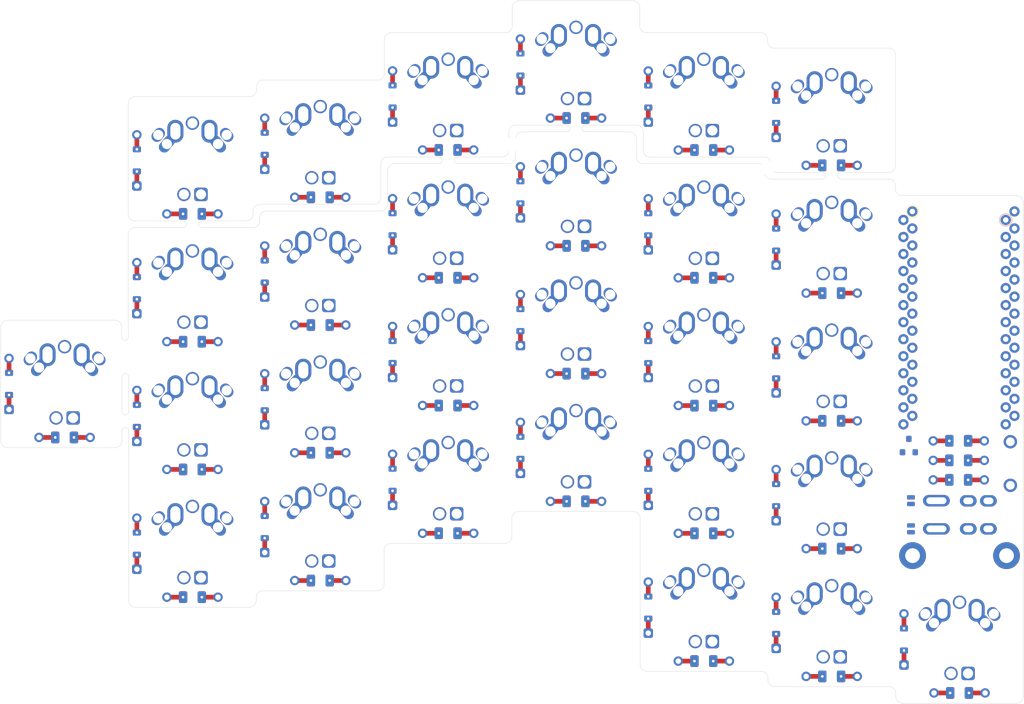
<source format=kicad_pcb>
(kicad_pcb (version 20171130) (host pcbnew "(5.1.2)-2")
  (layers (0 F.Cu signal) (31 B.Cu signal) (34 B.Paste user) (35 F.Paste user) (36 B.SilkS user) (37 F.SilkS user) (38 B.Mask user) (39 F.Mask user) (44 Edge.Cuts user))
  (net 0 "")
  (net 1 "Net-(D1-Pad2)")
  (net 2 /rowA)
  (net 3 "Net-(D2-Pad2)")
  (net 4 "Net-(D3-Pad2)")
  (net 5 "Net-(D4-Pad2)")
  (net 6 "Net-(D5-Pad2)")
  (net 7 "Net-(D6-Pad2)")
  (net 8 "Net-(D7-Pad2)")
  (net 9 /rowB)
  (net 10 "Net-(D8-Pad2)")
  (net 11 "Net-(D9-Pad2)")
  (net 12 "Net-(D10-Pad2)")
  (net 13 "Net-(D11-Pad2)")
  (net 14 "Net-(D12-Pad2)")
  (net 15 "Net-(D13-Pad2)")
  (net 16 /rowC)
  (net 17 "Net-(D14-Pad2)")
  (net 18 "Net-(D15-Pad2)")
  (net 19 "Net-(D16-Pad2)")
  (net 20 "Net-(D17-Pad2)")
  (net 21 "Net-(D18-Pad2)")
  (net 22 "Net-(D19-Pad2)")
  (net 23 /rowD)
  (net 24 "Net-(D20-Pad2)")
  (net 25 "Net-(D21-Pad2)")
  (net 26 "Net-(D22-Pad2)")
  (net 27 "Net-(D23-Pad2)")
  (net 28 "Net-(D24-Pad2)")
  (net 29 "Net-(D25-Pad2)")
  (net 30 /rowE)
  (net 31 "Net-(D26-Pad2)")
  (net 32 "Net-(D27-Pad2)")
  (net 33 "Net-(D28-Pad2)")
  (net 34 "Net-(D29-Pad1)")
  (net 35 VCC)
  (net 36 "Net-(D30-Pad1)")
  (net 37 "Net-(D31-Pad1)")
  (net 38 "Net-(D32-Pad1)")
  (net 39 "Net-(D33-Pad1)")
  (net 40 "Net-(D34-Pad1)")
  (net 41 "Net-(D35-Pad1)")
  (net 42 "Net-(D36-Pad1)")
  (net 43 "Net-(D37-Pad1)")
  (net 44 "Net-(D38-Pad1)")
  (net 45 "Net-(D39-Pad1)")
  (net 46 "Net-(D40-Pad1)")
  (net 47 "Net-(D41-Pad1)")
  (net 48 "Net-(D42-Pad1)")
  (net 49 "Net-(D43-Pad1)")
  (net 50 "Net-(D44-Pad1)")
  (net 51 "Net-(D45-Pad1)")
  (net 52 "Net-(D46-Pad1)")
  (net 53 "Net-(D47-Pad1)")
  (net 54 "Net-(D48-Pad1)")
  (net 55 "Net-(D49-Pad1)")
  (net 56 "Net-(D50-Pad1)")
  (net 57 "Net-(D51-Pad1)")
  (net 58 "Net-(D52-Pad1)")
  (net 59 "Net-(D53-Pad1)")
  (net 60 "Net-(D54-Pad1)")
  (net 61 "Net-(D55-Pad1)")
  (net 62 "Net-(D56-Pad1)")
  (net 63 RST)
  (net 64 GND)
  (net 65 SCL)
  (net 66 SDA)
  (net 67 /LEDOut)
  (net 68 "Net-(Q1-Pad1)")
  (net 69 /LED)
  (net 70 /col0)
  (net 71 /col1)
  (net 72 /col2)
  (net 73 /col3)
  (net 74 /col4)
  (net 75 /col5)
  (net 76 "Net-(U1-Pad24)")
  (net 77 "Net-(U1-Pad17)")
  (net 78 /CAPS)
  (net 79 /SCROLL)
  (net 80 /NUM)
  (net 81 "Net-(J1-PadA)")
  (net 82 "Net-(J1-PadD)")
  (module Used_Footprints:ProMicro_Dual (layer F.Cu) (at 220.54 78.53)
    (fp_text reference U1 hide)
    (fp_text value ProMicro hide)
    (pad 7 thru_hole circle (at -8.89 -0.508) (size 1.524 1.524) (drill 0.8128) (layers *.Cu *.Mask) (net 72 /col2))
    (pad 2 thru_hole circle (at -8.89 -13.208) (size 1.524 1.524) (drill 0.8128) (layers *.Cu *.Mask) (net 71 /col1))
    (pad 1 thru_hole circle (at 7.6564 -17.018 90) (size 1.524 1.524) (drill 0.8128) (layers *.Cu *.Mask) (net 70 /col0))
    (pad 26 thru_hole circle (at -7.5636 -17.018) (size 1.524 1.524) (drill 0.8128) (layers *.Cu *.Mask))
    (pad 26 thru_hole circle (at 6.35 -15.748) (size 1.524 1.524) (drill 0.8128) (layers *.Cu *.Mask))
    (pad 1 thru_hole circle (at -8.89 -15.748) (size 1.524 1.524) (drill 0.8128) (layers *.Cu *.Mask) (net 70 /col0))
    (pad 23 thru_hole circle (at -7.5636 -9.398) (size 1.524 1.524) (drill 0.8128) (layers *.Cu *.Mask) (net 64 GND))
    (pad 11 thru_hole circle (at 7.6564 8.382) (size 1.524 1.524) (drill 0.8128) (layers *.Cu *.Mask) (net 2 /rowA))
    (pad 3 thru_hole circle (at 7.6564 -11.938) (size 1.524 1.524) (drill 0.8128) (layers *.Cu *.Mask) (net 64 GND))
    (pad 18 thru_hole circle (at 6.35 4.572) (size 1.524 1.524) (drill 0.8128) (layers *.Cu *.Mask) (net 30 /rowE))
    (pad 12 thru_hole circle (at -8.89 12.192) (size 1.524 1.524) (drill 0.8128) (layers *.Cu *.Mask) (net 9 /rowB))
    (pad 5 thru_hole circle (at 7.6564 -6.858) (size 1.524 1.524) (drill 0.8128) (layers *.Cu *.Mask) (net 66 SDA))
    (pad 20 thru_hole circle (at 6.35 -0.508) (size 1.524 1.524) (drill 0.8128) (layers *.Cu *.Mask) (net 16 /rowC))
    (pad 19 thru_hole circle (at -7.5636 0.762) (size 1.524 1.524) (drill 0.8128) (layers *.Cu *.Mask) (net 23 /rowD))
    (pad 13 thru_hole circle (at 7.6564 13.462) (size 1.524 1.524) (drill 0.8128) (layers *.Cu *.Mask) (net 69 /LED))
    (pad 11 thru_hole circle (at -8.89 9.652) (size 1.524 1.524) (drill 0.8128) (layers *.Cu *.Mask) (net 2 /rowA))
    (pad 8 thru_hole circle (at -8.89 2.032) (size 1.524 1.524) (drill 0.8128) (layers *.Cu *.Mask) (net 73 /col3))
    (pad 16 thru_hole circle (at 6.35 9.652) (size 1.524 1.524) (drill 0.8128) (layers *.Cu *.Mask) (net 78 /CAPS))
    (pad 19 thru_hole circle (at 6.35 2.032) (size 1.524 1.524) (drill 0.8128) (layers *.Cu *.Mask) (net 23 /rowD))
    (pad 12 thru_hole circle (at 7.6564 10.922) (size 1.524 1.524) (drill 0.8128) (layers *.Cu *.Mask) (net 9 /rowB))
    (pad 9 thru_hole circle (at 7.6564 3.302) (size 1.524 1.524) (drill 0.8128) (layers *.Cu *.Mask) (net 74 /col4))
    (pad 4 thru_hole circle (at 7.6564 -9.398) (size 1.524 1.524) (drill 0.8128) (layers *.Cu *.Mask) (net 64 GND))
    (pad 17 thru_hole circle (at 6.35 7.112) (size 1.524 1.524) (drill 0.8128) (layers *.Cu *.Mask) (net 77 "Net-(U1-Pad17)"))
    (pad 10 thru_hole circle (at 7.6564 5.842) (size 1.524 1.524) (drill 0.8128) (layers *.Cu *.Mask) (net 75 /col5))
    (pad 21 thru_hole circle (at -7.5636 -4.318) (size 1.524 1.524) (drill 0.8128) (layers *.Cu *.Mask) (net 35 VCC))
    (pad 3 thru_hole circle (at -8.89 -10.668) (size 1.524 1.524) (drill 0.8128) (layers *.Cu *.Mask) (net 64 GND))
    (pad 15 thru_hole circle (at -7.5636 10.922) (size 1.524 1.524) (drill 0.8128) (layers *.Cu *.Mask) (net 79 /SCROLL))
    (pad 14 thru_hole circle (at -7.5636 13.462) (size 1.524 1.524) (drill 0.8128) (layers *.Cu *.Mask) (net 80 /NUM))
    (pad 5 thru_hole circle (at -8.89 -5.588) (size 1.524 1.524) (drill 0.8128) (layers *.Cu *.Mask) (net 66 SDA))
    (pad 14 thru_hole circle (at 6.35 14.732) (size 1.524 1.524) (drill 0.8128) (layers *.Cu *.Mask) (net 80 /NUM))
    (pad 23 thru_hole circle (at 6.35 -8.128) (size 1.524 1.524) (drill 0.8128) (layers *.Cu *.Mask) (net 64 GND))
    (pad 18 thru_hole circle (at -7.5636 3.302) (size 1.524 1.524) (drill 0.8128) (layers *.Cu *.Mask) (net 30 /rowE))
    (pad 8 thru_hole circle (at 7.6564 0.762) (size 1.524 1.524) (drill 0.8128) (layers *.Cu *.Mask) (net 73 /col3))
    (pad 17 thru_hole circle (at -7.5636 5.842) (size 1.524 1.524) (drill 0.8128) (layers *.Cu *.Mask) (net 77 "Net-(U1-Pad17)"))
    (pad 7 thru_hole circle (at 7.6564 -1.778) (size 1.524 1.524) (drill 0.8128) (layers *.Cu *.Mask) (net 72 /col2))
    (pad 2 thru_hole circle (at 7.6564 -14.478) (size 1.524 1.524) (drill 0.8128) (layers *.Cu *.Mask) (net 71 /col1))
    (pad 10 thru_hole circle (at -8.89 7.112) (size 1.524 1.524) (drill 0.8128) (layers *.Cu *.Mask) (net 75 /col5))
    (pad 22 thru_hole circle (at -7.5636 -6.858) (size 1.524 1.524) (drill 0.8128) (layers *.Cu *.Mask) (net 63 RST))
    (pad 13 thru_hole circle (at -8.89 14.732) (size 1.524 1.524) (drill 0.8128) (layers *.Cu *.Mask) (net 69 /LED))
    (pad 24 thru_hole circle (at 6.35 -10.668) (size 1.524 1.524) (drill 0.8128) (layers *.Cu *.Mask) (net 76 "Net-(U1-Pad24)"))
    (pad 25 thru_hole circle (at 6.35 -13.208) (size 1.524 1.524) (drill 0.8128) (layers *.Cu *.Mask))
    (pad 16 thru_hole circle (at -7.5636 8.382) (size 1.524 1.524) (drill 0.8128) (layers *.Cu *.Mask) (net 78 /CAPS))
    (pad 9 thru_hole circle (at -8.89 4.572) (size 1.524 1.524) (drill 0.8128) (layers *.Cu *.Mask) (net 74 /col4))
    (pad 22 thru_hole circle (at 6.35 -5.588) (size 1.524 1.524) (drill 0.8128) (layers *.Cu *.Mask) (net 63 RST))
    (pad 15 thru_hole circle (at 6.35 12.192) (size 1.524 1.524) (drill 0.8128) (layers *.Cu *.Mask) (net 79 /SCROLL))
    (pad 24 thru_hole circle (at -7.5636 -11.938) (size 1.524 1.524) (drill 0.8128) (layers *.Cu *.Mask) (net 76 "Net-(U1-Pad24)"))
    (pad 25 thru_hole circle (at -7.5636 -14.478) (size 1.524 1.524) (drill 0.8128) (layers *.Cu *.Mask))
    (pad 6 thru_hole circle (at 7.6564 -4.318) (size 1.524 1.524) (drill 0.8128) (layers *.Cu *.Mask) (net 65 SCL))
    (pad 20 thru_hole circle (at -7.5636 -1.778) (size 1.524 1.524) (drill 0.8128) (layers *.Cu *.Mask) (net 16 /rowC))
    (pad 21 thru_hole circle (at 6.35 -3.048) (size 1.524 1.524) (drill 0.8128) (layers *.Cu *.Mask) (net 35 VCC))
    (pad 4 thru_hole circle (at -8.89 -8.128) (size 1.524 1.524) (drill 0.8128) (layers *.Cu *.Mask) (net 64 GND))
    (pad 6 thru_hole circle (at -8.89 -3.048) (size 1.524 1.524) (drill 0.8128) (layers *.Cu *.Mask) (net 65 SCL))
  )
  (module 1symblos:Jumper (layer B.Cu) (at 212.77 104.64 270)
    (fp_text reference JP2 hide)
    (fp_text value Jumper hide)
    (pad 1 smd roundrect (at -0.50038 0 270) (size 0.635 1.143) (layers B.Cu B.Paste B.Mask) (roundrect_rratio 0.2) (net 81 "Net-(J1-PadA)") (clearance 0.1905))
    (pad 2 smd roundrect (at 0.50038 0 270) (size 0.635 1.143) (layers B.Cu B.Paste B.Mask) (roundrect_rratio 0.2) (net 66 SDA) (clearance 0.1905))
  )
  (module 1symblos:Jumper (layer F.Cu) (at 212.77 104.64 90)
    (fp_text reference JP3 hide)
    (fp_text value Jumper hide)
    (pad 1 smd roundrect (at -0.50038 0 90) (size 0.635 1.143) (layers F.Cu F.Paste F.Mask) (roundrect_rratio 0.2) (net 81 "Net-(J1-PadA)") (clearance 0.1905))
    (pad 2 smd roundrect (at 0.50038 0 90) (size 0.635 1.143) (layers F.Cu F.Paste F.Mask) (roundrect_rratio 0.2) (net 65 SCL) (clearance 0.1905))
  )
  (module 1symblos:Jumper (layer F.Cu) (at 212.77 108.84 270)
    (fp_text reference JP4 hide)
    (fp_text value Jumper hide)
    (pad 1 smd roundrect (at -0.50038 0 270) (size 0.635 1.143) (layers F.Cu F.Paste F.Mask) (roundrect_rratio 0.2) (net 82 "Net-(J1-PadD)") (clearance 0.1905))
    (pad 2 smd roundrect (at 0.50038 0 270) (size 0.635 1.143) (layers F.Cu F.Paste F.Mask) (roundrect_rratio 0.2) (net 66 SDA) (clearance 0.1905))
  )
  (module 1symblos:Jumper (layer B.Cu) (at 212.77 108.84 90)
    (fp_text reference JP5 hide)
    (fp_text value Jumper hide)
    (pad 1 smd roundrect (at -0.50038 0 90) (size 0.635 1.143) (layers B.Cu B.Paste B.Mask) (roundrect_rratio 0.2) (net 82 "Net-(J1-PadD)") (clearance 0.1905))
    (pad 2 smd roundrect (at 0.50038 0 90) (size 0.635 1.143) (layers B.Cu B.Paste B.Mask) (roundrect_rratio 0.2) (net 65 SCL) (clearance 0.1905))
  )
  (module Used_Footprints:Hole_Mount_M4 (layer F.Cu) (at 191.435 112.19)
    (fp_text reference HM1 hide)
    (fp_text value CaseHole hide)
    (pad "" np_thru_hole circle (at 0 0) (size 2.2 2.2) (drill 2.2) (layers *.Cu *.Mask))
  )
  (module Used_Footprints:Hole_Mount_M4 (layer F.Cu) (at 191.435 74.0895)
    (fp_text reference HM2 hide)
    (fp_text value CaseHole hide)
    (pad "" np_thru_hole circle (at 0 0) (size 2.2 2.2) (drill 2.2) (layers *.Cu *.Mask))
  )
  (module Used_Footprints:Switch_MxAlpsChoc_MillMax_1u (layer F.Cu) (at 105.71 53.9 180)
    (fp_text reference SW1)
    (fp_text value SW_Push hide)
    (pad "" np_thru_hole circle (at 5.08 0) (size 1.7 1.7) (drill 1.7) (layers *.Cu *.Mask))
    (pad "" np_thru_hole circle (at -5.08 0) (size 1.7 1.7) (drill 1.7) (layers *.Cu *.Mask))
    (pad 1 thru_hole oval (at 2.54 4.35) (size 2.4 3.4) (drill oval 1.513 2.5) (layers *.Cu *.Mask) (net 1 "Net-(D1-Pad2)"))
    (pad 2 thru_hole oval (at -2.54 4.35) (size 2.4 3.4) (drill oval 1.513 2.5) (layers *.Cu *.Mask) (net 70 /col0))
    (pad 2 thru_hole oval (at -3.81 2.44 310) (size 2.8 1.6) (drill 1.513) (layers *.Cu *.Mask) (net 70 /col0))
    (pad 1 thru_hole oval (at 3.81 2.44 50) (size 2.8 1.6) (drill 1.513) (layers *.Cu *.Mask) (net 1 "Net-(D1-Pad2)"))
    (pad 2 thru_hole circle (at 0 5.55 90) (size 2 2) (drill oval 1.513 1.5) (layers *.Cu *.Mask) (net 70 /col0))
    (pad 1 thru_hole oval (at 5.1 3.8 50) (size 2.2 1.6) (drill 1.513) (layers *.Cu *.Mask) (net 1 "Net-(D1-Pad2)"))
    (pad "" np_thru_hole circle (at -5.5 0 90) (size 1.9 1.9) (drill 1.9) (layers *.Cu *.Mask))
    (pad "" np_thru_hole circle (at 5.5 0 90) (size 1.9 1.9) (drill 1.9) (layers *.Cu *.Mask))
    (pad "" np_thru_hole circle (at 0 0 90) (size 4 4) (drill 4) (layers *.Cu *.Mask))
    (pad 1 thru_hole oval (at -5.1 3.8 310) (size 2.2 1.6) (drill 1.513) (layers *.Cu *.Mask) (net 1 "Net-(D1-Pad2)"))
  )
  (module Used_Footprints:Switch_MxAlpsChoc_MillMax_1u (layer F.Cu) (at 124.76 51.42 180)
    (fp_text reference SW2)
    (fp_text value SW2 hide)
    (pad "" np_thru_hole circle (at 5.08 0) (size 1.7 1.7) (drill 1.7) (layers *.Cu *.Mask))
    (pad "" np_thru_hole circle (at -5.08 0) (size 1.7 1.7) (drill 1.7) (layers *.Cu *.Mask))
    (pad 1 thru_hole oval (at 2.54 4.35) (size 2.4 3.4) (drill oval 1.513 2.5) (layers *.Cu *.Mask) (net 3 "Net-(D2-Pad2)"))
    (pad 2 thru_hole oval (at -2.54 4.35) (size 2.4 3.4) (drill oval 1.513 2.5) (layers *.Cu *.Mask) (net 71 /col1))
    (pad 2 thru_hole oval (at -3.81 2.44 310) (size 2.8 1.6) (drill 1.513) (layers *.Cu *.Mask) (net 71 /col1))
    (pad 1 thru_hole oval (at 3.81 2.44 50) (size 2.8 1.6) (drill 1.513) (layers *.Cu *.Mask) (net 3 "Net-(D2-Pad2)"))
    (pad 2 thru_hole circle (at 0 5.55 90) (size 2 2) (drill oval 1.513 1.5) (layers *.Cu *.Mask) (net 71 /col1))
    (pad 1 thru_hole oval (at 5.1 3.8 50) (size 2.2 1.6) (drill 1.513) (layers *.Cu *.Mask) (net 3 "Net-(D2-Pad2)"))
    (pad "" np_thru_hole circle (at -5.5 0 90) (size 1.9 1.9) (drill 1.9) (layers *.Cu *.Mask))
    (pad "" np_thru_hole circle (at 5.5 0 90) (size 1.9 1.9) (drill 1.9) (layers *.Cu *.Mask))
    (pad "" np_thru_hole circle (at 0 0 90) (size 4 4) (drill 4) (layers *.Cu *.Mask))
    (pad 1 thru_hole oval (at -5.1 3.8 310) (size 2.2 1.6) (drill 1.513) (layers *.Cu *.Mask) (net 3 "Net-(D2-Pad2)"))
  )
  (module Used_Footprints:Switch_MxAlpsChoc_MillMax_1u (layer F.Cu) (at 143.81 44.37 180)
    (fp_text reference SW3)
    (fp_text value SW_Push hide)
    (pad "" np_thru_hole circle (at 5.08 0) (size 1.7 1.7) (drill 1.7) (layers *.Cu *.Mask))
    (pad "" np_thru_hole circle (at -5.08 0) (size 1.7 1.7) (drill 1.7) (layers *.Cu *.Mask))
    (pad 1 thru_hole oval (at 2.54 4.35) (size 2.4 3.4) (drill oval 1.513 2.5) (layers *.Cu *.Mask) (net 4 "Net-(D3-Pad2)"))
    (pad 2 thru_hole oval (at -2.54 4.35) (size 2.4 3.4) (drill oval 1.513 2.5) (layers *.Cu *.Mask) (net 72 /col2))
    (pad 2 thru_hole oval (at -3.81 2.44 310) (size 2.8 1.6) (drill 1.513) (layers *.Cu *.Mask) (net 72 /col2))
    (pad 1 thru_hole oval (at 3.81 2.44 50) (size 2.8 1.6) (drill 1.513) (layers *.Cu *.Mask) (net 4 "Net-(D3-Pad2)"))
    (pad 2 thru_hole circle (at 0 5.55 90) (size 2 2) (drill oval 1.513 1.5) (layers *.Cu *.Mask) (net 72 /col2))
    (pad 1 thru_hole oval (at 5.1 3.8 50) (size 2.2 1.6) (drill 1.513) (layers *.Cu *.Mask) (net 4 "Net-(D3-Pad2)"))
    (pad "" np_thru_hole circle (at -5.5 0 90) (size 1.9 1.9) (drill 1.9) (layers *.Cu *.Mask))
    (pad "" np_thru_hole circle (at 5.5 0 90) (size 1.9 1.9) (drill 1.9) (layers *.Cu *.Mask))
    (pad "" np_thru_hole circle (at 0 0 90) (size 4 4) (drill 4) (layers *.Cu *.Mask))
    (pad 1 thru_hole oval (at -5.1 3.8 310) (size 2.2 1.6) (drill 1.513) (layers *.Cu *.Mask) (net 4 "Net-(D3-Pad2)"))
  )
  (module Used_Footprints:Switch_MxAlpsChoc_MillMax_1u (layer F.Cu) (at 162.86 39.61 180)
    (fp_text reference SW4)
    (fp_text value SW_Push hide)
    (pad "" np_thru_hole circle (at 5.08 0) (size 1.7 1.7) (drill 1.7) (layers *.Cu *.Mask))
    (pad "" np_thru_hole circle (at -5.08 0) (size 1.7 1.7) (drill 1.7) (layers *.Cu *.Mask))
    (pad 1 thru_hole oval (at 2.54 4.35) (size 2.4 3.4) (drill oval 1.513 2.5) (layers *.Cu *.Mask) (net 5 "Net-(D4-Pad2)"))
    (pad 2 thru_hole oval (at -2.54 4.35) (size 2.4 3.4) (drill oval 1.513 2.5) (layers *.Cu *.Mask) (net 73 /col3))
    (pad 2 thru_hole oval (at -3.81 2.44 310) (size 2.8 1.6) (drill 1.513) (layers *.Cu *.Mask) (net 73 /col3))
    (pad 1 thru_hole oval (at 3.81 2.44 50) (size 2.8 1.6) (drill 1.513) (layers *.Cu *.Mask) (net 5 "Net-(D4-Pad2)"))
    (pad 2 thru_hole circle (at 0 5.55 90) (size 2 2) (drill oval 1.513 1.5) (layers *.Cu *.Mask) (net 73 /col3))
    (pad 1 thru_hole oval (at 5.1 3.8 50) (size 2.2 1.6) (drill 1.513) (layers *.Cu *.Mask) (net 5 "Net-(D4-Pad2)"))
    (pad "" np_thru_hole circle (at -5.5 0 90) (size 1.9 1.9) (drill 1.9) (layers *.Cu *.Mask))
    (pad "" np_thru_hole circle (at 5.5 0 90) (size 1.9 1.9) (drill 1.9) (layers *.Cu *.Mask))
    (pad "" np_thru_hole circle (at 0 0 90) (size 4 4) (drill 4) (layers *.Cu *.Mask))
    (pad 1 thru_hole oval (at -5.1 3.8 310) (size 2.2 1.6) (drill 1.513) (layers *.Cu *.Mask) (net 5 "Net-(D4-Pad2)"))
  )
  (module Used_Footprints:Switch_MxAlpsChoc_MillMax_1u (layer F.Cu) (at 181.91 44.38 180)
    (fp_text reference SW5)
    (fp_text value SW_Push hide)
    (pad "" np_thru_hole circle (at 5.08 0) (size 1.7 1.7) (drill 1.7) (layers *.Cu *.Mask))
    (pad "" np_thru_hole circle (at -5.08 0) (size 1.7 1.7) (drill 1.7) (layers *.Cu *.Mask))
    (pad 1 thru_hole oval (at 2.54 4.35) (size 2.4 3.4) (drill oval 1.513 2.5) (layers *.Cu *.Mask) (net 6 "Net-(D5-Pad2)"))
    (pad 2 thru_hole oval (at -2.54 4.35) (size 2.4 3.4) (drill oval 1.513 2.5) (layers *.Cu *.Mask) (net 74 /col4))
    (pad 2 thru_hole oval (at -3.81 2.44 310) (size 2.8 1.6) (drill 1.513) (layers *.Cu *.Mask) (net 74 /col4))
    (pad 1 thru_hole oval (at 3.81 2.44 50) (size 2.8 1.6) (drill 1.513) (layers *.Cu *.Mask) (net 6 "Net-(D5-Pad2)"))
    (pad 2 thru_hole circle (at 0 5.55 90) (size 2 2) (drill oval 1.513 1.5) (layers *.Cu *.Mask) (net 74 /col4))
    (pad 1 thru_hole oval (at 5.1 3.8 50) (size 2.2 1.6) (drill 1.513) (layers *.Cu *.Mask) (net 6 "Net-(D5-Pad2)"))
    (pad "" np_thru_hole circle (at -5.5 0 90) (size 1.9 1.9) (drill 1.9) (layers *.Cu *.Mask))
    (pad "" np_thru_hole circle (at 5.5 0 90) (size 1.9 1.9) (drill 1.9) (layers *.Cu *.Mask))
    (pad "" np_thru_hole circle (at 0 0 90) (size 4 4) (drill 4) (layers *.Cu *.Mask))
    (pad 1 thru_hole oval (at -5.1 3.8 310) (size 2.2 1.6) (drill 1.513) (layers *.Cu *.Mask) (net 6 "Net-(D5-Pad2)"))
  )
  (module Used_Footprints:Switch_MxAlpsChoc_MillMax_1u (layer F.Cu) (at 200.96 46.66 180)
    (fp_text reference SW6)
    (fp_text value SW_Push hide)
    (pad "" np_thru_hole circle (at 5.08 0) (size 1.7 1.7) (drill 1.7) (layers *.Cu *.Mask))
    (pad "" np_thru_hole circle (at -5.08 0) (size 1.7 1.7) (drill 1.7) (layers *.Cu *.Mask))
    (pad 1 thru_hole oval (at 2.54 4.35) (size 2.4 3.4) (drill oval 1.513 2.5) (layers *.Cu *.Mask) (net 7 "Net-(D6-Pad2)"))
    (pad 2 thru_hole oval (at -2.54 4.35) (size 2.4 3.4) (drill oval 1.513 2.5) (layers *.Cu *.Mask) (net 75 /col5))
    (pad 2 thru_hole oval (at -3.81 2.44 310) (size 2.8 1.6) (drill 1.513) (layers *.Cu *.Mask) (net 75 /col5))
    (pad 1 thru_hole oval (at 3.81 2.44 50) (size 2.8 1.6) (drill 1.513) (layers *.Cu *.Mask) (net 7 "Net-(D6-Pad2)"))
    (pad 2 thru_hole circle (at 0 5.55 90) (size 2 2) (drill oval 1.513 1.5) (layers *.Cu *.Mask) (net 75 /col5))
    (pad 1 thru_hole oval (at 5.1 3.8 50) (size 2.2 1.6) (drill 1.513) (layers *.Cu *.Mask) (net 7 "Net-(D6-Pad2)"))
    (pad "" np_thru_hole circle (at -5.5 0 90) (size 1.9 1.9) (drill 1.9) (layers *.Cu *.Mask))
    (pad "" np_thru_hole circle (at 5.5 0 90) (size 1.9 1.9) (drill 1.9) (layers *.Cu *.Mask))
    (pad "" np_thru_hole circle (at 0 0 90) (size 4 4) (drill 4) (layers *.Cu *.Mask))
    (pad 1 thru_hole oval (at -5.1 3.8 310) (size 2.2 1.6) (drill 1.513) (layers *.Cu *.Mask) (net 7 "Net-(D6-Pad2)"))
  )
  (module Used_Footprints:Switch_MxAlpsChoc_MillMax_1u (layer F.Cu) (at 105.71 72.95 180)
    (fp_text reference SW7)
    (fp_text value SW_Push hide)
    (pad "" np_thru_hole circle (at 5.08 0) (size 1.7 1.7) (drill 1.7) (layers *.Cu *.Mask))
    (pad "" np_thru_hole circle (at -5.08 0) (size 1.7 1.7) (drill 1.7) (layers *.Cu *.Mask))
    (pad 1 thru_hole oval (at 2.54 4.35) (size 2.4 3.4) (drill oval 1.513 2.5) (layers *.Cu *.Mask) (net 8 "Net-(D7-Pad2)"))
    (pad 2 thru_hole oval (at -2.54 4.35) (size 2.4 3.4) (drill oval 1.513 2.5) (layers *.Cu *.Mask) (net 70 /col0))
    (pad 2 thru_hole oval (at -3.81 2.44 310) (size 2.8 1.6) (drill 1.513) (layers *.Cu *.Mask) (net 70 /col0))
    (pad 1 thru_hole oval (at 3.81 2.44 50) (size 2.8 1.6) (drill 1.513) (layers *.Cu *.Mask) (net 8 "Net-(D7-Pad2)"))
    (pad 2 thru_hole circle (at 0 5.55 90) (size 2 2) (drill oval 1.513 1.5) (layers *.Cu *.Mask) (net 70 /col0))
    (pad 1 thru_hole oval (at 5.1 3.8 50) (size 2.2 1.6) (drill 1.513) (layers *.Cu *.Mask) (net 8 "Net-(D7-Pad2)"))
    (pad "" np_thru_hole circle (at -5.5 0 90) (size 1.9 1.9) (drill 1.9) (layers *.Cu *.Mask))
    (pad "" np_thru_hole circle (at 5.5 0 90) (size 1.9 1.9) (drill 1.9) (layers *.Cu *.Mask))
    (pad "" np_thru_hole circle (at 0 0 90) (size 4 4) (drill 4) (layers *.Cu *.Mask))
    (pad 1 thru_hole oval (at -5.1 3.8 310) (size 2.2 1.6) (drill 1.513) (layers *.Cu *.Mask) (net 8 "Net-(D7-Pad2)"))
  )
  (module Used_Footprints:Switch_MxAlpsChoc_MillMax_1u (layer F.Cu) (at 124.76 70.47 180)
    (fp_text reference SW8)
    (fp_text value SW_Push hide)
    (pad "" np_thru_hole circle (at 5.08 0) (size 1.7 1.7) (drill 1.7) (layers *.Cu *.Mask))
    (pad "" np_thru_hole circle (at -5.08 0) (size 1.7 1.7) (drill 1.7) (layers *.Cu *.Mask))
    (pad 1 thru_hole oval (at 2.54 4.35) (size 2.4 3.4) (drill oval 1.513 2.5) (layers *.Cu *.Mask) (net 10 "Net-(D8-Pad2)"))
    (pad 2 thru_hole oval (at -2.54 4.35) (size 2.4 3.4) (drill oval 1.513 2.5) (layers *.Cu *.Mask) (net 71 /col1))
    (pad 2 thru_hole oval (at -3.81 2.44 310) (size 2.8 1.6) (drill 1.513) (layers *.Cu *.Mask) (net 71 /col1))
    (pad 1 thru_hole oval (at 3.81 2.44 50) (size 2.8 1.6) (drill 1.513) (layers *.Cu *.Mask) (net 10 "Net-(D8-Pad2)"))
    (pad 2 thru_hole circle (at 0 5.55 90) (size 2 2) (drill oval 1.513 1.5) (layers *.Cu *.Mask) (net 71 /col1))
    (pad 1 thru_hole oval (at 5.1 3.8 50) (size 2.2 1.6) (drill 1.513) (layers *.Cu *.Mask) (net 10 "Net-(D8-Pad2)"))
    (pad "" np_thru_hole circle (at -5.5 0 90) (size 1.9 1.9) (drill 1.9) (layers *.Cu *.Mask))
    (pad "" np_thru_hole circle (at 5.5 0 90) (size 1.9 1.9) (drill 1.9) (layers *.Cu *.Mask))
    (pad "" np_thru_hole circle (at 0 0 90) (size 4 4) (drill 4) (layers *.Cu *.Mask))
    (pad 1 thru_hole oval (at -5.1 3.8 310) (size 2.2 1.6) (drill 1.513) (layers *.Cu *.Mask) (net 10 "Net-(D8-Pad2)"))
  )
  (module Used_Footprints:Switch_MxAlpsChoc_MillMax_1u (layer F.Cu) (at 143.81 63.42 180)
    (fp_text reference SW9)
    (fp_text value SW_Push hide)
    (pad "" np_thru_hole circle (at 5.08 0) (size 1.7 1.7) (drill 1.7) (layers *.Cu *.Mask))
    (pad "" np_thru_hole circle (at -5.08 0) (size 1.7 1.7) (drill 1.7) (layers *.Cu *.Mask))
    (pad 1 thru_hole oval (at 2.54 4.35) (size 2.4 3.4) (drill oval 1.513 2.5) (layers *.Cu *.Mask) (net 11 "Net-(D9-Pad2)"))
    (pad 2 thru_hole oval (at -2.54 4.35) (size 2.4 3.4) (drill oval 1.513 2.5) (layers *.Cu *.Mask) (net 72 /col2))
    (pad 2 thru_hole oval (at -3.81 2.44 310) (size 2.8 1.6) (drill 1.513) (layers *.Cu *.Mask) (net 72 /col2))
    (pad 1 thru_hole oval (at 3.81 2.44 50) (size 2.8 1.6) (drill 1.513) (layers *.Cu *.Mask) (net 11 "Net-(D9-Pad2)"))
    (pad 2 thru_hole circle (at 0 5.55 90) (size 2 2) (drill oval 1.513 1.5) (layers *.Cu *.Mask) (net 72 /col2))
    (pad 1 thru_hole oval (at 5.1 3.8 50) (size 2.2 1.6) (drill 1.513) (layers *.Cu *.Mask) (net 11 "Net-(D9-Pad2)"))
    (pad "" np_thru_hole circle (at -5.5 0 90) (size 1.9 1.9) (drill 1.9) (layers *.Cu *.Mask))
    (pad "" np_thru_hole circle (at 5.5 0 90) (size 1.9 1.9) (drill 1.9) (layers *.Cu *.Mask))
    (pad "" np_thru_hole circle (at 0 0 90) (size 4 4) (drill 4) (layers *.Cu *.Mask))
    (pad 1 thru_hole oval (at -5.1 3.8 310) (size 2.2 1.6) (drill 1.513) (layers *.Cu *.Mask) (net 11 "Net-(D9-Pad2)"))
  )
  (module Used_Footprints:Switch_MxAlpsChoc_MillMax_1u (layer F.Cu) (at 162.86 58.66 180)
    (fp_text reference SW10)
    (fp_text value SW_Push hide)
    (pad "" np_thru_hole circle (at 5.08 0) (size 1.7 1.7) (drill 1.7) (layers *.Cu *.Mask))
    (pad "" np_thru_hole circle (at -5.08 0) (size 1.7 1.7) (drill 1.7) (layers *.Cu *.Mask))
    (pad 1 thru_hole oval (at 2.54 4.35) (size 2.4 3.4) (drill oval 1.513 2.5) (layers *.Cu *.Mask) (net 12 "Net-(D10-Pad2)"))
    (pad 2 thru_hole oval (at -2.54 4.35) (size 2.4 3.4) (drill oval 1.513 2.5) (layers *.Cu *.Mask) (net 73 /col3))
    (pad 2 thru_hole oval (at -3.81 2.44 310) (size 2.8 1.6) (drill 1.513) (layers *.Cu *.Mask) (net 73 /col3))
    (pad 1 thru_hole oval (at 3.81 2.44 50) (size 2.8 1.6) (drill 1.513) (layers *.Cu *.Mask) (net 12 "Net-(D10-Pad2)"))
    (pad 2 thru_hole circle (at 0 5.55 90) (size 2 2) (drill oval 1.513 1.5) (layers *.Cu *.Mask) (net 73 /col3))
    (pad 1 thru_hole oval (at 5.1 3.8 50) (size 2.2 1.6) (drill 1.513) (layers *.Cu *.Mask) (net 12 "Net-(D10-Pad2)"))
    (pad "" np_thru_hole circle (at -5.5 0 90) (size 1.9 1.9) (drill 1.9) (layers *.Cu *.Mask))
    (pad "" np_thru_hole circle (at 5.5 0 90) (size 1.9 1.9) (drill 1.9) (layers *.Cu *.Mask))
    (pad "" np_thru_hole circle (at 0 0 90) (size 4 4) (drill 4) (layers *.Cu *.Mask))
    (pad 1 thru_hole oval (at -5.1 3.8 310) (size 2.2 1.6) (drill 1.513) (layers *.Cu *.Mask) (net 12 "Net-(D10-Pad2)"))
  )
  (module Used_Footprints:Switch_MxAlpsChoc_MillMax_1u (layer F.Cu) (at 181.91 63.43 180)
    (fp_text reference SW11)
    (fp_text value SW_Push hide)
    (pad "" np_thru_hole circle (at 5.08 0) (size 1.7 1.7) (drill 1.7) (layers *.Cu *.Mask))
    (pad "" np_thru_hole circle (at -5.08 0) (size 1.7 1.7) (drill 1.7) (layers *.Cu *.Mask))
    (pad 1 thru_hole oval (at 2.54 4.35) (size 2.4 3.4) (drill oval 1.513 2.5) (layers *.Cu *.Mask) (net 13 "Net-(D11-Pad2)"))
    (pad 2 thru_hole oval (at -2.54 4.35) (size 2.4 3.4) (drill oval 1.513 2.5) (layers *.Cu *.Mask) (net 74 /col4))
    (pad 2 thru_hole oval (at -3.81 2.44 310) (size 2.8 1.6) (drill 1.513) (layers *.Cu *.Mask) (net 74 /col4))
    (pad 1 thru_hole oval (at 3.81 2.44 50) (size 2.8 1.6) (drill 1.513) (layers *.Cu *.Mask) (net 13 "Net-(D11-Pad2)"))
    (pad 2 thru_hole circle (at 0 5.55 90) (size 2 2) (drill oval 1.513 1.5) (layers *.Cu *.Mask) (net 74 /col4))
    (pad 1 thru_hole oval (at 5.1 3.8 50) (size 2.2 1.6) (drill 1.513) (layers *.Cu *.Mask) (net 13 "Net-(D11-Pad2)"))
    (pad "" np_thru_hole circle (at -5.5 0 90) (size 1.9 1.9) (drill 1.9) (layers *.Cu *.Mask))
    (pad "" np_thru_hole circle (at 5.5 0 90) (size 1.9 1.9) (drill 1.9) (layers *.Cu *.Mask))
    (pad "" np_thru_hole circle (at 0 0 90) (size 4 4) (drill 4) (layers *.Cu *.Mask))
    (pad 1 thru_hole oval (at -5.1 3.8 310) (size 2.2 1.6) (drill 1.513) (layers *.Cu *.Mask) (net 13 "Net-(D11-Pad2)"))
  )
  (module Used_Footprints:Switch_MxAlpsChoc_MillMax_1u (layer F.Cu) (at 200.96 65.71 180)
    (fp_text reference SW12)
    (fp_text value SW_Push hide)
    (pad "" np_thru_hole circle (at 5.08 0) (size 1.7 1.7) (drill 1.7) (layers *.Cu *.Mask))
    (pad "" np_thru_hole circle (at -5.08 0) (size 1.7 1.7) (drill 1.7) (layers *.Cu *.Mask))
    (pad 1 thru_hole oval (at 2.54 4.35) (size 2.4 3.4) (drill oval 1.513 2.5) (layers *.Cu *.Mask) (net 14 "Net-(D12-Pad2)"))
    (pad 2 thru_hole oval (at -2.54 4.35) (size 2.4 3.4) (drill oval 1.513 2.5) (layers *.Cu *.Mask) (net 75 /col5))
    (pad 2 thru_hole oval (at -3.81 2.44 310) (size 2.8 1.6) (drill 1.513) (layers *.Cu *.Mask) (net 75 /col5))
    (pad 1 thru_hole oval (at 3.81 2.44 50) (size 2.8 1.6) (drill 1.513) (layers *.Cu *.Mask) (net 14 "Net-(D12-Pad2)"))
    (pad 2 thru_hole circle (at 0 5.55 90) (size 2 2) (drill oval 1.513 1.5) (layers *.Cu *.Mask) (net 75 /col5))
    (pad 1 thru_hole oval (at 5.1 3.8 50) (size 2.2 1.6) (drill 1.513) (layers *.Cu *.Mask) (net 14 "Net-(D12-Pad2)"))
    (pad "" np_thru_hole circle (at -5.5 0 90) (size 1.9 1.9) (drill 1.9) (layers *.Cu *.Mask))
    (pad "" np_thru_hole circle (at 5.5 0 90) (size 1.9 1.9) (drill 1.9) (layers *.Cu *.Mask))
    (pad "" np_thru_hole circle (at 0 0 90) (size 4 4) (drill 4) (layers *.Cu *.Mask))
    (pad 1 thru_hole oval (at -5.1 3.8 310) (size 2.2 1.6) (drill 1.513) (layers *.Cu *.Mask) (net 14 "Net-(D12-Pad2)"))
  )
  (module Used_Footprints:Switch_MxAlpsChoc_MillMax_1u (layer F.Cu) (at 105.71 92 180)
    (fp_text reference SW13)
    (fp_text value SW_Push hide)
    (pad "" np_thru_hole circle (at 5.08 0) (size 1.7 1.7) (drill 1.7) (layers *.Cu *.Mask))
    (pad "" np_thru_hole circle (at -5.08 0) (size 1.7 1.7) (drill 1.7) (layers *.Cu *.Mask))
    (pad 1 thru_hole oval (at 2.54 4.35) (size 2.4 3.4) (drill oval 1.513 2.5) (layers *.Cu *.Mask) (net 15 "Net-(D13-Pad2)"))
    (pad 2 thru_hole oval (at -2.54 4.35) (size 2.4 3.4) (drill oval 1.513 2.5) (layers *.Cu *.Mask) (net 70 /col0))
    (pad 2 thru_hole oval (at -3.81 2.44 310) (size 2.8 1.6) (drill 1.513) (layers *.Cu *.Mask) (net 70 /col0))
    (pad 1 thru_hole oval (at 3.81 2.44 50) (size 2.8 1.6) (drill 1.513) (layers *.Cu *.Mask) (net 15 "Net-(D13-Pad2)"))
    (pad 2 thru_hole circle (at 0 5.55 90) (size 2 2) (drill oval 1.513 1.5) (layers *.Cu *.Mask) (net 70 /col0))
    (pad 1 thru_hole oval (at 5.1 3.8 50) (size 2.2 1.6) (drill 1.513) (layers *.Cu *.Mask) (net 15 "Net-(D13-Pad2)"))
    (pad "" np_thru_hole circle (at -5.5 0 90) (size 1.9 1.9) (drill 1.9) (layers *.Cu *.Mask))
    (pad "" np_thru_hole circle (at 5.5 0 90) (size 1.9 1.9) (drill 1.9) (layers *.Cu *.Mask))
    (pad "" np_thru_hole circle (at 0 0 90) (size 4 4) (drill 4) (layers *.Cu *.Mask))
    (pad 1 thru_hole oval (at -5.1 3.8 310) (size 2.2 1.6) (drill 1.513) (layers *.Cu *.Mask) (net 15 "Net-(D13-Pad2)"))
  )
  (module Used_Footprints:Switch_MxAlpsChoc_MillMax_1u (layer F.Cu) (at 124.76 89.52 180)
    (fp_text reference SW14)
    (fp_text value SW_Push hide)
    (pad "" np_thru_hole circle (at 5.08 0) (size 1.7 1.7) (drill 1.7) (layers *.Cu *.Mask))
    (pad "" np_thru_hole circle (at -5.08 0) (size 1.7 1.7) (drill 1.7) (layers *.Cu *.Mask))
    (pad 1 thru_hole oval (at 2.54 4.35) (size 2.4 3.4) (drill oval 1.513 2.5) (layers *.Cu *.Mask) (net 17 "Net-(D14-Pad2)"))
    (pad 2 thru_hole oval (at -2.54 4.35) (size 2.4 3.4) (drill oval 1.513 2.5) (layers *.Cu *.Mask) (net 71 /col1))
    (pad 2 thru_hole oval (at -3.81 2.44 310) (size 2.8 1.6) (drill 1.513) (layers *.Cu *.Mask) (net 71 /col1))
    (pad 1 thru_hole oval (at 3.81 2.44 50) (size 2.8 1.6) (drill 1.513) (layers *.Cu *.Mask) (net 17 "Net-(D14-Pad2)"))
    (pad 2 thru_hole circle (at 0 5.55 90) (size 2 2) (drill oval 1.513 1.5) (layers *.Cu *.Mask) (net 71 /col1))
    (pad 1 thru_hole oval (at 5.1 3.8 50) (size 2.2 1.6) (drill 1.513) (layers *.Cu *.Mask) (net 17 "Net-(D14-Pad2)"))
    (pad "" np_thru_hole circle (at -5.5 0 90) (size 1.9 1.9) (drill 1.9) (layers *.Cu *.Mask))
    (pad "" np_thru_hole circle (at 5.5 0 90) (size 1.9 1.9) (drill 1.9) (layers *.Cu *.Mask))
    (pad "" np_thru_hole circle (at 0 0 90) (size 4 4) (drill 4) (layers *.Cu *.Mask))
    (pad 1 thru_hole oval (at -5.1 3.8 310) (size 2.2 1.6) (drill 1.513) (layers *.Cu *.Mask) (net 17 "Net-(D14-Pad2)"))
  )
  (module Used_Footprints:Switch_MxAlpsChoc_MillMax_1u (layer F.Cu) (at 143.81 82.47 180)
    (fp_text reference SW15)
    (fp_text value SW_Push hide)
    (pad "" np_thru_hole circle (at 5.08 0) (size 1.7 1.7) (drill 1.7) (layers *.Cu *.Mask))
    (pad "" np_thru_hole circle (at -5.08 0) (size 1.7 1.7) (drill 1.7) (layers *.Cu *.Mask))
    (pad 1 thru_hole oval (at 2.54 4.35) (size 2.4 3.4) (drill oval 1.513 2.5) (layers *.Cu *.Mask) (net 18 "Net-(D15-Pad2)"))
    (pad 2 thru_hole oval (at -2.54 4.35) (size 2.4 3.4) (drill oval 1.513 2.5) (layers *.Cu *.Mask) (net 72 /col2))
    (pad 2 thru_hole oval (at -3.81 2.44 310) (size 2.8 1.6) (drill 1.513) (layers *.Cu *.Mask) (net 72 /col2))
    (pad 1 thru_hole oval (at 3.81 2.44 50) (size 2.8 1.6) (drill 1.513) (layers *.Cu *.Mask) (net 18 "Net-(D15-Pad2)"))
    (pad 2 thru_hole circle (at 0 5.55 90) (size 2 2) (drill oval 1.513 1.5) (layers *.Cu *.Mask) (net 72 /col2))
    (pad 1 thru_hole oval (at 5.1 3.8 50) (size 2.2 1.6) (drill 1.513) (layers *.Cu *.Mask) (net 18 "Net-(D15-Pad2)"))
    (pad "" np_thru_hole circle (at -5.5 0 90) (size 1.9 1.9) (drill 1.9) (layers *.Cu *.Mask))
    (pad "" np_thru_hole circle (at 5.5 0 90) (size 1.9 1.9) (drill 1.9) (layers *.Cu *.Mask))
    (pad "" np_thru_hole circle (at 0 0 90) (size 4 4) (drill 4) (layers *.Cu *.Mask))
    (pad 1 thru_hole oval (at -5.1 3.8 310) (size 2.2 1.6) (drill 1.513) (layers *.Cu *.Mask) (net 18 "Net-(D15-Pad2)"))
  )
  (module Used_Footprints:Switch_MxAlpsChoc_MillMax_1u (layer F.Cu) (at 162.86 77.71 180)
    (fp_text reference SW16)
    (fp_text value SW_Push hide)
    (pad "" np_thru_hole circle (at 5.08 0) (size 1.7 1.7) (drill 1.7) (layers *.Cu *.Mask))
    (pad "" np_thru_hole circle (at -5.08 0) (size 1.7 1.7) (drill 1.7) (layers *.Cu *.Mask))
    (pad 1 thru_hole oval (at 2.54 4.35) (size 2.4 3.4) (drill oval 1.513 2.5) (layers *.Cu *.Mask) (net 19 "Net-(D16-Pad2)"))
    (pad 2 thru_hole oval (at -2.54 4.35) (size 2.4 3.4) (drill oval 1.513 2.5) (layers *.Cu *.Mask) (net 73 /col3))
    (pad 2 thru_hole oval (at -3.81 2.44 310) (size 2.8 1.6) (drill 1.513) (layers *.Cu *.Mask) (net 73 /col3))
    (pad 1 thru_hole oval (at 3.81 2.44 50) (size 2.8 1.6) (drill 1.513) (layers *.Cu *.Mask) (net 19 "Net-(D16-Pad2)"))
    (pad 2 thru_hole circle (at 0 5.55 90) (size 2 2) (drill oval 1.513 1.5) (layers *.Cu *.Mask) (net 73 /col3))
    (pad 1 thru_hole oval (at 5.1 3.8 50) (size 2.2 1.6) (drill 1.513) (layers *.Cu *.Mask) (net 19 "Net-(D16-Pad2)"))
    (pad "" np_thru_hole circle (at -5.5 0 90) (size 1.9 1.9) (drill 1.9) (layers *.Cu *.Mask))
    (pad "" np_thru_hole circle (at 5.5 0 90) (size 1.9 1.9) (drill 1.9) (layers *.Cu *.Mask))
    (pad "" np_thru_hole circle (at 0 0 90) (size 4 4) (drill 4) (layers *.Cu *.Mask))
    (pad 1 thru_hole oval (at -5.1 3.8 310) (size 2.2 1.6) (drill 1.513) (layers *.Cu *.Mask) (net 19 "Net-(D16-Pad2)"))
  )
  (module Used_Footprints:Switch_MxAlpsChoc_MillMax_1u (layer F.Cu) (at 181.91 82.48 180)
    (fp_text reference SW17)
    (fp_text value SW_Push hide)
    (pad "" np_thru_hole circle (at 5.08 0) (size 1.7 1.7) (drill 1.7) (layers *.Cu *.Mask))
    (pad "" np_thru_hole circle (at -5.08 0) (size 1.7 1.7) (drill 1.7) (layers *.Cu *.Mask))
    (pad 1 thru_hole oval (at 2.54 4.35) (size 2.4 3.4) (drill oval 1.513 2.5) (layers *.Cu *.Mask) (net 20 "Net-(D17-Pad2)"))
    (pad 2 thru_hole oval (at -2.54 4.35) (size 2.4 3.4) (drill oval 1.513 2.5) (layers *.Cu *.Mask) (net 74 /col4))
    (pad 2 thru_hole oval (at -3.81 2.44 310) (size 2.8 1.6) (drill 1.513) (layers *.Cu *.Mask) (net 74 /col4))
    (pad 1 thru_hole oval (at 3.81 2.44 50) (size 2.8 1.6) (drill 1.513) (layers *.Cu *.Mask) (net 20 "Net-(D17-Pad2)"))
    (pad 2 thru_hole circle (at 0 5.55 90) (size 2 2) (drill oval 1.513 1.5) (layers *.Cu *.Mask) (net 74 /col4))
    (pad 1 thru_hole oval (at 5.1 3.8 50) (size 2.2 1.6) (drill 1.513) (layers *.Cu *.Mask) (net 20 "Net-(D17-Pad2)"))
    (pad "" np_thru_hole circle (at -5.5 0 90) (size 1.9 1.9) (drill 1.9) (layers *.Cu *.Mask))
    (pad "" np_thru_hole circle (at 5.5 0 90) (size 1.9 1.9) (drill 1.9) (layers *.Cu *.Mask))
    (pad "" np_thru_hole circle (at 0 0 90) (size 4 4) (drill 4) (layers *.Cu *.Mask))
    (pad 1 thru_hole oval (at -5.1 3.8 310) (size 2.2 1.6) (drill 1.513) (layers *.Cu *.Mask) (net 20 "Net-(D17-Pad2)"))
  )
  (module Used_Footprints:Switch_MxAlpsChoc_MillMax_1u (layer F.Cu) (at 200.96 84.76 180)
    (fp_text reference SW18)
    (fp_text value SW_Push hide)
    (pad "" np_thru_hole circle (at 5.08 0) (size 1.7 1.7) (drill 1.7) (layers *.Cu *.Mask))
    (pad "" np_thru_hole circle (at -5.08 0) (size 1.7 1.7) (drill 1.7) (layers *.Cu *.Mask))
    (pad 1 thru_hole oval (at 2.54 4.35) (size 2.4 3.4) (drill oval 1.513 2.5) (layers *.Cu *.Mask) (net 21 "Net-(D18-Pad2)"))
    (pad 2 thru_hole oval (at -2.54 4.35) (size 2.4 3.4) (drill oval 1.513 2.5) (layers *.Cu *.Mask) (net 75 /col5))
    (pad 2 thru_hole oval (at -3.81 2.44 310) (size 2.8 1.6) (drill 1.513) (layers *.Cu *.Mask) (net 75 /col5))
    (pad 1 thru_hole oval (at 3.81 2.44 50) (size 2.8 1.6) (drill 1.513) (layers *.Cu *.Mask) (net 21 "Net-(D18-Pad2)"))
    (pad 2 thru_hole circle (at 0 5.55 90) (size 2 2) (drill oval 1.513 1.5) (layers *.Cu *.Mask) (net 75 /col5))
    (pad 1 thru_hole oval (at 5.1 3.8 50) (size 2.2 1.6) (drill 1.513) (layers *.Cu *.Mask) (net 21 "Net-(D18-Pad2)"))
    (pad "" np_thru_hole circle (at -5.5 0 90) (size 1.9 1.9) (drill 1.9) (layers *.Cu *.Mask))
    (pad "" np_thru_hole circle (at 5.5 0 90) (size 1.9 1.9) (drill 1.9) (layers *.Cu *.Mask))
    (pad "" np_thru_hole circle (at 0 0 90) (size 4 4) (drill 4) (layers *.Cu *.Mask))
    (pad 1 thru_hole oval (at -5.1 3.8 310) (size 2.2 1.6) (drill 1.513) (layers *.Cu *.Mask) (net 21 "Net-(D18-Pad2)"))
  )
  (module Used_Footprints:Switch_MxAlpsChoc_MillMax_1u (layer F.Cu) (at 105.71 111.05 180)
    (fp_text reference SW19)
    (fp_text value SW_Push hide)
    (pad "" np_thru_hole circle (at 5.08 0) (size 1.7 1.7) (drill 1.7) (layers *.Cu *.Mask))
    (pad "" np_thru_hole circle (at -5.08 0) (size 1.7 1.7) (drill 1.7) (layers *.Cu *.Mask))
    (pad 1 thru_hole oval (at 2.54 4.35) (size 2.4 3.4) (drill oval 1.513 2.5) (layers *.Cu *.Mask) (net 22 "Net-(D19-Pad2)"))
    (pad 2 thru_hole oval (at -2.54 4.35) (size 2.4 3.4) (drill oval 1.513 2.5) (layers *.Cu *.Mask) (net 70 /col0))
    (pad 2 thru_hole oval (at -3.81 2.44 310) (size 2.8 1.6) (drill 1.513) (layers *.Cu *.Mask) (net 70 /col0))
    (pad 1 thru_hole oval (at 3.81 2.44 50) (size 2.8 1.6) (drill 1.513) (layers *.Cu *.Mask) (net 22 "Net-(D19-Pad2)"))
    (pad 2 thru_hole circle (at 0 5.55 90) (size 2 2) (drill oval 1.513 1.5) (layers *.Cu *.Mask) (net 70 /col0))
    (pad 1 thru_hole oval (at 5.1 3.8 50) (size 2.2 1.6) (drill 1.513) (layers *.Cu *.Mask) (net 22 "Net-(D19-Pad2)"))
    (pad "" np_thru_hole circle (at -5.5 0 90) (size 1.9 1.9) (drill 1.9) (layers *.Cu *.Mask))
    (pad "" np_thru_hole circle (at 5.5 0 90) (size 1.9 1.9) (drill 1.9) (layers *.Cu *.Mask))
    (pad "" np_thru_hole circle (at 0 0 90) (size 4 4) (drill 4) (layers *.Cu *.Mask))
    (pad 1 thru_hole oval (at -5.1 3.8 310) (size 2.2 1.6) (drill 1.513) (layers *.Cu *.Mask) (net 22 "Net-(D19-Pad2)"))
  )
  (module Used_Footprints:Switch_MxAlpsChoc_MillMax_1u (layer F.Cu) (at 124.76 108.57 180)
    (fp_text reference SW20)
    (fp_text value SW_Push hide)
    (pad "" np_thru_hole circle (at 5.08 0) (size 1.7 1.7) (drill 1.7) (layers *.Cu *.Mask))
    (pad "" np_thru_hole circle (at -5.08 0) (size 1.7 1.7) (drill 1.7) (layers *.Cu *.Mask))
    (pad 1 thru_hole oval (at 2.54 4.35) (size 2.4 3.4) (drill oval 1.513 2.5) (layers *.Cu *.Mask) (net 24 "Net-(D20-Pad2)"))
    (pad 2 thru_hole oval (at -2.54 4.35) (size 2.4 3.4) (drill oval 1.513 2.5) (layers *.Cu *.Mask) (net 71 /col1))
    (pad 2 thru_hole oval (at -3.81 2.44 310) (size 2.8 1.6) (drill 1.513) (layers *.Cu *.Mask) (net 71 /col1))
    (pad 1 thru_hole oval (at 3.81 2.44 50) (size 2.8 1.6) (drill 1.513) (layers *.Cu *.Mask) (net 24 "Net-(D20-Pad2)"))
    (pad 2 thru_hole circle (at 0 5.55 90) (size 2 2) (drill oval 1.513 1.5) (layers *.Cu *.Mask) (net 71 /col1))
    (pad 1 thru_hole oval (at 5.1 3.8 50) (size 2.2 1.6) (drill 1.513) (layers *.Cu *.Mask) (net 24 "Net-(D20-Pad2)"))
    (pad "" np_thru_hole circle (at -5.5 0 90) (size 1.9 1.9) (drill 1.9) (layers *.Cu *.Mask))
    (pad "" np_thru_hole circle (at 5.5 0 90) (size 1.9 1.9) (drill 1.9) (layers *.Cu *.Mask))
    (pad "" np_thru_hole circle (at 0 0 90) (size 4 4) (drill 4) (layers *.Cu *.Mask))
    (pad 1 thru_hole oval (at -5.1 3.8 310) (size 2.2 1.6) (drill 1.513) (layers *.Cu *.Mask) (net 24 "Net-(D20-Pad2)"))
  )
  (module Used_Footprints:Switch_MxAlpsChoc_MillMax_1u (layer F.Cu) (at 143.81 101.52 180)
    (fp_text reference SW21)
    (fp_text value SW_Push hide)
    (pad "" np_thru_hole circle (at 5.08 0) (size 1.7 1.7) (drill 1.7) (layers *.Cu *.Mask))
    (pad "" np_thru_hole circle (at -5.08 0) (size 1.7 1.7) (drill 1.7) (layers *.Cu *.Mask))
    (pad 1 thru_hole oval (at 2.54 4.35) (size 2.4 3.4) (drill oval 1.513 2.5) (layers *.Cu *.Mask) (net 25 "Net-(D21-Pad2)"))
    (pad 2 thru_hole oval (at -2.54 4.35) (size 2.4 3.4) (drill oval 1.513 2.5) (layers *.Cu *.Mask) (net 72 /col2))
    (pad 2 thru_hole oval (at -3.81 2.44 310) (size 2.8 1.6) (drill 1.513) (layers *.Cu *.Mask) (net 72 /col2))
    (pad 1 thru_hole oval (at 3.81 2.44 50) (size 2.8 1.6) (drill 1.513) (layers *.Cu *.Mask) (net 25 "Net-(D21-Pad2)"))
    (pad 2 thru_hole circle (at 0 5.55 90) (size 2 2) (drill oval 1.513 1.5) (layers *.Cu *.Mask) (net 72 /col2))
    (pad 1 thru_hole oval (at 5.1 3.8 50) (size 2.2 1.6) (drill 1.513) (layers *.Cu *.Mask) (net 25 "Net-(D21-Pad2)"))
    (pad "" np_thru_hole circle (at -5.5 0 90) (size 1.9 1.9) (drill 1.9) (layers *.Cu *.Mask))
    (pad "" np_thru_hole circle (at 5.5 0 90) (size 1.9 1.9) (drill 1.9) (layers *.Cu *.Mask))
    (pad "" np_thru_hole circle (at 0 0 90) (size 4 4) (drill 4) (layers *.Cu *.Mask))
    (pad 1 thru_hole oval (at -5.1 3.8 310) (size 2.2 1.6) (drill 1.513) (layers *.Cu *.Mask) (net 25 "Net-(D21-Pad2)"))
  )
  (module Used_Footprints:Switch_MxAlpsChoc_MillMax_1u (layer F.Cu) (at 162.86 96.76 180)
    (fp_text reference SW22)
    (fp_text value SW_Push hide)
    (pad "" np_thru_hole circle (at 5.08 0) (size 1.7 1.7) (drill 1.7) (layers *.Cu *.Mask))
    (pad "" np_thru_hole circle (at -5.08 0) (size 1.7 1.7) (drill 1.7) (layers *.Cu *.Mask))
    (pad 1 thru_hole oval (at 2.54 4.35) (size 2.4 3.4) (drill oval 1.513 2.5) (layers *.Cu *.Mask) (net 26 "Net-(D22-Pad2)"))
    (pad 2 thru_hole oval (at -2.54 4.35) (size 2.4 3.4) (drill oval 1.513 2.5) (layers *.Cu *.Mask) (net 73 /col3))
    (pad 2 thru_hole oval (at -3.81 2.44 310) (size 2.8 1.6) (drill 1.513) (layers *.Cu *.Mask) (net 73 /col3))
    (pad 1 thru_hole oval (at 3.81 2.44 50) (size 2.8 1.6) (drill 1.513) (layers *.Cu *.Mask) (net 26 "Net-(D22-Pad2)"))
    (pad 2 thru_hole circle (at 0 5.55 90) (size 2 2) (drill oval 1.513 1.5) (layers *.Cu *.Mask) (net 73 /col3))
    (pad 1 thru_hole oval (at 5.1 3.8 50) (size 2.2 1.6) (drill 1.513) (layers *.Cu *.Mask) (net 26 "Net-(D22-Pad2)"))
    (pad "" np_thru_hole circle (at -5.5 0 90) (size 1.9 1.9) (drill 1.9) (layers *.Cu *.Mask))
    (pad "" np_thru_hole circle (at 5.5 0 90) (size 1.9 1.9) (drill 1.9) (layers *.Cu *.Mask))
    (pad "" np_thru_hole circle (at 0 0 90) (size 4 4) (drill 4) (layers *.Cu *.Mask))
    (pad 1 thru_hole oval (at -5.1 3.8 310) (size 2.2 1.6) (drill 1.513) (layers *.Cu *.Mask) (net 26 "Net-(D22-Pad2)"))
  )
  (module Used_Footprints:Switch_MxAlpsChoc_MillMax_1u (layer F.Cu) (at 181.91 101.53 180)
    (fp_text reference SW23)
    (fp_text value SW_Push hide)
    (pad "" np_thru_hole circle (at 5.08 0) (size 1.7 1.7) (drill 1.7) (layers *.Cu *.Mask))
    (pad "" np_thru_hole circle (at -5.08 0) (size 1.7 1.7) (drill 1.7) (layers *.Cu *.Mask))
    (pad 1 thru_hole oval (at 2.54 4.35) (size 2.4 3.4) (drill oval 1.513 2.5) (layers *.Cu *.Mask) (net 27 "Net-(D23-Pad2)"))
    (pad 2 thru_hole oval (at -2.54 4.35) (size 2.4 3.4) (drill oval 1.513 2.5) (layers *.Cu *.Mask) (net 74 /col4))
    (pad 2 thru_hole oval (at -3.81 2.44 310) (size 2.8 1.6) (drill 1.513) (layers *.Cu *.Mask) (net 74 /col4))
    (pad 1 thru_hole oval (at 3.81 2.44 50) (size 2.8 1.6) (drill 1.513) (layers *.Cu *.Mask) (net 27 "Net-(D23-Pad2)"))
    (pad 2 thru_hole circle (at 0 5.55 90) (size 2 2) (drill oval 1.513 1.5) (layers *.Cu *.Mask) (net 74 /col4))
    (pad 1 thru_hole oval (at 5.1 3.8 50) (size 2.2 1.6) (drill 1.513) (layers *.Cu *.Mask) (net 27 "Net-(D23-Pad2)"))
    (pad "" np_thru_hole circle (at -5.5 0 90) (size 1.9 1.9) (drill 1.9) (layers *.Cu *.Mask))
    (pad "" np_thru_hole circle (at 5.5 0 90) (size 1.9 1.9) (drill 1.9) (layers *.Cu *.Mask))
    (pad "" np_thru_hole circle (at 0 0 90) (size 4 4) (drill 4) (layers *.Cu *.Mask))
    (pad 1 thru_hole oval (at -5.1 3.8 310) (size 2.2 1.6) (drill 1.513) (layers *.Cu *.Mask) (net 27 "Net-(D23-Pad2)"))
  )
  (module Used_Footprints:Switch_MxAlpsChoc_MillMax_1u (layer F.Cu) (at 200.96 103.81 180)
    (fp_text reference SW24)
    (fp_text value SW_Push hide)
    (pad "" np_thru_hole circle (at 5.08 0) (size 1.7 1.7) (drill 1.7) (layers *.Cu *.Mask))
    (pad "" np_thru_hole circle (at -5.08 0) (size 1.7 1.7) (drill 1.7) (layers *.Cu *.Mask))
    (pad 1 thru_hole oval (at 2.54 4.35) (size 2.4 3.4) (drill oval 1.513 2.5) (layers *.Cu *.Mask) (net 28 "Net-(D24-Pad2)"))
    (pad 2 thru_hole oval (at -2.54 4.35) (size 2.4 3.4) (drill oval 1.513 2.5) (layers *.Cu *.Mask) (net 75 /col5))
    (pad 2 thru_hole oval (at -3.81 2.44 310) (size 2.8 1.6) (drill 1.513) (layers *.Cu *.Mask) (net 75 /col5))
    (pad 1 thru_hole oval (at 3.81 2.44 50) (size 2.8 1.6) (drill 1.513) (layers *.Cu *.Mask) (net 28 "Net-(D24-Pad2)"))
    (pad 2 thru_hole circle (at 0 5.55 90) (size 2 2) (drill oval 1.513 1.5) (layers *.Cu *.Mask) (net 75 /col5))
    (pad 1 thru_hole oval (at 5.1 3.8 50) (size 2.2 1.6) (drill 1.513) (layers *.Cu *.Mask) (net 28 "Net-(D24-Pad2)"))
    (pad "" np_thru_hole circle (at -5.5 0 90) (size 1.9 1.9) (drill 1.9) (layers *.Cu *.Mask))
    (pad "" np_thru_hole circle (at 5.5 0 90) (size 1.9 1.9) (drill 1.9) (layers *.Cu *.Mask))
    (pad "" np_thru_hole circle (at 0 0 90) (size 4 4) (drill 4) (layers *.Cu *.Mask))
    (pad 1 thru_hole oval (at -5.1 3.8 310) (size 2.2 1.6) (drill 1.513) (layers *.Cu *.Mask) (net 28 "Net-(D24-Pad2)"))
  )
  (module Used_Footprints:Switch_MxAlpsChoc_MillMax_1u (layer F.Cu) (at 86.66 87.23 180)
    (fp_text reference SW25)
    (fp_text value SW_Push hide)
    (pad "" np_thru_hole circle (at 5.08 0) (size 1.7 1.7) (drill 1.7) (layers *.Cu *.Mask))
    (pad "" np_thru_hole circle (at -5.08 0) (size 1.7 1.7) (drill 1.7) (layers *.Cu *.Mask))
    (pad 1 thru_hole oval (at 2.54 4.35) (size 2.4 3.4) (drill oval 1.513 2.5) (layers *.Cu *.Mask) (net 29 "Net-(D25-Pad2)"))
    (pad 2 thru_hole oval (at -2.54 4.35) (size 2.4 3.4) (drill oval 1.513 2.5) (layers *.Cu *.Mask) (net 70 /col0))
    (pad 2 thru_hole oval (at -3.81 2.44 310) (size 2.8 1.6) (drill 1.513) (layers *.Cu *.Mask) (net 70 /col0))
    (pad 1 thru_hole oval (at 3.81 2.44 50) (size 2.8 1.6) (drill 1.513) (layers *.Cu *.Mask) (net 29 "Net-(D25-Pad2)"))
    (pad 2 thru_hole circle (at 0 5.55 90) (size 2 2) (drill oval 1.513 1.5) (layers *.Cu *.Mask) (net 70 /col0))
    (pad 1 thru_hole oval (at 5.1 3.8 50) (size 2.2 1.6) (drill 1.513) (layers *.Cu *.Mask) (net 29 "Net-(D25-Pad2)"))
    (pad "" np_thru_hole circle (at -5.5 0 90) (size 1.9 1.9) (drill 1.9) (layers *.Cu *.Mask))
    (pad "" np_thru_hole circle (at 5.5 0 90) (size 1.9 1.9) (drill 1.9) (layers *.Cu *.Mask))
    (pad "" np_thru_hole circle (at 0 0 90) (size 4 4) (drill 4) (layers *.Cu *.Mask))
    (pad 1 thru_hole oval (at -5.1 3.8 310) (size 2.2 1.6) (drill 1.513) (layers *.Cu *.Mask) (net 29 "Net-(D25-Pad2)"))
  )
  (module Used_Footprints:Switch_MxAlpsChoc_MillMax_1u (layer F.Cu) (at 181.91 120.58 180)
    (fp_text reference SW26)
    (fp_text value SW_Push hide)
    (pad "" np_thru_hole circle (at 5.08 0) (size 1.7 1.7) (drill 1.7) (layers *.Cu *.Mask))
    (pad "" np_thru_hole circle (at -5.08 0) (size 1.7 1.7) (drill 1.7) (layers *.Cu *.Mask))
    (pad 1 thru_hole oval (at 2.54 4.35) (size 2.4 3.4) (drill oval 1.513 2.5) (layers *.Cu *.Mask) (net 31 "Net-(D26-Pad2)"))
    (pad 2 thru_hole oval (at -2.54 4.35) (size 2.4 3.4) (drill oval 1.513 2.5) (layers *.Cu *.Mask) (net 73 /col3))
    (pad 2 thru_hole oval (at -3.81 2.44 310) (size 2.8 1.6) (drill 1.513) (layers *.Cu *.Mask) (net 73 /col3))
    (pad 1 thru_hole oval (at 3.81 2.44 50) (size 2.8 1.6) (drill 1.513) (layers *.Cu *.Mask) (net 31 "Net-(D26-Pad2)"))
    (pad 2 thru_hole circle (at 0 5.55 90) (size 2 2) (drill oval 1.513 1.5) (layers *.Cu *.Mask) (net 73 /col3))
    (pad 1 thru_hole oval (at 5.1 3.8 50) (size 2.2 1.6) (drill 1.513) (layers *.Cu *.Mask) (net 31 "Net-(D26-Pad2)"))
    (pad "" np_thru_hole circle (at -5.5 0 90) (size 1.9 1.9) (drill 1.9) (layers *.Cu *.Mask))
    (pad "" np_thru_hole circle (at 5.5 0 90) (size 1.9 1.9) (drill 1.9) (layers *.Cu *.Mask))
    (pad "" np_thru_hole circle (at 0 0 90) (size 4 4) (drill 4) (layers *.Cu *.Mask))
    (pad 1 thru_hole oval (at -5.1 3.8 310) (size 2.2 1.6) (drill 1.513) (layers *.Cu *.Mask) (net 31 "Net-(D26-Pad2)"))
  )
  (module Used_Footprints:Switch_MxAlpsChoc_MillMax_1u (layer F.Cu) (at 200.96 122.86 180)
    (fp_text reference SW27)
    (fp_text value SW_Push hide)
    (pad "" np_thru_hole circle (at 5.08 0) (size 1.7 1.7) (drill 1.7) (layers *.Cu *.Mask))
    (pad "" np_thru_hole circle (at -5.08 0) (size 1.7 1.7) (drill 1.7) (layers *.Cu *.Mask))
    (pad 1 thru_hole oval (at 2.54 4.35) (size 2.4 3.4) (drill oval 1.513 2.5) (layers *.Cu *.Mask) (net 32 "Net-(D27-Pad2)"))
    (pad 2 thru_hole oval (at -2.54 4.35) (size 2.4 3.4) (drill oval 1.513 2.5) (layers *.Cu *.Mask) (net 74 /col4))
    (pad 2 thru_hole oval (at -3.81 2.44 310) (size 2.8 1.6) (drill 1.513) (layers *.Cu *.Mask) (net 74 /col4))
    (pad 1 thru_hole oval (at 3.81 2.44 50) (size 2.8 1.6) (drill 1.513) (layers *.Cu *.Mask) (net 32 "Net-(D27-Pad2)"))
    (pad 2 thru_hole circle (at 0 5.55 90) (size 2 2) (drill oval 1.513 1.5) (layers *.Cu *.Mask) (net 74 /col4))
    (pad 1 thru_hole oval (at 5.1 3.8 50) (size 2.2 1.6) (drill 1.513) (layers *.Cu *.Mask) (net 32 "Net-(D27-Pad2)"))
    (pad "" np_thru_hole circle (at -5.5 0 90) (size 1.9 1.9) (drill 1.9) (layers *.Cu *.Mask))
    (pad "" np_thru_hole circle (at 5.5 0 90) (size 1.9 1.9) (drill 1.9) (layers *.Cu *.Mask))
    (pad "" np_thru_hole circle (at 0 0 90) (size 4 4) (drill 4) (layers *.Cu *.Mask))
    (pad 1 thru_hole oval (at -5.1 3.8 310) (size 2.2 1.6) (drill 1.513) (layers *.Cu *.Mask) (net 32 "Net-(D27-Pad2)"))
  )
  (module Used_Footprints:Switch_MxAlpsChoc_MillMax_1u (layer F.Cu) (at 220.01 125.33 180)
    (fp_text reference SW28)
    (fp_text value SW_Push hide)
    (pad "" np_thru_hole circle (at 5.08 0) (size 1.7 1.7) (drill 1.7) (layers *.Cu *.Mask))
    (pad "" np_thru_hole circle (at -5.08 0) (size 1.7 1.7) (drill 1.7) (layers *.Cu *.Mask))
    (pad 1 thru_hole oval (at 2.54 4.35) (size 2.4 3.4) (drill oval 1.513 2.5) (layers *.Cu *.Mask) (net 33 "Net-(D28-Pad2)"))
    (pad 2 thru_hole oval (at -2.54 4.35) (size 2.4 3.4) (drill oval 1.513 2.5) (layers *.Cu *.Mask) (net 75 /col5))
    (pad 2 thru_hole oval (at -3.81 2.44 310) (size 2.8 1.6) (drill 1.513) (layers *.Cu *.Mask) (net 75 /col5))
    (pad 1 thru_hole oval (at 3.81 2.44 50) (size 2.8 1.6) (drill 1.513) (layers *.Cu *.Mask) (net 33 "Net-(D28-Pad2)"))
    (pad 2 thru_hole circle (at 0 5.55 90) (size 2 2) (drill oval 1.513 1.5) (layers *.Cu *.Mask) (net 75 /col5))
    (pad 1 thru_hole oval (at 5.1 3.8 50) (size 2.2 1.6) (drill 1.513) (layers *.Cu *.Mask) (net 33 "Net-(D28-Pad2)"))
    (pad "" np_thru_hole circle (at -5.5 0 90) (size 1.9 1.9) (drill 1.9) (layers *.Cu *.Mask))
    (pad "" np_thru_hole circle (at 5.5 0 90) (size 1.9 1.9) (drill 1.9) (layers *.Cu *.Mask))
    (pad "" np_thru_hole circle (at 0 0 90) (size 4 4) (drill 4) (layers *.Cu *.Mask))
    (pad 1 thru_hole oval (at -5.1 3.8 310) (size 2.2 1.6) (drill 1.513) (layers *.Cu *.Mask) (net 33 "Net-(D28-Pad2)"))
  )
  (module Used_Footprints:Diode_Hybrid_SOD-123 (layer F.Cu) (at 97.43 53.9 90)
    (fp_text reference D1)
    (fp_text value D_Small hide)
    (pad 2 thru_hole circle (at 3.81 0 90) (size 1.397 1.397) (drill 0.8128) (layers *.Cu *.Mask) (net 1 "Net-(D1-Pad2)"))
    (pad 1 thru_hole roundrect (at -3.81 0 90) (size 1.397 1.397) (drill 0.8128) (layers *.Cu *.Mask) (roundrect_rratio 0.2) (net 2 /rowA))
    (pad 2 smd roundrect (at 1.65 0 90) (size 0.9 1.2) (layers F.Cu F.Paste F.Mask) (roundrect_rratio 0.2) (net 1 "Net-(D1-Pad2)"))
    (pad 1 smd roundrect (at -1.65 0 90) (size 0.9 1.2) (layers F.Cu F.Paste F.Mask) (roundrect_rratio 0.2) (net 2 /rowA))
    (pad 1 smd rect (at -2.4 0 90) (size 2 0.7) (layers F.Cu) (net 2 /rowA))
    (pad 2 smd rect (at 2.4 0 90) (size 2 0.7) (layers F.Cu) (net 1 "Net-(D1-Pad2)"))
    (pad 1 thru_hole circle (at -1.65 0 90) (size 0.8 0.8) (drill 0.4) (layers *.Cu *.Mask) (net 2 /rowA))
    (pad 2 thru_hole circle (at 1.65 0 90) (size 0.8 0.8) (drill 0.4) (layers *.Cu *.Mask) (net 1 "Net-(D1-Pad2)"))
    (pad 1 smd roundrect (at -1.65 0 90) (size 0.9 1.2) (layers B.Cu B.Paste B.Mask) (roundrect_rratio 0.2) (net 2 /rowA))
    (pad 2 smd roundrect (at 1.65 0 90) (size 0.9 1.2) (layers B.Cu B.Paste B.Mask) (roundrect_rratio 0.2) (net 1 "Net-(D1-Pad2)"))
  )
  (module Used_Footprints:Diode_Hybrid_SOD-123 (layer F.Cu) (at 116.48 51.42 90)
    (fp_text reference D2)
    (fp_text value D_Small hide)
    (pad 2 smd roundrect (at 1.65 0 90) (size 0.9 1.2) (layers B.Cu B.Paste B.Mask) (roundrect_rratio 0.2) (net 3 "Net-(D2-Pad2)"))
    (pad 1 smd roundrect (at -1.65 0 90) (size 0.9 1.2) (layers B.Cu B.Paste B.Mask) (roundrect_rratio 0.2) (net 2 /rowA))
    (pad 2 thru_hole circle (at 1.65 0 90) (size 0.8 0.8) (drill 0.4) (layers *.Cu *.Mask) (net 3 "Net-(D2-Pad2)"))
    (pad 1 thru_hole circle (at -1.65 0 90) (size 0.8 0.8) (drill 0.4) (layers *.Cu *.Mask) (net 2 /rowA))
    (pad 2 smd rect (at 2.4 0 90) (size 2 0.7) (layers F.Cu) (net 3 "Net-(D2-Pad2)"))
    (pad 1 smd rect (at -2.4 0 90) (size 2 0.7) (layers F.Cu) (net 2 /rowA))
    (pad 1 smd roundrect (at -1.65 0 90) (size 0.9 1.2) (layers F.Cu F.Paste F.Mask) (roundrect_rratio 0.2) (net 2 /rowA))
    (pad 2 smd roundrect (at 1.65 0 90) (size 0.9 1.2) (layers F.Cu F.Paste F.Mask) (roundrect_rratio 0.2) (net 3 "Net-(D2-Pad2)"))
    (pad 1 thru_hole roundrect (at -3.81 0 90) (size 1.397 1.397) (drill 0.8128) (layers *.Cu *.Mask) (roundrect_rratio 0.2) (net 2 /rowA))
    (pad 2 thru_hole circle (at 3.81 0 90) (size 1.397 1.397) (drill 0.8128) (layers *.Cu *.Mask) (net 3 "Net-(D2-Pad2)"))
  )
  (module Used_Footprints:Diode_Hybrid_SOD-123 (layer F.Cu) (at 135.53 44.37 90)
    (fp_text reference D3 hide)
    (fp_text value D_Small hide)
    (pad 2 thru_hole circle (at 3.81 0 90) (size 1.397 1.397) (drill 0.8128) (layers *.Cu *.Mask) (net 4 "Net-(D3-Pad2)"))
    (pad 1 thru_hole roundrect (at -3.81 0 90) (size 1.397 1.397) (drill 0.8128) (layers *.Cu *.Mask) (roundrect_rratio 0.2) (net 2 /rowA))
    (pad 2 smd roundrect (at 1.65 0 90) (size 0.9 1.2) (layers F.Cu F.Paste F.Mask) (roundrect_rratio 0.2) (net 4 "Net-(D3-Pad2)"))
    (pad 1 smd roundrect (at -1.65 0 90) (size 0.9 1.2) (layers F.Cu F.Paste F.Mask) (roundrect_rratio 0.2) (net 2 /rowA))
    (pad 1 smd rect (at -2.4 0 90) (size 2 0.7) (layers F.Cu) (net 2 /rowA))
    (pad 2 smd rect (at 2.4 0 90) (size 2 0.7) (layers F.Cu) (net 4 "Net-(D3-Pad2)"))
    (pad 1 thru_hole circle (at -1.65 0 90) (size 0.8 0.8) (drill 0.4) (layers *.Cu *.Mask) (net 2 /rowA))
    (pad 2 thru_hole circle (at 1.65 0 90) (size 0.8 0.8) (drill 0.4) (layers *.Cu *.Mask) (net 4 "Net-(D3-Pad2)"))
    (pad 1 smd roundrect (at -1.65 0 90) (size 0.9 1.2) (layers B.Cu B.Paste B.Mask) (roundrect_rratio 0.2) (net 2 /rowA))
    (pad 2 smd roundrect (at 1.65 0 90) (size 0.9 1.2) (layers B.Cu B.Paste B.Mask) (roundrect_rratio 0.2) (net 4 "Net-(D3-Pad2)"))
  )
  (module Used_Footprints:Diode_Hybrid_SOD-123 (layer F.Cu) (at 154.58 39.61 90)
    (fp_text reference D4 hide)
    (fp_text value D_Small hide)
    (pad 2 smd roundrect (at 1.65 0 90) (size 0.9 1.2) (layers B.Cu B.Paste B.Mask) (roundrect_rratio 0.2) (net 5 "Net-(D4-Pad2)"))
    (pad 1 smd roundrect (at -1.65 0 90) (size 0.9 1.2) (layers B.Cu B.Paste B.Mask) (roundrect_rratio 0.2) (net 2 /rowA))
    (pad 2 thru_hole circle (at 1.65 0 90) (size 0.8 0.8) (drill 0.4) (layers *.Cu *.Mask) (net 5 "Net-(D4-Pad2)"))
    (pad 1 thru_hole circle (at -1.65 0 90) (size 0.8 0.8) (drill 0.4) (layers *.Cu *.Mask) (net 2 /rowA))
    (pad 2 smd rect (at 2.4 0 90) (size 2 0.7) (layers F.Cu) (net 5 "Net-(D4-Pad2)"))
    (pad 1 smd rect (at -2.4 0 90) (size 2 0.7) (layers F.Cu) (net 2 /rowA))
    (pad 1 smd roundrect (at -1.65 0 90) (size 0.9 1.2) (layers F.Cu F.Paste F.Mask) (roundrect_rratio 0.2) (net 2 /rowA))
    (pad 2 smd roundrect (at 1.65 0 90) (size 0.9 1.2) (layers F.Cu F.Paste F.Mask) (roundrect_rratio 0.2) (net 5 "Net-(D4-Pad2)"))
    (pad 1 thru_hole roundrect (at -3.81 0 90) (size 1.397 1.397) (drill 0.8128) (layers *.Cu *.Mask) (roundrect_rratio 0.2) (net 2 /rowA))
    (pad 2 thru_hole circle (at 3.81 0 90) (size 1.397 1.397) (drill 0.8128) (layers *.Cu *.Mask) (net 5 "Net-(D4-Pad2)"))
  )
  (module Used_Footprints:Diode_Hybrid_SOD-123 (layer F.Cu) (at 173.63 44.38 90)
    (fp_text reference D5 hide)
    (fp_text value D_Small hide)
    (pad 2 thru_hole circle (at 3.81 0 90) (size 1.397 1.397) (drill 0.8128) (layers *.Cu *.Mask) (net 6 "Net-(D5-Pad2)"))
    (pad 1 thru_hole roundrect (at -3.81 0 90) (size 1.397 1.397) (drill 0.8128) (layers *.Cu *.Mask) (roundrect_rratio 0.2) (net 2 /rowA))
    (pad 2 smd roundrect (at 1.65 0 90) (size 0.9 1.2) (layers F.Cu F.Paste F.Mask) (roundrect_rratio 0.2) (net 6 "Net-(D5-Pad2)"))
    (pad 1 smd roundrect (at -1.65 0 90) (size 0.9 1.2) (layers F.Cu F.Paste F.Mask) (roundrect_rratio 0.2) (net 2 /rowA))
    (pad 1 smd rect (at -2.4 0 90) (size 2 0.7) (layers F.Cu) (net 2 /rowA))
    (pad 2 smd rect (at 2.4 0 90) (size 2 0.7) (layers F.Cu) (net 6 "Net-(D5-Pad2)"))
    (pad 1 thru_hole circle (at -1.65 0 90) (size 0.8 0.8) (drill 0.4) (layers *.Cu *.Mask) (net 2 /rowA))
    (pad 2 thru_hole circle (at 1.65 0 90) (size 0.8 0.8) (drill 0.4) (layers *.Cu *.Mask) (net 6 "Net-(D5-Pad2)"))
    (pad 1 smd roundrect (at -1.65 0 90) (size 0.9 1.2) (layers B.Cu B.Paste B.Mask) (roundrect_rratio 0.2) (net 2 /rowA))
    (pad 2 smd roundrect (at 1.65 0 90) (size 0.9 1.2) (layers B.Cu B.Paste B.Mask) (roundrect_rratio 0.2) (net 6 "Net-(D5-Pad2)"))
  )
  (module Used_Footprints:Diode_Hybrid_SOD-123 (layer F.Cu) (at 192.68 46.66 90)
    (fp_text reference D6 hide)
    (fp_text value D_Small hide)
    (pad 2 smd roundrect (at 1.65 0 90) (size 0.9 1.2) (layers B.Cu B.Paste B.Mask) (roundrect_rratio 0.2) (net 7 "Net-(D6-Pad2)"))
    (pad 1 smd roundrect (at -1.65 0 90) (size 0.9 1.2) (layers B.Cu B.Paste B.Mask) (roundrect_rratio 0.2) (net 2 /rowA))
    (pad 2 thru_hole circle (at 1.65 0 90) (size 0.8 0.8) (drill 0.4) (layers *.Cu *.Mask) (net 7 "Net-(D6-Pad2)"))
    (pad 1 thru_hole circle (at -1.65 0 90) (size 0.8 0.8) (drill 0.4) (layers *.Cu *.Mask) (net 2 /rowA))
    (pad 2 smd rect (at 2.4 0 90) (size 2 0.7) (layers F.Cu) (net 7 "Net-(D6-Pad2)"))
    (pad 1 smd rect (at -2.4 0 90) (size 2 0.7) (layers F.Cu) (net 2 /rowA))
    (pad 1 smd roundrect (at -1.65 0 90) (size 0.9 1.2) (layers F.Cu F.Paste F.Mask) (roundrect_rratio 0.2) (net 2 /rowA))
    (pad 2 smd roundrect (at 1.65 0 90) (size 0.9 1.2) (layers F.Cu F.Paste F.Mask) (roundrect_rratio 0.2) (net 7 "Net-(D6-Pad2)"))
    (pad 1 thru_hole roundrect (at -3.81 0 90) (size 1.397 1.397) (drill 0.8128) (layers *.Cu *.Mask) (roundrect_rratio 0.2) (net 2 /rowA))
    (pad 2 thru_hole circle (at 3.81 0 90) (size 1.397 1.397) (drill 0.8128) (layers *.Cu *.Mask) (net 7 "Net-(D6-Pad2)"))
  )
  (module Used_Footprints:Diode_Hybrid_SOD-123 (layer F.Cu) (at 97.43 72.95 90)
    (fp_text reference D7 hide)
    (fp_text value D_Small hide)
    (pad 2 thru_hole circle (at 3.81 0 90) (size 1.397 1.397) (drill 0.8128) (layers *.Cu *.Mask) (net 8 "Net-(D7-Pad2)"))
    (pad 1 thru_hole roundrect (at -3.81 0 90) (size 1.397 1.397) (drill 0.8128) (layers *.Cu *.Mask) (roundrect_rratio 0.2) (net 9 /rowB))
    (pad 2 smd roundrect (at 1.65 0 90) (size 0.9 1.2) (layers F.Cu F.Paste F.Mask) (roundrect_rratio 0.2) (net 8 "Net-(D7-Pad2)"))
    (pad 1 smd roundrect (at -1.65 0 90) (size 0.9 1.2) (layers F.Cu F.Paste F.Mask) (roundrect_rratio 0.2) (net 9 /rowB))
    (pad 1 smd rect (at -2.4 0 90) (size 2 0.7) (layers F.Cu) (net 9 /rowB))
    (pad 2 smd rect (at 2.4 0 90) (size 2 0.7) (layers F.Cu) (net 8 "Net-(D7-Pad2)"))
    (pad 1 thru_hole circle (at -1.65 0 90) (size 0.8 0.8) (drill 0.4) (layers *.Cu *.Mask) (net 9 /rowB))
    (pad 2 thru_hole circle (at 1.65 0 90) (size 0.8 0.8) (drill 0.4) (layers *.Cu *.Mask) (net 8 "Net-(D7-Pad2)"))
    (pad 1 smd roundrect (at -1.65 0 90) (size 0.9 1.2) (layers B.Cu B.Paste B.Mask) (roundrect_rratio 0.2) (net 9 /rowB))
    (pad 2 smd roundrect (at 1.65 0 90) (size 0.9 1.2) (layers B.Cu B.Paste B.Mask) (roundrect_rratio 0.2) (net 8 "Net-(D7-Pad2)"))
  )
  (module Used_Footprints:Diode_Hybrid_SOD-123 (layer F.Cu) (at 116.48 70.47 90)
    (fp_text reference D8 hide)
    (fp_text value D_Small hide)
    (pad 2 smd roundrect (at 1.65 0 90) (size 0.9 1.2) (layers B.Cu B.Paste B.Mask) (roundrect_rratio 0.2) (net 10 "Net-(D8-Pad2)"))
    (pad 1 smd roundrect (at -1.65 0 90) (size 0.9 1.2) (layers B.Cu B.Paste B.Mask) (roundrect_rratio 0.2) (net 9 /rowB))
    (pad 2 thru_hole circle (at 1.65 0 90) (size 0.8 0.8) (drill 0.4) (layers *.Cu *.Mask) (net 10 "Net-(D8-Pad2)"))
    (pad 1 thru_hole circle (at -1.65 0 90) (size 0.8 0.8) (drill 0.4) (layers *.Cu *.Mask) (net 9 /rowB))
    (pad 2 smd rect (at 2.4 0 90) (size 2 0.7) (layers F.Cu) (net 10 "Net-(D8-Pad2)"))
    (pad 1 smd rect (at -2.4 0 90) (size 2 0.7) (layers F.Cu) (net 9 /rowB))
    (pad 1 smd roundrect (at -1.65 0 90) (size 0.9 1.2) (layers F.Cu F.Paste F.Mask) (roundrect_rratio 0.2) (net 9 /rowB))
    (pad 2 smd roundrect (at 1.65 0 90) (size 0.9 1.2) (layers F.Cu F.Paste F.Mask) (roundrect_rratio 0.2) (net 10 "Net-(D8-Pad2)"))
    (pad 1 thru_hole roundrect (at -3.81 0 90) (size 1.397 1.397) (drill 0.8128) (layers *.Cu *.Mask) (roundrect_rratio 0.2) (net 9 /rowB))
    (pad 2 thru_hole circle (at 3.81 0 90) (size 1.397 1.397) (drill 0.8128) (layers *.Cu *.Mask) (net 10 "Net-(D8-Pad2)"))
  )
  (module Used_Footprints:Diode_Hybrid_SOD-123 (layer F.Cu) (at 135.53 63.42 90)
    (fp_text reference D9 hide)
    (fp_text value D_Small hide)
    (pad 2 thru_hole circle (at 3.81 0 90) (size 1.397 1.397) (drill 0.8128) (layers *.Cu *.Mask) (net 11 "Net-(D9-Pad2)"))
    (pad 1 thru_hole roundrect (at -3.81 0 90) (size 1.397 1.397) (drill 0.8128) (layers *.Cu *.Mask) (roundrect_rratio 0.2) (net 9 /rowB))
    (pad 2 smd roundrect (at 1.65 0 90) (size 0.9 1.2) (layers F.Cu F.Paste F.Mask) (roundrect_rratio 0.2) (net 11 "Net-(D9-Pad2)"))
    (pad 1 smd roundrect (at -1.65 0 90) (size 0.9 1.2) (layers F.Cu F.Paste F.Mask) (roundrect_rratio 0.2) (net 9 /rowB))
    (pad 1 smd rect (at -2.4 0 90) (size 2 0.7) (layers F.Cu) (net 9 /rowB))
    (pad 2 smd rect (at 2.4 0 90) (size 2 0.7) (layers F.Cu) (net 11 "Net-(D9-Pad2)"))
    (pad 1 thru_hole circle (at -1.65 0 90) (size 0.8 0.8) (drill 0.4) (layers *.Cu *.Mask) (net 9 /rowB))
    (pad 2 thru_hole circle (at 1.65 0 90) (size 0.8 0.8) (drill 0.4) (layers *.Cu *.Mask) (net 11 "Net-(D9-Pad2)"))
    (pad 1 smd roundrect (at -1.65 0 90) (size 0.9 1.2) (layers B.Cu B.Paste B.Mask) (roundrect_rratio 0.2) (net 9 /rowB))
    (pad 2 smd roundrect (at 1.65 0 90) (size 0.9 1.2) (layers B.Cu B.Paste B.Mask) (roundrect_rratio 0.2) (net 11 "Net-(D9-Pad2)"))
  )
  (module Used_Footprints:Diode_Hybrid_SOD-123 (layer F.Cu) (at 154.58 58.66 90)
    (fp_text reference D10 hide)
    (fp_text value D_Small hide)
    (pad 2 smd roundrect (at 1.65 0 90) (size 0.9 1.2) (layers B.Cu B.Paste B.Mask) (roundrect_rratio 0.2) (net 12 "Net-(D10-Pad2)"))
    (pad 1 smd roundrect (at -1.65 0 90) (size 0.9 1.2) (layers B.Cu B.Paste B.Mask) (roundrect_rratio 0.2) (net 9 /rowB))
    (pad 2 thru_hole circle (at 1.65 0 90) (size 0.8 0.8) (drill 0.4) (layers *.Cu *.Mask) (net 12 "Net-(D10-Pad2)"))
    (pad 1 thru_hole circle (at -1.65 0 90) (size 0.8 0.8) (drill 0.4) (layers *.Cu *.Mask) (net 9 /rowB))
    (pad 2 smd rect (at 2.4 0 90) (size 2 0.7) (layers F.Cu) (net 12 "Net-(D10-Pad2)"))
    (pad 1 smd rect (at -2.4 0 90) (size 2 0.7) (layers F.Cu) (net 9 /rowB))
    (pad 1 smd roundrect (at -1.65 0 90) (size 0.9 1.2) (layers F.Cu F.Paste F.Mask) (roundrect_rratio 0.2) (net 9 /rowB))
    (pad 2 smd roundrect (at 1.65 0 90) (size 0.9 1.2) (layers F.Cu F.Paste F.Mask) (roundrect_rratio 0.2) (net 12 "Net-(D10-Pad2)"))
    (pad 1 thru_hole roundrect (at -3.81 0 90) (size 1.397 1.397) (drill 0.8128) (layers *.Cu *.Mask) (roundrect_rratio 0.2) (net 9 /rowB))
    (pad 2 thru_hole circle (at 3.81 0 90) (size 1.397 1.397) (drill 0.8128) (layers *.Cu *.Mask) (net 12 "Net-(D10-Pad2)"))
  )
  (module Used_Footprints:Diode_Hybrid_SOD-123 (layer F.Cu) (at 173.63 63.43 90)
    (fp_text reference D11 hide)
    (fp_text value D_Small hide)
    (pad 2 thru_hole circle (at 3.81 0 90) (size 1.397 1.397) (drill 0.8128) (layers *.Cu *.Mask) (net 13 "Net-(D11-Pad2)"))
    (pad 1 thru_hole roundrect (at -3.81 0 90) (size 1.397 1.397) (drill 0.8128) (layers *.Cu *.Mask) (roundrect_rratio 0.2) (net 9 /rowB))
    (pad 2 smd roundrect (at 1.65 0 90) (size 0.9 1.2) (layers F.Cu F.Paste F.Mask) (roundrect_rratio 0.2) (net 13 "Net-(D11-Pad2)"))
    (pad 1 smd roundrect (at -1.65 0 90) (size 0.9 1.2) (layers F.Cu F.Paste F.Mask) (roundrect_rratio 0.2) (net 9 /rowB))
    (pad 1 smd rect (at -2.4 0 90) (size 2 0.7) (layers F.Cu) (net 9 /rowB))
    (pad 2 smd rect (at 2.4 0 90) (size 2 0.7) (layers F.Cu) (net 13 "Net-(D11-Pad2)"))
    (pad 1 thru_hole circle (at -1.65 0 90) (size 0.8 0.8) (drill 0.4) (layers *.Cu *.Mask) (net 9 /rowB))
    (pad 2 thru_hole circle (at 1.65 0 90) (size 0.8 0.8) (drill 0.4) (layers *.Cu *.Mask) (net 13 "Net-(D11-Pad2)"))
    (pad 1 smd roundrect (at -1.65 0 90) (size 0.9 1.2) (layers B.Cu B.Paste B.Mask) (roundrect_rratio 0.2) (net 9 /rowB))
    (pad 2 smd roundrect (at 1.65 0 90) (size 0.9 1.2) (layers B.Cu B.Paste B.Mask) (roundrect_rratio 0.2) (net 13 "Net-(D11-Pad2)"))
  )
  (module Used_Footprints:Diode_Hybrid_SOD-123 (layer F.Cu) (at 192.68 65.71 90)
    (fp_text reference D12 hide)
    (fp_text value D_Small hide)
    (pad 2 thru_hole circle (at 3.81 0 90) (size 1.397 1.397) (drill 0.8128) (layers *.Cu *.Mask) (net 14 "Net-(D12-Pad2)"))
    (pad 1 thru_hole roundrect (at -3.81 0 90) (size 1.397 1.397) (drill 0.8128) (layers *.Cu *.Mask) (roundrect_rratio 0.2) (net 9 /rowB))
    (pad 2 smd roundrect (at 1.65 0 90) (size 0.9 1.2) (layers F.Cu F.Paste F.Mask) (roundrect_rratio 0.2) (net 14 "Net-(D12-Pad2)"))
    (pad 1 smd roundrect (at -1.65 0 90) (size 0.9 1.2) (layers F.Cu F.Paste F.Mask) (roundrect_rratio 0.2) (net 9 /rowB))
    (pad 1 smd rect (at -2.4 0 90) (size 2 0.7) (layers F.Cu) (net 9 /rowB))
    (pad 2 smd rect (at 2.4 0 90) (size 2 0.7) (layers F.Cu) (net 14 "Net-(D12-Pad2)"))
    (pad 1 thru_hole circle (at -1.65 0 90) (size 0.8 0.8) (drill 0.4) (layers *.Cu *.Mask) (net 9 /rowB))
    (pad 2 thru_hole circle (at 1.65 0 90) (size 0.8 0.8) (drill 0.4) (layers *.Cu *.Mask) (net 14 "Net-(D12-Pad2)"))
    (pad 1 smd roundrect (at -1.65 0 90) (size 0.9 1.2) (layers B.Cu B.Paste B.Mask) (roundrect_rratio 0.2) (net 9 /rowB))
    (pad 2 smd roundrect (at 1.65 0 90) (size 0.9 1.2) (layers B.Cu B.Paste B.Mask) (roundrect_rratio 0.2) (net 14 "Net-(D12-Pad2)"))
  )
  (module Used_Footprints:Diode_Hybrid_SOD-123 (layer F.Cu) (at 97.43 92 90)
    (fp_text reference D13 hide)
    (fp_text value D_Small hide)
    (pad 2 smd roundrect (at 1.65 0 90) (size 0.9 1.2) (layers B.Cu B.Paste B.Mask) (roundrect_rratio 0.2) (net 15 "Net-(D13-Pad2)"))
    (pad 1 smd roundrect (at -1.65 0 90) (size 0.9 1.2) (layers B.Cu B.Paste B.Mask) (roundrect_rratio 0.2) (net 16 /rowC))
    (pad 2 thru_hole circle (at 1.65 0 90) (size 0.8 0.8) (drill 0.4) (layers *.Cu *.Mask) (net 15 "Net-(D13-Pad2)"))
    (pad 1 thru_hole circle (at -1.65 0 90) (size 0.8 0.8) (drill 0.4) (layers *.Cu *.Mask) (net 16 /rowC))
    (pad 2 smd rect (at 2.4 0 90) (size 2 0.7) (layers F.Cu) (net 15 "Net-(D13-Pad2)"))
    (pad 1 smd rect (at -2.4 0 90) (size 2 0.7) (layers F.Cu) (net 16 /rowC))
    (pad 1 smd roundrect (at -1.65 0 90) (size 0.9 1.2) (layers F.Cu F.Paste F.Mask) (roundrect_rratio 0.2) (net 16 /rowC))
    (pad 2 smd roundrect (at 1.65 0 90) (size 0.9 1.2) (layers F.Cu F.Paste F.Mask) (roundrect_rratio 0.2) (net 15 "Net-(D13-Pad2)"))
    (pad 1 thru_hole roundrect (at -3.81 0 90) (size 1.397 1.397) (drill 0.8128) (layers *.Cu *.Mask) (roundrect_rratio 0.2) (net 16 /rowC))
    (pad 2 thru_hole circle (at 3.81 0 90) (size 1.397 1.397) (drill 0.8128) (layers *.Cu *.Mask) (net 15 "Net-(D13-Pad2)"))
  )
  (module Used_Footprints:Diode_Hybrid_SOD-123 (layer F.Cu) (at 116.48 89.52 90)
    (fp_text reference D14 hide)
    (fp_text value D_Small hide)
    (pad 2 thru_hole circle (at 3.81 0 90) (size 1.397 1.397) (drill 0.8128) (layers *.Cu *.Mask) (net 17 "Net-(D14-Pad2)"))
    (pad 1 thru_hole roundrect (at -3.81 0 90) (size 1.397 1.397) (drill 0.8128) (layers *.Cu *.Mask) (roundrect_rratio 0.2) (net 16 /rowC))
    (pad 2 smd roundrect (at 1.65 0 90) (size 0.9 1.2) (layers F.Cu F.Paste F.Mask) (roundrect_rratio 0.2) (net 17 "Net-(D14-Pad2)"))
    (pad 1 smd roundrect (at -1.65 0 90) (size 0.9 1.2) (layers F.Cu F.Paste F.Mask) (roundrect_rratio 0.2) (net 16 /rowC))
    (pad 1 smd rect (at -2.4 0 90) (size 2 0.7) (layers F.Cu) (net 16 /rowC))
    (pad 2 smd rect (at 2.4 0 90) (size 2 0.7) (layers F.Cu) (net 17 "Net-(D14-Pad2)"))
    (pad 1 thru_hole circle (at -1.65 0 90) (size 0.8 0.8) (drill 0.4) (layers *.Cu *.Mask) (net 16 /rowC))
    (pad 2 thru_hole circle (at 1.65 0 90) (size 0.8 0.8) (drill 0.4) (layers *.Cu *.Mask) (net 17 "Net-(D14-Pad2)"))
    (pad 1 smd roundrect (at -1.65 0 90) (size 0.9 1.2) (layers B.Cu B.Paste B.Mask) (roundrect_rratio 0.2) (net 16 /rowC))
    (pad 2 smd roundrect (at 1.65 0 90) (size 0.9 1.2) (layers B.Cu B.Paste B.Mask) (roundrect_rratio 0.2) (net 17 "Net-(D14-Pad2)"))
  )
  (module Used_Footprints:Diode_Hybrid_SOD-123 (layer F.Cu) (at 135.53 82.47 90)
    (fp_text reference D15 hide)
    (fp_text value D_Small hide)
    (pad 2 smd roundrect (at 1.65 0 90) (size 0.9 1.2) (layers B.Cu B.Paste B.Mask) (roundrect_rratio 0.2) (net 18 "Net-(D15-Pad2)"))
    (pad 1 smd roundrect (at -1.65 0 90) (size 0.9 1.2) (layers B.Cu B.Paste B.Mask) (roundrect_rratio 0.2) (net 16 /rowC))
    (pad 2 thru_hole circle (at 1.65 0 90) (size 0.8 0.8) (drill 0.4) (layers *.Cu *.Mask) (net 18 "Net-(D15-Pad2)"))
    (pad 1 thru_hole circle (at -1.65 0 90) (size 0.8 0.8) (drill 0.4) (layers *.Cu *.Mask) (net 16 /rowC))
    (pad 2 smd rect (at 2.4 0 90) (size 2 0.7) (layers F.Cu) (net 18 "Net-(D15-Pad2)"))
    (pad 1 smd rect (at -2.4 0 90) (size 2 0.7) (layers F.Cu) (net 16 /rowC))
    (pad 1 smd roundrect (at -1.65 0 90) (size 0.9 1.2) (layers F.Cu F.Paste F.Mask) (roundrect_rratio 0.2) (net 16 /rowC))
    (pad 2 smd roundrect (at 1.65 0 90) (size 0.9 1.2) (layers F.Cu F.Paste F.Mask) (roundrect_rratio 0.2) (net 18 "Net-(D15-Pad2)"))
    (pad 1 thru_hole roundrect (at -3.81 0 90) (size 1.397 1.397) (drill 0.8128) (layers *.Cu *.Mask) (roundrect_rratio 0.2) (net 16 /rowC))
    (pad 2 thru_hole circle (at 3.81 0 90) (size 1.397 1.397) (drill 0.8128) (layers *.Cu *.Mask) (net 18 "Net-(D15-Pad2)"))
  )
  (module Used_Footprints:Diode_Hybrid_SOD-123 (layer F.Cu) (at 154.58 77.71 90)
    (fp_text reference D16 hide)
    (fp_text value D_Small hide)
    (pad 2 thru_hole circle (at 3.81 0 90) (size 1.397 1.397) (drill 0.8128) (layers *.Cu *.Mask) (net 19 "Net-(D16-Pad2)"))
    (pad 1 thru_hole roundrect (at -3.81 0 90) (size 1.397 1.397) (drill 0.8128) (layers *.Cu *.Mask) (roundrect_rratio 0.2) (net 16 /rowC))
    (pad 2 smd roundrect (at 1.65 0 90) (size 0.9 1.2) (layers F.Cu F.Paste F.Mask) (roundrect_rratio 0.2) (net 19 "Net-(D16-Pad2)"))
    (pad 1 smd roundrect (at -1.65 0 90) (size 0.9 1.2) (layers F.Cu F.Paste F.Mask) (roundrect_rratio 0.2) (net 16 /rowC))
    (pad 1 smd rect (at -2.4 0 90) (size 2 0.7) (layers F.Cu) (net 16 /rowC))
    (pad 2 smd rect (at 2.4 0 90) (size 2 0.7) (layers F.Cu) (net 19 "Net-(D16-Pad2)"))
    (pad 1 thru_hole circle (at -1.65 0 90) (size 0.8 0.8) (drill 0.4) (layers *.Cu *.Mask) (net 16 /rowC))
    (pad 2 thru_hole circle (at 1.65 0 90) (size 0.8 0.8) (drill 0.4) (layers *.Cu *.Mask) (net 19 "Net-(D16-Pad2)"))
    (pad 1 smd roundrect (at -1.65 0 90) (size 0.9 1.2) (layers B.Cu B.Paste B.Mask) (roundrect_rratio 0.2) (net 16 /rowC))
    (pad 2 smd roundrect (at 1.65 0 90) (size 0.9 1.2) (layers B.Cu B.Paste B.Mask) (roundrect_rratio 0.2) (net 19 "Net-(D16-Pad2)"))
  )
  (module Used_Footprints:Diode_Hybrid_SOD-123 (layer F.Cu) (at 173.63 82.48 90)
    (fp_text reference D17 hide)
    (fp_text value D_Small hide)
    (pad 2 smd roundrect (at 1.65 0 90) (size 0.9 1.2) (layers B.Cu B.Paste B.Mask) (roundrect_rratio 0.2) (net 20 "Net-(D17-Pad2)"))
    (pad 1 smd roundrect (at -1.65 0 90) (size 0.9 1.2) (layers B.Cu B.Paste B.Mask) (roundrect_rratio 0.2) (net 16 /rowC))
    (pad 2 thru_hole circle (at 1.65 0 90) (size 0.8 0.8) (drill 0.4) (layers *.Cu *.Mask) (net 20 "Net-(D17-Pad2)"))
    (pad 1 thru_hole circle (at -1.65 0 90) (size 0.8 0.8) (drill 0.4) (layers *.Cu *.Mask) (net 16 /rowC))
    (pad 2 smd rect (at 2.4 0 90) (size 2 0.7) (layers F.Cu) (net 20 "Net-(D17-Pad2)"))
    (pad 1 smd rect (at -2.4 0 90) (size 2 0.7) (layers F.Cu) (net 16 /rowC))
    (pad 1 smd roundrect (at -1.65 0 90) (size 0.9 1.2) (layers F.Cu F.Paste F.Mask) (roundrect_rratio 0.2) (net 16 /rowC))
    (pad 2 smd roundrect (at 1.65 0 90) (size 0.9 1.2) (layers F.Cu F.Paste F.Mask) (roundrect_rratio 0.2) (net 20 "Net-(D17-Pad2)"))
    (pad 1 thru_hole roundrect (at -3.81 0 90) (size 1.397 1.397) (drill 0.8128) (layers *.Cu *.Mask) (roundrect_rratio 0.2) (net 16 /rowC))
    (pad 2 thru_hole circle (at 3.81 0 90) (size 1.397 1.397) (drill 0.8128) (layers *.Cu *.Mask) (net 20 "Net-(D17-Pad2)"))
  )
  (module Used_Footprints:Diode_Hybrid_SOD-123 (layer F.Cu) (at 192.68 84.76 90)
    (fp_text reference D18 hide)
    (fp_text value D_Small hide)
    (pad 2 smd roundrect (at 1.65 0 90) (size 0.9 1.2) (layers B.Cu B.Paste B.Mask) (roundrect_rratio 0.2) (net 21 "Net-(D18-Pad2)"))
    (pad 1 smd roundrect (at -1.65 0 90) (size 0.9 1.2) (layers B.Cu B.Paste B.Mask) (roundrect_rratio 0.2) (net 16 /rowC))
    (pad 2 thru_hole circle (at 1.65 0 90) (size 0.8 0.8) (drill 0.4) (layers *.Cu *.Mask) (net 21 "Net-(D18-Pad2)"))
    (pad 1 thru_hole circle (at -1.65 0 90) (size 0.8 0.8) (drill 0.4) (layers *.Cu *.Mask) (net 16 /rowC))
    (pad 2 smd rect (at 2.4 0 90) (size 2 0.7) (layers F.Cu) (net 21 "Net-(D18-Pad2)"))
    (pad 1 smd rect (at -2.4 0 90) (size 2 0.7) (layers F.Cu) (net 16 /rowC))
    (pad 1 smd roundrect (at -1.65 0 90) (size 0.9 1.2) (layers F.Cu F.Paste F.Mask) (roundrect_rratio 0.2) (net 16 /rowC))
    (pad 2 smd roundrect (at 1.65 0 90) (size 0.9 1.2) (layers F.Cu F.Paste F.Mask) (roundrect_rratio 0.2) (net 21 "Net-(D18-Pad2)"))
    (pad 1 thru_hole roundrect (at -3.81 0 90) (size 1.397 1.397) (drill 0.8128) (layers *.Cu *.Mask) (roundrect_rratio 0.2) (net 16 /rowC))
    (pad 2 thru_hole circle (at 3.81 0 90) (size 1.397 1.397) (drill 0.8128) (layers *.Cu *.Mask) (net 21 "Net-(D18-Pad2)"))
  )
  (module Used_Footprints:Diode_Hybrid_SOD-123 (layer F.Cu) (at 97.43 111.05 90)
    (fp_text reference D19 hide)
    (fp_text value D_Small hide)
    (pad 2 thru_hole circle (at 3.81 0 90) (size 1.397 1.397) (drill 0.8128) (layers *.Cu *.Mask) (net 22 "Net-(D19-Pad2)"))
    (pad 1 thru_hole roundrect (at -3.81 0 90) (size 1.397 1.397) (drill 0.8128) (layers *.Cu *.Mask) (roundrect_rratio 0.2) (net 23 /rowD))
    (pad 2 smd roundrect (at 1.65 0 90) (size 0.9 1.2) (layers F.Cu F.Paste F.Mask) (roundrect_rratio 0.2) (net 22 "Net-(D19-Pad2)"))
    (pad 1 smd roundrect (at -1.65 0 90) (size 0.9 1.2) (layers F.Cu F.Paste F.Mask) (roundrect_rratio 0.2) (net 23 /rowD))
    (pad 1 smd rect (at -2.4 0 90) (size 2 0.7) (layers F.Cu) (net 23 /rowD))
    (pad 2 smd rect (at 2.4 0 90) (size 2 0.7) (layers F.Cu) (net 22 "Net-(D19-Pad2)"))
    (pad 1 thru_hole circle (at -1.65 0 90) (size 0.8 0.8) (drill 0.4) (layers *.Cu *.Mask) (net 23 /rowD))
    (pad 2 thru_hole circle (at 1.65 0 90) (size 0.8 0.8) (drill 0.4) (layers *.Cu *.Mask) (net 22 "Net-(D19-Pad2)"))
    (pad 1 smd roundrect (at -1.65 0 90) (size 0.9 1.2) (layers B.Cu B.Paste B.Mask) (roundrect_rratio 0.2) (net 23 /rowD))
    (pad 2 smd roundrect (at 1.65 0 90) (size 0.9 1.2) (layers B.Cu B.Paste B.Mask) (roundrect_rratio 0.2) (net 22 "Net-(D19-Pad2)"))
  )
  (module Used_Footprints:Diode_Hybrid_SOD-123 (layer F.Cu) (at 116.48 108.57 90)
    (fp_text reference D20 hide)
    (fp_text value D_Small hide)
    (pad 2 smd roundrect (at 1.65 0 90) (size 0.9 1.2) (layers B.Cu B.Paste B.Mask) (roundrect_rratio 0.2) (net 24 "Net-(D20-Pad2)"))
    (pad 1 smd roundrect (at -1.65 0 90) (size 0.9 1.2) (layers B.Cu B.Paste B.Mask) (roundrect_rratio 0.2) (net 23 /rowD))
    (pad 2 thru_hole circle (at 1.65 0 90) (size 0.8 0.8) (drill 0.4) (layers *.Cu *.Mask) (net 24 "Net-(D20-Pad2)"))
    (pad 1 thru_hole circle (at -1.65 0 90) (size 0.8 0.8) (drill 0.4) (layers *.Cu *.Mask) (net 23 /rowD))
    (pad 2 smd rect (at 2.4 0 90) (size 2 0.7) (layers F.Cu) (net 24 "Net-(D20-Pad2)"))
    (pad 1 smd rect (at -2.4 0 90) (size 2 0.7) (layers F.Cu) (net 23 /rowD))
    (pad 1 smd roundrect (at -1.65 0 90) (size 0.9 1.2) (layers F.Cu F.Paste F.Mask) (roundrect_rratio 0.2) (net 23 /rowD))
    (pad 2 smd roundrect (at 1.65 0 90) (size 0.9 1.2) (layers F.Cu F.Paste F.Mask) (roundrect_rratio 0.2) (net 24 "Net-(D20-Pad2)"))
    (pad 1 thru_hole roundrect (at -3.81 0 90) (size 1.397 1.397) (drill 0.8128) (layers *.Cu *.Mask) (roundrect_rratio 0.2) (net 23 /rowD))
    (pad 2 thru_hole circle (at 3.81 0 90) (size 1.397 1.397) (drill 0.8128) (layers *.Cu *.Mask) (net 24 "Net-(D20-Pad2)"))
  )
  (module Used_Footprints:Diode_Hybrid_SOD-123 (layer F.Cu) (at 135.53 101.52 90)
    (fp_text reference D21 hide)
    (fp_text value D_Small hide)
    (pad 2 thru_hole circle (at 3.81 0 90) (size 1.397 1.397) (drill 0.8128) (layers *.Cu *.Mask) (net 25 "Net-(D21-Pad2)"))
    (pad 1 thru_hole roundrect (at -3.81 0 90) (size 1.397 1.397) (drill 0.8128) (layers *.Cu *.Mask) (roundrect_rratio 0.2) (net 23 /rowD))
    (pad 2 smd roundrect (at 1.65 0 90) (size 0.9 1.2) (layers F.Cu F.Paste F.Mask) (roundrect_rratio 0.2) (net 25 "Net-(D21-Pad2)"))
    (pad 1 smd roundrect (at -1.65 0 90) (size 0.9 1.2) (layers F.Cu F.Paste F.Mask) (roundrect_rratio 0.2) (net 23 /rowD))
    (pad 1 smd rect (at -2.4 0 90) (size 2 0.7) (layers F.Cu) (net 23 /rowD))
    (pad 2 smd rect (at 2.4 0 90) (size 2 0.7) (layers F.Cu) (net 25 "Net-(D21-Pad2)"))
    (pad 1 thru_hole circle (at -1.65 0 90) (size 0.8 0.8) (drill 0.4) (layers *.Cu *.Mask) (net 23 /rowD))
    (pad 2 thru_hole circle (at 1.65 0 90) (size 0.8 0.8) (drill 0.4) (layers *.Cu *.Mask) (net 25 "Net-(D21-Pad2)"))
    (pad 1 smd roundrect (at -1.65 0 90) (size 0.9 1.2) (layers B.Cu B.Paste B.Mask) (roundrect_rratio 0.2) (net 23 /rowD))
    (pad 2 smd roundrect (at 1.65 0 90) (size 0.9 1.2) (layers B.Cu B.Paste B.Mask) (roundrect_rratio 0.2) (net 25 "Net-(D21-Pad2)"))
  )
  (module Used_Footprints:Diode_Hybrid_SOD-123 (layer F.Cu) (at 154.58 96.76 90)
    (fp_text reference D22 hide)
    (fp_text value D_Small hide)
    (pad 2 smd roundrect (at 1.65 0 90) (size 0.9 1.2) (layers B.Cu B.Paste B.Mask) (roundrect_rratio 0.2) (net 26 "Net-(D22-Pad2)"))
    (pad 1 smd roundrect (at -1.65 0 90) (size 0.9 1.2) (layers B.Cu B.Paste B.Mask) (roundrect_rratio 0.2) (net 23 /rowD))
    (pad 2 thru_hole circle (at 1.65 0 90) (size 0.8 0.8) (drill 0.4) (layers *.Cu *.Mask) (net 26 "Net-(D22-Pad2)"))
    (pad 1 thru_hole circle (at -1.65 0 90) (size 0.8 0.8) (drill 0.4) (layers *.Cu *.Mask) (net 23 /rowD))
    (pad 2 smd rect (at 2.4 0 90) (size 2 0.7) (layers F.Cu) (net 26 "Net-(D22-Pad2)"))
    (pad 1 smd rect (at -2.4 0 90) (size 2 0.7) (layers F.Cu) (net 23 /rowD))
    (pad 1 smd roundrect (at -1.65 0 90) (size 0.9 1.2) (layers F.Cu F.Paste F.Mask) (roundrect_rratio 0.2) (net 23 /rowD))
    (pad 2 smd roundrect (at 1.65 0 90) (size 0.9 1.2) (layers F.Cu F.Paste F.Mask) (roundrect_rratio 0.2) (net 26 "Net-(D22-Pad2)"))
    (pad 1 thru_hole roundrect (at -3.81 0 90) (size 1.397 1.397) (drill 0.8128) (layers *.Cu *.Mask) (roundrect_rratio 0.2) (net 23 /rowD))
    (pad 2 thru_hole circle (at 3.81 0 90) (size 1.397 1.397) (drill 0.8128) (layers *.Cu *.Mask) (net 26 "Net-(D22-Pad2)"))
  )
  (module Used_Footprints:Diode_Hybrid_SOD-123 (layer F.Cu) (at 173.63 101.53 90)
    (fp_text reference D23 hide)
    (fp_text value D_Small hide)
    (pad 2 thru_hole circle (at 3.81 0 90) (size 1.397 1.397) (drill 0.8128) (layers *.Cu *.Mask) (net 27 "Net-(D23-Pad2)"))
    (pad 1 thru_hole roundrect (at -3.81 0 90) (size 1.397 1.397) (drill 0.8128) (layers *.Cu *.Mask) (roundrect_rratio 0.2) (net 23 /rowD))
    (pad 2 smd roundrect (at 1.65 0 90) (size 0.9 1.2) (layers F.Cu F.Paste F.Mask) (roundrect_rratio 0.2) (net 27 "Net-(D23-Pad2)"))
    (pad 1 smd roundrect (at -1.65 0 90) (size 0.9 1.2) (layers F.Cu F.Paste F.Mask) (roundrect_rratio 0.2) (net 23 /rowD))
    (pad 1 smd rect (at -2.4 0 90) (size 2 0.7) (layers F.Cu) (net 23 /rowD))
    (pad 2 smd rect (at 2.4 0 90) (size 2 0.7) (layers F.Cu) (net 27 "Net-(D23-Pad2)"))
    (pad 1 thru_hole circle (at -1.65 0 90) (size 0.8 0.8) (drill 0.4) (layers *.Cu *.Mask) (net 23 /rowD))
    (pad 2 thru_hole circle (at 1.65 0 90) (size 0.8 0.8) (drill 0.4) (layers *.Cu *.Mask) (net 27 "Net-(D23-Pad2)"))
    (pad 1 smd roundrect (at -1.65 0 90) (size 0.9 1.2) (layers B.Cu B.Paste B.Mask) (roundrect_rratio 0.2) (net 23 /rowD))
    (pad 2 smd roundrect (at 1.65 0 90) (size 0.9 1.2) (layers B.Cu B.Paste B.Mask) (roundrect_rratio 0.2) (net 27 "Net-(D23-Pad2)"))
  )
  (module Used_Footprints:Diode_Hybrid_SOD-123 (layer F.Cu) (at 192.68 103.81 90)
    (fp_text reference D24 hide)
    (fp_text value D_Small hide)
    (pad 2 smd roundrect (at 1.65 0 90) (size 0.9 1.2) (layers B.Cu B.Paste B.Mask) (roundrect_rratio 0.2) (net 28 "Net-(D24-Pad2)"))
    (pad 1 smd roundrect (at -1.65 0 90) (size 0.9 1.2) (layers B.Cu B.Paste B.Mask) (roundrect_rratio 0.2) (net 23 /rowD))
    (pad 2 thru_hole circle (at 1.65 0 90) (size 0.8 0.8) (drill 0.4) (layers *.Cu *.Mask) (net 28 "Net-(D24-Pad2)"))
    (pad 1 thru_hole circle (at -1.65 0 90) (size 0.8 0.8) (drill 0.4) (layers *.Cu *.Mask) (net 23 /rowD))
    (pad 2 smd rect (at 2.4 0 90) (size 2 0.7) (layers F.Cu) (net 28 "Net-(D24-Pad2)"))
    (pad 1 smd rect (at -2.4 0 90) (size 2 0.7) (layers F.Cu) (net 23 /rowD))
    (pad 1 smd roundrect (at -1.65 0 90) (size 0.9 1.2) (layers F.Cu F.Paste F.Mask) (roundrect_rratio 0.2) (net 23 /rowD))
    (pad 2 smd roundrect (at 1.65 0 90) (size 0.9 1.2) (layers F.Cu F.Paste F.Mask) (roundrect_rratio 0.2) (net 28 "Net-(D24-Pad2)"))
    (pad 1 thru_hole roundrect (at -3.81 0 90) (size 1.397 1.397) (drill 0.8128) (layers *.Cu *.Mask) (roundrect_rratio 0.2) (net 23 /rowD))
    (pad 2 thru_hole circle (at 3.81 0 90) (size 1.397 1.397) (drill 0.8128) (layers *.Cu *.Mask) (net 28 "Net-(D24-Pad2)"))
  )
  (module Used_Footprints:Diode_Hybrid_SOD-123 (layer F.Cu) (at 78.38 87.23 90)
    (fp_text reference D25 hide)
    (fp_text value D_Small hide)
    (pad 2 thru_hole circle (at 3.81 0 90) (size 1.397 1.397) (drill 0.8128) (layers *.Cu *.Mask) (net 29 "Net-(D25-Pad2)"))
    (pad 1 thru_hole roundrect (at -3.81 0 90) (size 1.397 1.397) (drill 0.8128) (layers *.Cu *.Mask) (roundrect_rratio 0.2) (net 30 /rowE))
    (pad 2 smd roundrect (at 1.65 0 90) (size 0.9 1.2) (layers F.Cu F.Paste F.Mask) (roundrect_rratio 0.2) (net 29 "Net-(D25-Pad2)"))
    (pad 1 smd roundrect (at -1.65 0 90) (size 0.9 1.2) (layers F.Cu F.Paste F.Mask) (roundrect_rratio 0.2) (net 30 /rowE))
    (pad 1 smd rect (at -2.4 0 90) (size 2 0.7) (layers F.Cu) (net 30 /rowE))
    (pad 2 smd rect (at 2.4 0 90) (size 2 0.7) (layers F.Cu) (net 29 "Net-(D25-Pad2)"))
    (pad 1 thru_hole circle (at -1.65 0 90) (size 0.8 0.8) (drill 0.4) (layers *.Cu *.Mask) (net 30 /rowE))
    (pad 2 thru_hole circle (at 1.65 0 90) (size 0.8 0.8) (drill 0.4) (layers *.Cu *.Mask) (net 29 "Net-(D25-Pad2)"))
    (pad 1 smd roundrect (at -1.65 0 90) (size 0.9 1.2) (layers B.Cu B.Paste B.Mask) (roundrect_rratio 0.2) (net 30 /rowE))
    (pad 2 smd roundrect (at 1.65 0 90) (size 0.9 1.2) (layers B.Cu B.Paste B.Mask) (roundrect_rratio 0.2) (net 29 "Net-(D25-Pad2)"))
  )
  (module Used_Footprints:Diode_Hybrid_SOD-123 (layer F.Cu) (at 173.63 120.58 90)
    (fp_text reference D26 hide)
    (fp_text value D_Small hide)
    (pad 2 smd roundrect (at 1.65 0 90) (size 0.9 1.2) (layers B.Cu B.Paste B.Mask) (roundrect_rratio 0.2) (net 31 "Net-(D26-Pad2)"))
    (pad 1 smd roundrect (at -1.65 0 90) (size 0.9 1.2) (layers B.Cu B.Paste B.Mask) (roundrect_rratio 0.2) (net 30 /rowE))
    (pad 2 thru_hole circle (at 1.65 0 90) (size 0.8 0.8) (drill 0.4) (layers *.Cu *.Mask) (net 31 "Net-(D26-Pad2)"))
    (pad 1 thru_hole circle (at -1.65 0 90) (size 0.8 0.8) (drill 0.4) (layers *.Cu *.Mask) (net 30 /rowE))
    (pad 2 smd rect (at 2.4 0 90) (size 2 0.7) (layers F.Cu) (net 31 "Net-(D26-Pad2)"))
    (pad 1 smd rect (at -2.4 0 90) (size 2 0.7) (layers F.Cu) (net 30 /rowE))
    (pad 1 smd roundrect (at -1.65 0 90) (size 0.9 1.2) (layers F.Cu F.Paste F.Mask) (roundrect_rratio 0.2) (net 30 /rowE))
    (pad 2 smd roundrect (at 1.65 0 90) (size 0.9 1.2) (layers F.Cu F.Paste F.Mask) (roundrect_rratio 0.2) (net 31 "Net-(D26-Pad2)"))
    (pad 1 thru_hole roundrect (at -3.81 0 90) (size 1.397 1.397) (drill 0.8128) (layers *.Cu *.Mask) (roundrect_rratio 0.2) (net 30 /rowE))
    (pad 2 thru_hole circle (at 3.81 0 90) (size 1.397 1.397) (drill 0.8128) (layers *.Cu *.Mask) (net 31 "Net-(D26-Pad2)"))
  )
  (module Used_Footprints:Diode_Hybrid_SOD-123 (layer F.Cu) (at 192.68 122.86 90)
    (fp_text reference D27 hide)
    (fp_text value D_Small hide)
    (pad 2 smd roundrect (at 1.65 0 90) (size 0.9 1.2) (layers B.Cu B.Paste B.Mask) (roundrect_rratio 0.2) (net 32 "Net-(D27-Pad2)"))
    (pad 1 smd roundrect (at -1.65 0 90) (size 0.9 1.2) (layers B.Cu B.Paste B.Mask) (roundrect_rratio 0.2) (net 30 /rowE))
    (pad 2 thru_hole circle (at 1.65 0 90) (size 0.8 0.8) (drill 0.4) (layers *.Cu *.Mask) (net 32 "Net-(D27-Pad2)"))
    (pad 1 thru_hole circle (at -1.65 0 90) (size 0.8 0.8) (drill 0.4) (layers *.Cu *.Mask) (net 30 /rowE))
    (pad 2 smd rect (at 2.4 0 90) (size 2 0.7) (layers F.Cu) (net 32 "Net-(D27-Pad2)"))
    (pad 1 smd rect (at -2.4 0 90) (size 2 0.7) (layers F.Cu) (net 30 /rowE))
    (pad 1 smd roundrect (at -1.65 0 90) (size 0.9 1.2) (layers F.Cu F.Paste F.Mask) (roundrect_rratio 0.2) (net 30 /rowE))
    (pad 2 smd roundrect (at 1.65 0 90) (size 0.9 1.2) (layers F.Cu F.Paste F.Mask) (roundrect_rratio 0.2) (net 32 "Net-(D27-Pad2)"))
    (pad 1 thru_hole roundrect (at -3.81 0 90) (size 1.397 1.397) (drill 0.8128) (layers *.Cu *.Mask) (roundrect_rratio 0.2) (net 30 /rowE))
    (pad 2 thru_hole circle (at 3.81 0 90) (size 1.397 1.397) (drill 0.8128) (layers *.Cu *.Mask) (net 32 "Net-(D27-Pad2)"))
  )
  (module Used_Footprints:Diode_Hybrid_SOD-123 (layer F.Cu) (at 211.73 125.33 90)
    (fp_text reference D28 hide)
    (fp_text value D_Small hide)
    (pad 2 thru_hole circle (at 3.81 0 90) (size 1.397 1.397) (drill 0.8128) (layers *.Cu *.Mask) (net 33 "Net-(D28-Pad2)"))
    (pad 1 thru_hole roundrect (at -3.81 0 90) (size 1.397 1.397) (drill 0.8128) (layers *.Cu *.Mask) (roundrect_rratio 0.2) (net 30 /rowE))
    (pad 2 smd roundrect (at 1.65 0 90) (size 0.9 1.2) (layers F.Cu F.Paste F.Mask) (roundrect_rratio 0.2) (net 33 "Net-(D28-Pad2)"))
    (pad 1 smd roundrect (at -1.65 0 90) (size 0.9 1.2) (layers F.Cu F.Paste F.Mask) (roundrect_rratio 0.2) (net 30 /rowE))
    (pad 1 smd rect (at -2.4 0 90) (size 2 0.7) (layers F.Cu) (net 30 /rowE))
    (pad 2 smd rect (at 2.4 0 90) (size 2 0.7) (layers F.Cu) (net 33 "Net-(D28-Pad2)"))
    (pad 1 thru_hole circle (at -1.65 0 90) (size 0.8 0.8) (drill 0.4) (layers *.Cu *.Mask) (net 30 /rowE))
    (pad 2 thru_hole circle (at 1.65 0 90) (size 0.8 0.8) (drill 0.4) (layers *.Cu *.Mask) (net 33 "Net-(D28-Pad2)"))
    (pad 1 smd roundrect (at -1.65 0 90) (size 0.9 1.2) (layers B.Cu B.Paste B.Mask) (roundrect_rratio 0.2) (net 30 /rowE))
    (pad 2 smd roundrect (at 1.65 0 90) (size 0.9 1.2) (layers B.Cu B.Paste B.Mask) (roundrect_rratio 0.2) (net 33 "Net-(D28-Pad2)"))
  )
  (module Used_Footprints:LED_THT_1.8mm (layer F.Cu) (at 105.71 58.97)
    (fp_text reference D29 hide)
    (fp_text value LED_Small hide)
    (pad 2 thru_hole roundrect (at 1.27 0) (size 2 2) (drill 1.513) (layers *.Cu *.Mask) (roundrect_rratio 0.2) (net 35 VCC))
    (pad 1 thru_hole circle (at -1.27 0) (size 2 2) (drill 1.513) (layers *.Cu *.Mask) (net 34 "Net-(D29-Pad1)"))
  )
  (module Used_Footprints:LED_THT_1.8mm (layer F.Cu) (at 124.76 56.49)
    (fp_text reference D30 hide)
    (fp_text value LED_Small hide)
    (pad 2 thru_hole roundrect (at 1.27 0) (size 2 2) (drill 1.513) (layers *.Cu *.Mask) (roundrect_rratio 0.2) (net 35 VCC))
    (pad 1 thru_hole circle (at -1.27 0) (size 2 2) (drill 1.513) (layers *.Cu *.Mask) (net 36 "Net-(D30-Pad1)"))
  )
  (module Used_Footprints:LED_THT_1.8mm (layer F.Cu) (at 143.81 49.44)
    (fp_text reference D31 hide)
    (fp_text value LED_Small hide)
    (pad 2 thru_hole roundrect (at 1.27 0) (size 2 2) (drill 1.513) (layers *.Cu *.Mask) (roundrect_rratio 0.2) (net 35 VCC))
    (pad 1 thru_hole circle (at -1.27 0) (size 2 2) (drill 1.513) (layers *.Cu *.Mask) (net 37 "Net-(D31-Pad1)"))
  )
  (module Used_Footprints:LED_THT_1.8mm (layer F.Cu) (at 162.86 44.68)
    (fp_text reference D32 hide)
    (fp_text value LED_Small hide)
    (pad 1 thru_hole circle (at -1.27 0) (size 2 2) (drill 1.513) (layers *.Cu *.Mask) (net 38 "Net-(D32-Pad1)"))
    (pad 2 thru_hole roundrect (at 1.27 0) (size 2 2) (drill 1.513) (layers *.Cu *.Mask) (roundrect_rratio 0.2) (net 35 VCC))
  )
  (module Used_Footprints:LED_THT_1.8mm (layer F.Cu) (at 181.91 49.45)
    (fp_text reference D33 hide)
    (fp_text value LED_Small hide)
    (pad 1 thru_hole circle (at -1.27 0) (size 2 2) (drill 1.513) (layers *.Cu *.Mask) (net 39 "Net-(D33-Pad1)"))
    (pad 2 thru_hole roundrect (at 1.27 0) (size 2 2) (drill 1.513) (layers *.Cu *.Mask) (roundrect_rratio 0.2) (net 35 VCC))
  )
  (module Used_Footprints:LED_THT_1.8mm (layer F.Cu) (at 200.96 51.73)
    (fp_text reference D34 hide)
    (fp_text value LED_Small hide)
    (pad 2 thru_hole roundrect (at 1.27 0) (size 2 2) (drill 1.513) (layers *.Cu *.Mask) (roundrect_rratio 0.2) (net 35 VCC))
    (pad 1 thru_hole circle (at -1.27 0) (size 2 2) (drill 1.513) (layers *.Cu *.Mask) (net 40 "Net-(D34-Pad1)"))
  )
  (module Used_Footprints:LED_THT_1.8mm (layer F.Cu) (at 105.71 78.02)
    (fp_text reference D35 hide)
    (fp_text value LED_Small hide)
    (pad 2 thru_hole roundrect (at 1.27 0) (size 2 2) (drill 1.513) (layers *.Cu *.Mask) (roundrect_rratio 0.2) (net 35 VCC))
    (pad 1 thru_hole circle (at -1.27 0) (size 2 2) (drill 1.513) (layers *.Cu *.Mask) (net 41 "Net-(D35-Pad1)"))
  )
  (module Used_Footprints:LED_THT_1.8mm (layer F.Cu) (at 124.76 75.54)
    (fp_text reference D36 hide)
    (fp_text value LED_Small hide)
    (pad 1 thru_hole circle (at -1.27 0) (size 2 2) (drill 1.513) (layers *.Cu *.Mask) (net 42 "Net-(D36-Pad1)"))
    (pad 2 thru_hole roundrect (at 1.27 0) (size 2 2) (drill 1.513) (layers *.Cu *.Mask) (roundrect_rratio 0.2) (net 35 VCC))
  )
  (module Used_Footprints:LED_THT_1.8mm (layer F.Cu) (at 143.81 68.49)
    (fp_text reference D37 hide)
    (fp_text value LED_Small hide)
    (pad 2 thru_hole roundrect (at 1.27 0) (size 2 2) (drill 1.513) (layers *.Cu *.Mask) (roundrect_rratio 0.2) (net 35 VCC))
    (pad 1 thru_hole circle (at -1.27 0) (size 2 2) (drill 1.513) (layers *.Cu *.Mask) (net 43 "Net-(D37-Pad1)"))
  )
  (module Used_Footprints:LED_THT_1.8mm (layer F.Cu) (at 162.86 63.73)
    (fp_text reference D38 hide)
    (fp_text value LED_Small hide)
    (pad 1 thru_hole circle (at -1.27 0) (size 2 2) (drill 1.513) (layers *.Cu *.Mask) (net 44 "Net-(D38-Pad1)"))
    (pad 2 thru_hole roundrect (at 1.27 0) (size 2 2) (drill 1.513) (layers *.Cu *.Mask) (roundrect_rratio 0.2) (net 35 VCC))
  )
  (module Used_Footprints:LED_THT_1.8mm (layer F.Cu) (at 181.91 68.5)
    (fp_text reference D39 hide)
    (fp_text value LED_Small hide)
    (pad 2 thru_hole roundrect (at 1.27 0) (size 2 2) (drill 1.513) (layers *.Cu *.Mask) (roundrect_rratio 0.2) (net 35 VCC))
    (pad 1 thru_hole circle (at -1.27 0) (size 2 2) (drill 1.513) (layers *.Cu *.Mask) (net 45 "Net-(D39-Pad1)"))
  )
  (module Used_Footprints:LED_THT_1.8mm (layer F.Cu) (at 200.96 70.78)
    (fp_text reference D40 hide)
    (fp_text value LED_Small hide)
    (pad 1 thru_hole circle (at -1.27 0) (size 2 2) (drill 1.513) (layers *.Cu *.Mask) (net 46 "Net-(D40-Pad1)"))
    (pad 2 thru_hole roundrect (at 1.27 0) (size 2 2) (drill 1.513) (layers *.Cu *.Mask) (roundrect_rratio 0.2) (net 35 VCC))
  )
  (module Used_Footprints:LED_THT_1.8mm (layer F.Cu) (at 105.71 97.07)
    (fp_text reference D41 hide)
    (fp_text value LED_Small hide)
    (pad 1 thru_hole circle (at -1.27 0) (size 2 2) (drill 1.513) (layers *.Cu *.Mask) (net 47 "Net-(D41-Pad1)"))
    (pad 2 thru_hole roundrect (at 1.27 0) (size 2 2) (drill 1.513) (layers *.Cu *.Mask) (roundrect_rratio 0.2) (net 35 VCC))
  )
  (module Used_Footprints:LED_THT_1.8mm (layer F.Cu) (at 124.76 94.59)
    (fp_text reference D42 hide)
    (fp_text value LED_Small hide)
    (pad 1 thru_hole circle (at -1.27 0) (size 2 2) (drill 1.513) (layers *.Cu *.Mask) (net 48 "Net-(D42-Pad1)"))
    (pad 2 thru_hole roundrect (at 1.27 0) (size 2 2) (drill 1.513) (layers *.Cu *.Mask) (roundrect_rratio 0.2) (net 35 VCC))
  )
  (module Used_Footprints:LED_THT_1.8mm (layer F.Cu) (at 143.81 87.54)
    (fp_text reference D43 hide)
    (fp_text value LED_Small hide)
    (pad 2 thru_hole roundrect (at 1.27 0) (size 2 2) (drill 1.513) (layers *.Cu *.Mask) (roundrect_rratio 0.2) (net 35 VCC))
    (pad 1 thru_hole circle (at -1.27 0) (size 2 2) (drill 1.513) (layers *.Cu *.Mask) (net 49 "Net-(D43-Pad1)"))
  )
  (module Used_Footprints:LED_THT_1.8mm (layer F.Cu) (at 162.86 82.78)
    (fp_text reference D44 hide)
    (fp_text value LED_Small hide)
    (pad 1 thru_hole circle (at -1.27 0) (size 2 2) (drill 1.513) (layers *.Cu *.Mask) (net 50 "Net-(D44-Pad1)"))
    (pad 2 thru_hole roundrect (at 1.27 0) (size 2 2) (drill 1.513) (layers *.Cu *.Mask) (roundrect_rratio 0.2) (net 35 VCC))
  )
  (module Used_Footprints:LED_THT_1.8mm (layer F.Cu) (at 181.91 87.55)
    (fp_text reference D45 hide)
    (fp_text value LED_Small hide)
    (pad 2 thru_hole roundrect (at 1.27 0) (size 2 2) (drill 1.513) (layers *.Cu *.Mask) (roundrect_rratio 0.2) (net 35 VCC))
    (pad 1 thru_hole circle (at -1.27 0) (size 2 2) (drill 1.513) (layers *.Cu *.Mask) (net 51 "Net-(D45-Pad1)"))
  )
  (module Used_Footprints:LED_THT_1.8mm (layer F.Cu) (at 200.96 89.83)
    (fp_text reference D46 hide)
    (fp_text value LED_Small hide)
    (pad 1 thru_hole circle (at -1.27 0) (size 2 2) (drill 1.513) (layers *.Cu *.Mask) (net 52 "Net-(D46-Pad1)"))
    (pad 2 thru_hole roundrect (at 1.27 0) (size 2 2) (drill 1.513) (layers *.Cu *.Mask) (roundrect_rratio 0.2) (net 35 VCC))
  )
  (module Used_Footprints:LED_THT_1.8mm (layer F.Cu) (at 105.71 116.12)
    (fp_text reference D47 hide)
    (fp_text value LED_Small hide)
    (pad 2 thru_hole roundrect (at 1.27 0) (size 2 2) (drill 1.513) (layers *.Cu *.Mask) (roundrect_rratio 0.2) (net 35 VCC))
    (pad 1 thru_hole circle (at -1.27 0) (size 2 2) (drill 1.513) (layers *.Cu *.Mask) (net 53 "Net-(D47-Pad1)"))
  )
  (module Used_Footprints:LED_THT_1.8mm (layer F.Cu) (at 124.76 113.64)
    (fp_text reference D48 hide)
    (fp_text value LED_Small hide)
    (pad 1 thru_hole circle (at -1.27 0) (size 2 2) (drill 1.513) (layers *.Cu *.Mask) (net 54 "Net-(D48-Pad1)"))
    (pad 2 thru_hole roundrect (at 1.27 0) (size 2 2) (drill 1.513) (layers *.Cu *.Mask) (roundrect_rratio 0.2) (net 35 VCC))
  )
  (module Used_Footprints:LED_THT_1.8mm (layer F.Cu) (at 143.81 106.59)
    (fp_text reference D49 hide)
    (fp_text value LED_Small hide)
    (pad 2 thru_hole roundrect (at 1.27 0) (size 2 2) (drill 1.513) (layers *.Cu *.Mask) (roundrect_rratio 0.2) (net 35 VCC))
    (pad 1 thru_hole circle (at -1.27 0) (size 2 2) (drill 1.513) (layers *.Cu *.Mask) (net 55 "Net-(D49-Pad1)"))
  )
  (module Used_Footprints:LED_THT_1.8mm (layer F.Cu) (at 162.86 101.83)
    (fp_text reference D50 hide)
    (fp_text value LED_Small hide)
    (pad 1 thru_hole circle (at -1.27 0) (size 2 2) (drill 1.513) (layers *.Cu *.Mask) (net 56 "Net-(D50-Pad1)"))
    (pad 2 thru_hole roundrect (at 1.27 0) (size 2 2) (drill 1.513) (layers *.Cu *.Mask) (roundrect_rratio 0.2) (net 35 VCC))
  )
  (module Used_Footprints:LED_THT_1.8mm (layer F.Cu) (at 181.91 106.6)
    (fp_text reference D51 hide)
    (fp_text value LED_Small hide)
    (pad 2 thru_hole roundrect (at 1.27 0) (size 2 2) (drill 1.513) (layers *.Cu *.Mask) (roundrect_rratio 0.2) (net 35 VCC))
    (pad 1 thru_hole circle (at -1.27 0) (size 2 2) (drill 1.513) (layers *.Cu *.Mask) (net 57 "Net-(D51-Pad1)"))
  )
  (module Used_Footprints:LED_THT_1.8mm (layer F.Cu) (at 200.96 108.88)
    (fp_text reference D52 hide)
    (fp_text value LED_Small hide)
    (pad 1 thru_hole circle (at -1.27 0) (size 2 2) (drill 1.513) (layers *.Cu *.Mask) (net 58 "Net-(D52-Pad1)"))
    (pad 2 thru_hole roundrect (at 1.27 0) (size 2 2) (drill 1.513) (layers *.Cu *.Mask) (roundrect_rratio 0.2) (net 35 VCC))
  )
  (module Used_Footprints:LED_THT_1.8mm (layer F.Cu) (at 86.66 92.3)
    (fp_text reference D53 hide)
    (fp_text value LED_Small hide)
    (pad 2 thru_hole roundrect (at 1.27 0) (size 2 2) (drill 1.513) (layers *.Cu *.Mask) (roundrect_rratio 0.2) (net 35 VCC))
    (pad 1 thru_hole circle (at -1.27 0) (size 2 2) (drill 1.513) (layers *.Cu *.Mask) (net 59 "Net-(D53-Pad1)"))
  )
  (module Used_Footprints:LED_THT_1.8mm (layer F.Cu) (at 181.91 125.65)
    (fp_text reference D54 hide)
    (fp_text value LED_Small hide)
    (pad 1 thru_hole circle (at -1.27 0) (size 2 2) (drill 1.513) (layers *.Cu *.Mask) (net 60 "Net-(D54-Pad1)"))
    (pad 2 thru_hole roundrect (at 1.27 0) (size 2 2) (drill 1.513) (layers *.Cu *.Mask) (roundrect_rratio 0.2) (net 78 /CAPS))
  )
  (module Used_Footprints:LED_THT_1.8mm (layer F.Cu) (at 200.96 127.93)
    (fp_text reference D55 hide)
    (fp_text value LED_Small hide)
    (pad 2 thru_hole roundrect (at 1.27 0) (size 2 2) (drill 1.513) (layers *.Cu *.Mask) (roundrect_rratio 0.2) (net 79 /SCROLL))
    (pad 1 thru_hole circle (at -1.27 0) (size 2 2) (drill 1.513) (layers *.Cu *.Mask) (net 61 "Net-(D55-Pad1)"))
  )
  (module Used_Footprints:LED_THT_1.8mm (layer F.Cu) (at 220.01 130.4)
    (fp_text reference D56 hide)
    (fp_text value LED_Small hide)
    (pad 1 thru_hole circle (at -1.27 0) (size 2 2) (drill 1.513) (layers *.Cu *.Mask) (net 62 "Net-(D56-Pad1)"))
    (pad 2 thru_hole roundrect (at 1.27 0) (size 2 2) (drill 1.513) (layers *.Cu *.Mask) (roundrect_rratio 0.2) (net 80 /NUM))
  )
  (module Used_Footprints:TRSS_DUAL_THT (layer F.Cu) (at 227.61 106.74 270)
    (fp_text reference J1 hide)
    (fp_text value TRRS hide)
    (pad "" np_thru_hole circle (at 0 1.5 270) (size 1.2 1.2) (drill 1.2) (layers *.Cu *.Mask))
    (pad "" np_thru_hole circle (at 0 8.5 270) (size 1.2 1.2) (drill 1.2) (layers *.Cu *.Mask))
    (pad B thru_hole oval (at 2.1 3.3 270) (size 1.7 2.5) (drill oval 1 1.5) (layers *.Cu *.Mask) (net 64 GND))
    (pad C thru_hole oval (at 2.1 6.3 270) (size 1.7 2.5) (drill oval 1 1.5) (layers *.Cu *.Mask) (net 35 VCC))
    (pad D thru_hole oval (at 2.1 11.05 270) (size 1.7 4) (drill oval 1 3) (layers *.Cu *.Mask) (net 82 "Net-(J1-PadD)") (clearance 0.15))
    (pad A thru_hole oval (at -2.1 11.05 270) (size 1.7 4) (drill oval 1 3) (layers *.Cu *.Mask) (net 81 "Net-(J1-PadA)") (clearance 0.15))
    (pad B thru_hole oval (at -2.075 3.3 270) (size 1.7 2.5) (drill oval 1 1.5) (layers *.Cu *.Mask) (net 64 GND))
    (pad C thru_hole oval (at -2.075 6.3 270) (size 1.7 2.5) (drill oval 1 1.5) (layers *.Cu *.Mask) (net 35 VCC))
  )
  (module Used_Footprints:Mosfet_SMD_Dual_SOT-23 (layer F.Cu) (at 212.38 96.48 90)
    (fp_text reference Q1 hide)
    (fp_text value 2N7002 hide)
    (pad 2 smd roundrect (at -0.94 -0.87 90) (size 0.9 0.8) (layers B.Cu B.Paste B.Mask) (roundrect_rratio 0.2) (net 64 GND))
    (pad 3 smd roundrect (at 1.06 0.08 90) (size 0.9 0.8) (layers F.Cu F.Paste F.Mask) (roundrect_rratio 0.2) (net 67 /LEDOut))
    (pad 1 smd roundrect (at -0.94 -0.87 90) (size 0.9 0.8) (layers F.Cu F.Paste F.Mask) (roundrect_rratio 0.2) (net 68 "Net-(Q1-Pad1)"))
    (pad 3 smd roundrect (at 1.06 0.08 90) (size 0.9 0.8) (layers B.Cu B.Paste B.Mask) (roundrect_rratio 0.2) (net 67 /LEDOut))
    (pad 1 smd roundrect (at -0.94 1.03 90) (size 0.9 0.8) (layers B.Cu B.Paste B.Mask) (roundrect_rratio 0.2) (net 68 "Net-(Q1-Pad1)"))
    (pad 2 smd roundrect (at -0.94 1.03 90) (size 0.9 0.8) (layers F.Cu F.Paste F.Mask) (roundrect_rratio 0.2) (net 64 GND))
  )
  (module Used_Footprints:Resistor_Hybrid_1205 (layer F.Cu) (at 105.71 61.88)
    (fp_text reference R1 hide)
    (fp_text value R_Small hide)
    (pad 2 thru_hole circle (at 3.81 0) (size 1.397 1.397) (drill 0.8128) (layers *.Cu *.Mask) (net 67 /LEDOut))
    (pad 1 thru_hole circle (at -3.81 0) (size 1.397 1.397) (drill 0.8128) (layers *.Cu *.Mask) (net 34 "Net-(D29-Pad1)"))
    (pad 1 smd rect (at -2.27 0) (size 2.2 0.7) (layers F.Cu) (net 34 "Net-(D29-Pad1)"))
    (pad 2 smd rect (at 2.27 0) (size 2.2 0.7) (layers F.Cu) (net 67 /LEDOut))
    (pad 2 smd roundrect (at 1.4 0) (size 1.25 1.75) (layers F.Cu F.Paste F.Mask) (roundrect_rratio 0.2) (net 67 /LEDOut))
    (pad 1 smd roundrect (at -1.4 0) (size 1.25 1.75) (layers F.Cu F.Paste F.Mask) (roundrect_rratio 0.2) (net 34 "Net-(D29-Pad1)"))
    (pad 1 smd roundrect (at -1.4 0) (size 1.25 1.75) (layers B.Cu B.Paste B.Mask) (roundrect_rratio 0.2) (net 34 "Net-(D29-Pad1)"))
    (pad 2 smd roundrect (at 1.4 0) (size 1.25 1.75) (layers B.Cu B.Paste B.Mask) (roundrect_rratio 0.2) (net 67 /LEDOut))
    (pad 1 thru_hole circle (at -1.4 0) (size 0.8 0.8) (drill 0.4) (layers *.Cu *.Mask) (net 34 "Net-(D29-Pad1)"))
    (pad 2 thru_hole circle (at 1.4 0) (size 0.8 0.8) (drill 0.4) (layers *.Cu *.Mask) (net 67 /LEDOut))
  )
  (module Used_Footprints:Resistor_Hybrid_1205 (layer F.Cu) (at 124.76 59.4)
    (fp_text reference R2 hide)
    (fp_text value R_Small hide)
    (pad 2 thru_hole circle (at 1.4 0) (size 0.8 0.8) (drill 0.4) (layers *.Cu *.Mask) (net 67 /LEDOut))
    (pad 1 thru_hole circle (at -1.4 0) (size 0.8 0.8) (drill 0.4) (layers *.Cu *.Mask) (net 36 "Net-(D30-Pad1)"))
    (pad 2 smd roundrect (at 1.4 0) (size 1.25 1.75) (layers B.Cu B.Paste B.Mask) (roundrect_rratio 0.2) (net 67 /LEDOut))
    (pad 1 smd roundrect (at -1.4 0) (size 1.25 1.75) (layers B.Cu B.Paste B.Mask) (roundrect_rratio 0.2) (net 36 "Net-(D30-Pad1)"))
    (pad 1 smd roundrect (at -1.4 0) (size 1.25 1.75) (layers F.Cu F.Paste F.Mask) (roundrect_rratio 0.2) (net 36 "Net-(D30-Pad1)"))
    (pad 2 smd roundrect (at 1.4 0) (size 1.25 1.75) (layers F.Cu F.Paste F.Mask) (roundrect_rratio 0.2) (net 67 /LEDOut))
    (pad 2 smd rect (at 2.27 0) (size 2.2 0.7) (layers F.Cu) (net 67 /LEDOut))
    (pad 1 smd rect (at -2.27 0) (size 2.2 0.7) (layers F.Cu) (net 36 "Net-(D30-Pad1)"))
    (pad 1 thru_hole circle (at -3.81 0) (size 1.397 1.397) (drill 0.8128) (layers *.Cu *.Mask) (net 36 "Net-(D30-Pad1)"))
    (pad 2 thru_hole circle (at 3.81 0) (size 1.397 1.397) (drill 0.8128) (layers *.Cu *.Mask) (net 67 /LEDOut))
  )
  (module Used_Footprints:Resistor_Hybrid_1205 (layer F.Cu) (at 143.81 52.35)
    (fp_text reference R3 hide)
    (fp_text value R_Small hide)
    (pad 2 thru_hole circle (at 3.81 0) (size 1.397 1.397) (drill 0.8128) (layers *.Cu *.Mask) (net 67 /LEDOut))
    (pad 1 thru_hole circle (at -3.81 0) (size 1.397 1.397) (drill 0.8128) (layers *.Cu *.Mask) (net 37 "Net-(D31-Pad1)"))
    (pad 1 smd rect (at -2.27 0) (size 2.2 0.7) (layers F.Cu) (net 37 "Net-(D31-Pad1)"))
    (pad 2 smd rect (at 2.27 0) (size 2.2 0.7) (layers F.Cu) (net 67 /LEDOut))
    (pad 2 smd roundrect (at 1.4 0) (size 1.25 1.75) (layers F.Cu F.Paste F.Mask) (roundrect_rratio 0.2) (net 67 /LEDOut))
    (pad 1 smd roundrect (at -1.4 0) (size 1.25 1.75) (layers F.Cu F.Paste F.Mask) (roundrect_rratio 0.2) (net 37 "Net-(D31-Pad1)"))
    (pad 1 smd roundrect (at -1.4 0) (size 1.25 1.75) (layers B.Cu B.Paste B.Mask) (roundrect_rratio 0.2) (net 37 "Net-(D31-Pad1)"))
    (pad 2 smd roundrect (at 1.4 0) (size 1.25 1.75) (layers B.Cu B.Paste B.Mask) (roundrect_rratio 0.2) (net 67 /LEDOut))
    (pad 1 thru_hole circle (at -1.4 0) (size 0.8 0.8) (drill 0.4) (layers *.Cu *.Mask) (net 37 "Net-(D31-Pad1)"))
    (pad 2 thru_hole circle (at 1.4 0) (size 0.8 0.8) (drill 0.4) (layers *.Cu *.Mask) (net 67 /LEDOut))
  )
  (module Used_Footprints:Resistor_Hybrid_1205 (layer F.Cu) (at 162.86 47.59)
    (fp_text reference R4 hide)
    (fp_text value R_Small hide)
    (pad 2 thru_hole circle (at 1.4 0) (size 0.8 0.8) (drill 0.4) (layers *.Cu *.Mask) (net 67 /LEDOut))
    (pad 1 thru_hole circle (at -1.4 0) (size 0.8 0.8) (drill 0.4) (layers *.Cu *.Mask) (net 38 "Net-(D32-Pad1)"))
    (pad 2 smd roundrect (at 1.4 0) (size 1.25 1.75) (layers B.Cu B.Paste B.Mask) (roundrect_rratio 0.2) (net 67 /LEDOut))
    (pad 1 smd roundrect (at -1.4 0) (size 1.25 1.75) (layers B.Cu B.Paste B.Mask) (roundrect_rratio 0.2) (net 38 "Net-(D32-Pad1)"))
    (pad 1 smd roundrect (at -1.4 0) (size 1.25 1.75) (layers F.Cu F.Paste F.Mask) (roundrect_rratio 0.2) (net 38 "Net-(D32-Pad1)"))
    (pad 2 smd roundrect (at 1.4 0) (size 1.25 1.75) (layers F.Cu F.Paste F.Mask) (roundrect_rratio 0.2) (net 67 /LEDOut))
    (pad 2 smd rect (at 2.27 0) (size 2.2 0.7) (layers F.Cu) (net 67 /LEDOut))
    (pad 1 smd rect (at -2.27 0) (size 2.2 0.7) (layers F.Cu) (net 38 "Net-(D32-Pad1)"))
    (pad 1 thru_hole circle (at -3.81 0) (size 1.397 1.397) (drill 0.8128) (layers *.Cu *.Mask) (net 38 "Net-(D32-Pad1)"))
    (pad 2 thru_hole circle (at 3.81 0) (size 1.397 1.397) (drill 0.8128) (layers *.Cu *.Mask) (net 67 /LEDOut))
  )
  (module Used_Footprints:Resistor_Hybrid_1205 (layer F.Cu) (at 181.91 52.36)
    (fp_text reference R5 hide)
    (fp_text value R_Small hide)
    (pad 2 thru_hole circle (at 3.81 0) (size 1.397 1.397) (drill 0.8128) (layers *.Cu *.Mask) (net 67 /LEDOut))
    (pad 1 thru_hole circle (at -3.81 0) (size 1.397 1.397) (drill 0.8128) (layers *.Cu *.Mask) (net 39 "Net-(D33-Pad1)"))
    (pad 1 smd rect (at -2.27 0) (size 2.2 0.7) (layers F.Cu) (net 39 "Net-(D33-Pad1)"))
    (pad 2 smd rect (at 2.27 0) (size 2.2 0.7) (layers F.Cu) (net 67 /LEDOut))
    (pad 2 smd roundrect (at 1.4 0) (size 1.25 1.75) (layers F.Cu F.Paste F.Mask) (roundrect_rratio 0.2) (net 67 /LEDOut))
    (pad 1 smd roundrect (at -1.4 0) (size 1.25 1.75) (layers F.Cu F.Paste F.Mask) (roundrect_rratio 0.2) (net 39 "Net-(D33-Pad1)"))
    (pad 1 smd roundrect (at -1.4 0) (size 1.25 1.75) (layers B.Cu B.Paste B.Mask) (roundrect_rratio 0.2) (net 39 "Net-(D33-Pad1)"))
    (pad 2 smd roundrect (at 1.4 0) (size 1.25 1.75) (layers B.Cu B.Paste B.Mask) (roundrect_rratio 0.2) (net 67 /LEDOut))
    (pad 1 thru_hole circle (at -1.4 0) (size 0.8 0.8) (drill 0.4) (layers *.Cu *.Mask) (net 39 "Net-(D33-Pad1)"))
    (pad 2 thru_hole circle (at 1.4 0) (size 0.8 0.8) (drill 0.4) (layers *.Cu *.Mask) (net 67 /LEDOut))
  )
  (module Used_Footprints:Resistor_Hybrid_1205 (layer F.Cu) (at 200.96 54.64)
    (fp_text reference R6 hide)
    (fp_text value R_Small hide)
    (pad 2 thru_hole circle (at 1.4 0) (size 0.8 0.8) (drill 0.4) (layers *.Cu *.Mask) (net 67 /LEDOut))
    (pad 1 thru_hole circle (at -1.4 0) (size 0.8 0.8) (drill 0.4) (layers *.Cu *.Mask) (net 40 "Net-(D34-Pad1)"))
    (pad 2 smd roundrect (at 1.4 0) (size 1.25 1.75) (layers B.Cu B.Paste B.Mask) (roundrect_rratio 0.2) (net 67 /LEDOut))
    (pad 1 smd roundrect (at -1.4 0) (size 1.25 1.75) (layers B.Cu B.Paste B.Mask) (roundrect_rratio 0.2) (net 40 "Net-(D34-Pad1)"))
    (pad 1 smd roundrect (at -1.4 0) (size 1.25 1.75) (layers F.Cu F.Paste F.Mask) (roundrect_rratio 0.2) (net 40 "Net-(D34-Pad1)"))
    (pad 2 smd roundrect (at 1.4 0) (size 1.25 1.75) (layers F.Cu F.Paste F.Mask) (roundrect_rratio 0.2) (net 67 /LEDOut))
    (pad 2 smd rect (at 2.27 0) (size 2.2 0.7) (layers F.Cu) (net 67 /LEDOut))
    (pad 1 smd rect (at -2.27 0) (size 2.2 0.7) (layers F.Cu) (net 40 "Net-(D34-Pad1)"))
    (pad 1 thru_hole circle (at -3.81 0) (size 1.397 1.397) (drill 0.8128) (layers *.Cu *.Mask) (net 40 "Net-(D34-Pad1)"))
    (pad 2 thru_hole circle (at 3.81 0) (size 1.397 1.397) (drill 0.8128) (layers *.Cu *.Mask) (net 67 /LEDOut))
  )
  (module Used_Footprints:Resistor_Hybrid_1205 (layer F.Cu) (at 105.71 80.93)
    (fp_text reference R7 hide)
    (fp_text value R_Small hide)
    (pad 2 thru_hole circle (at 3.81 0) (size 1.397 1.397) (drill 0.8128) (layers *.Cu *.Mask) (net 67 /LEDOut))
    (pad 1 thru_hole circle (at -3.81 0) (size 1.397 1.397) (drill 0.8128) (layers *.Cu *.Mask) (net 41 "Net-(D35-Pad1)"))
    (pad 1 smd rect (at -2.27 0) (size 2.2 0.7) (layers F.Cu) (net 41 "Net-(D35-Pad1)"))
    (pad 2 smd rect (at 2.27 0) (size 2.2 0.7) (layers F.Cu) (net 67 /LEDOut))
    (pad 2 smd roundrect (at 1.4 0) (size 1.25 1.75) (layers F.Cu F.Paste F.Mask) (roundrect_rratio 0.2) (net 67 /LEDOut))
    (pad 1 smd roundrect (at -1.4 0) (size 1.25 1.75) (layers F.Cu F.Paste F.Mask) (roundrect_rratio 0.2) (net 41 "Net-(D35-Pad1)"))
    (pad 1 smd roundrect (at -1.4 0) (size 1.25 1.75) (layers B.Cu B.Paste B.Mask) (roundrect_rratio 0.2) (net 41 "Net-(D35-Pad1)"))
    (pad 2 smd roundrect (at 1.4 0) (size 1.25 1.75) (layers B.Cu B.Paste B.Mask) (roundrect_rratio 0.2) (net 67 /LEDOut))
    (pad 1 thru_hole circle (at -1.4 0) (size 0.8 0.8) (drill 0.4) (layers *.Cu *.Mask) (net 41 "Net-(D35-Pad1)"))
    (pad 2 thru_hole circle (at 1.4 0) (size 0.8 0.8) (drill 0.4) (layers *.Cu *.Mask) (net 67 /LEDOut))
  )
  (module Used_Footprints:Resistor_Hybrid_1205 (layer F.Cu) (at 124.76 78.45)
    (fp_text reference R8 hide)
    (fp_text value R_Small hide)
    (pad 2 thru_hole circle (at 1.4 0) (size 0.8 0.8) (drill 0.4) (layers *.Cu *.Mask) (net 67 /LEDOut))
    (pad 1 thru_hole circle (at -1.4 0) (size 0.8 0.8) (drill 0.4) (layers *.Cu *.Mask) (net 42 "Net-(D36-Pad1)"))
    (pad 2 smd roundrect (at 1.4 0) (size 1.25 1.75) (layers B.Cu B.Paste B.Mask) (roundrect_rratio 0.2) (net 67 /LEDOut))
    (pad 1 smd roundrect (at -1.4 0) (size 1.25 1.75) (layers B.Cu B.Paste B.Mask) (roundrect_rratio 0.2) (net 42 "Net-(D36-Pad1)"))
    (pad 1 smd roundrect (at -1.4 0) (size 1.25 1.75) (layers F.Cu F.Paste F.Mask) (roundrect_rratio 0.2) (net 42 "Net-(D36-Pad1)"))
    (pad 2 smd roundrect (at 1.4 0) (size 1.25 1.75) (layers F.Cu F.Paste F.Mask) (roundrect_rratio 0.2) (net 67 /LEDOut))
    (pad 2 smd rect (at 2.27 0) (size 2.2 0.7) (layers F.Cu) (net 67 /LEDOut))
    (pad 1 smd rect (at -2.27 0) (size 2.2 0.7) (layers F.Cu) (net 42 "Net-(D36-Pad1)"))
    (pad 1 thru_hole circle (at -3.81 0) (size 1.397 1.397) (drill 0.8128) (layers *.Cu *.Mask) (net 42 "Net-(D36-Pad1)"))
    (pad 2 thru_hole circle (at 3.81 0) (size 1.397 1.397) (drill 0.8128) (layers *.Cu *.Mask) (net 67 /LEDOut))
  )
  (module Used_Footprints:Resistor_Hybrid_1205 (layer F.Cu) (at 143.81 71.4)
    (fp_text reference R9 hide)
    (fp_text value R_Small hide)
    (pad 2 thru_hole circle (at 3.81 0) (size 1.397 1.397) (drill 0.8128) (layers *.Cu *.Mask) (net 67 /LEDOut))
    (pad 1 thru_hole circle (at -3.81 0) (size 1.397 1.397) (drill 0.8128) (layers *.Cu *.Mask) (net 43 "Net-(D37-Pad1)"))
    (pad 1 smd rect (at -2.27 0) (size 2.2 0.7) (layers F.Cu) (net 43 "Net-(D37-Pad1)"))
    (pad 2 smd rect (at 2.27 0) (size 2.2 0.7) (layers F.Cu) (net 67 /LEDOut))
    (pad 2 smd roundrect (at 1.4 0) (size 1.25 1.75) (layers F.Cu F.Paste F.Mask) (roundrect_rratio 0.2) (net 67 /LEDOut))
    (pad 1 smd roundrect (at -1.4 0) (size 1.25 1.75) (layers F.Cu F.Paste F.Mask) (roundrect_rratio 0.2) (net 43 "Net-(D37-Pad1)"))
    (pad 1 smd roundrect (at -1.4 0) (size 1.25 1.75) (layers B.Cu B.Paste B.Mask) (roundrect_rratio 0.2) (net 43 "Net-(D37-Pad1)"))
    (pad 2 smd roundrect (at 1.4 0) (size 1.25 1.75) (layers B.Cu B.Paste B.Mask) (roundrect_rratio 0.2) (net 67 /LEDOut))
    (pad 1 thru_hole circle (at -1.4 0) (size 0.8 0.8) (drill 0.4) (layers *.Cu *.Mask) (net 43 "Net-(D37-Pad1)"))
    (pad 2 thru_hole circle (at 1.4 0) (size 0.8 0.8) (drill 0.4) (layers *.Cu *.Mask) (net 67 /LEDOut))
  )
  (module Used_Footprints:Resistor_Hybrid_1205 (layer F.Cu) (at 162.86 66.64)
    (fp_text reference R10 hide)
    (fp_text value R_Small hide)
    (pad 2 thru_hole circle (at 1.4 0) (size 0.8 0.8) (drill 0.4) (layers *.Cu *.Mask) (net 67 /LEDOut))
    (pad 1 thru_hole circle (at -1.4 0) (size 0.8 0.8) (drill 0.4) (layers *.Cu *.Mask) (net 44 "Net-(D38-Pad1)"))
    (pad 2 smd roundrect (at 1.4 0) (size 1.25 1.75) (layers B.Cu B.Paste B.Mask) (roundrect_rratio 0.2) (net 67 /LEDOut))
    (pad 1 smd roundrect (at -1.4 0) (size 1.25 1.75) (layers B.Cu B.Paste B.Mask) (roundrect_rratio 0.2) (net 44 "Net-(D38-Pad1)"))
    (pad 1 smd roundrect (at -1.4 0) (size 1.25 1.75) (layers F.Cu F.Paste F.Mask) (roundrect_rratio 0.2) (net 44 "Net-(D38-Pad1)"))
    (pad 2 smd roundrect (at 1.4 0) (size 1.25 1.75) (layers F.Cu F.Paste F.Mask) (roundrect_rratio 0.2) (net 67 /LEDOut))
    (pad 2 smd rect (at 2.27 0) (size 2.2 0.7) (layers F.Cu) (net 67 /LEDOut))
    (pad 1 smd rect (at -2.27 0) (size 2.2 0.7) (layers F.Cu) (net 44 "Net-(D38-Pad1)"))
    (pad 1 thru_hole circle (at -3.81 0) (size 1.397 1.397) (drill 0.8128) (layers *.Cu *.Mask) (net 44 "Net-(D38-Pad1)"))
    (pad 2 thru_hole circle (at 3.81 0) (size 1.397 1.397) (drill 0.8128) (layers *.Cu *.Mask) (net 67 /LEDOut))
  )
  (module Used_Footprints:Resistor_Hybrid_1205 (layer F.Cu) (at 181.91 71.41)
    (fp_text reference R11 hide)
    (fp_text value R_Small hide)
    (pad 2 thru_hole circle (at 3.81 0) (size 1.397 1.397) (drill 0.8128) (layers *.Cu *.Mask) (net 67 /LEDOut))
    (pad 1 thru_hole circle (at -3.81 0) (size 1.397 1.397) (drill 0.8128) (layers *.Cu *.Mask) (net 45 "Net-(D39-Pad1)"))
    (pad 1 smd rect (at -2.27 0) (size 2.2 0.7) (layers F.Cu) (net 45 "Net-(D39-Pad1)"))
    (pad 2 smd rect (at 2.27 0) (size 2.2 0.7) (layers F.Cu) (net 67 /LEDOut))
    (pad 2 smd roundrect (at 1.4 0) (size 1.25 1.75) (layers F.Cu F.Paste F.Mask) (roundrect_rratio 0.2) (net 67 /LEDOut))
    (pad 1 smd roundrect (at -1.4 0) (size 1.25 1.75) (layers F.Cu F.Paste F.Mask) (roundrect_rratio 0.2) (net 45 "Net-(D39-Pad1)"))
    (pad 1 smd roundrect (at -1.4 0) (size 1.25 1.75) (layers B.Cu B.Paste B.Mask) (roundrect_rratio 0.2) (net 45 "Net-(D39-Pad1)"))
    (pad 2 smd roundrect (at 1.4 0) (size 1.25 1.75) (layers B.Cu B.Paste B.Mask) (roundrect_rratio 0.2) (net 67 /LEDOut))
    (pad 1 thru_hole circle (at -1.4 0) (size 0.8 0.8) (drill 0.4) (layers *.Cu *.Mask) (net 45 "Net-(D39-Pad1)"))
    (pad 2 thru_hole circle (at 1.4 0) (size 0.8 0.8) (drill 0.4) (layers *.Cu *.Mask) (net 67 /LEDOut))
  )
  (module Used_Footprints:Resistor_Hybrid_1205 (layer F.Cu) (at 200.96 73.69)
    (fp_text reference R12 hide)
    (fp_text value R_Small hide)
    (pad 2 thru_hole circle (at 1.4 0) (size 0.8 0.8) (drill 0.4) (layers *.Cu *.Mask) (net 67 /LEDOut))
    (pad 1 thru_hole circle (at -1.4 0) (size 0.8 0.8) (drill 0.4) (layers *.Cu *.Mask) (net 46 "Net-(D40-Pad1)"))
    (pad 2 smd roundrect (at 1.4 0) (size 1.25 1.75) (layers B.Cu B.Paste B.Mask) (roundrect_rratio 0.2) (net 67 /LEDOut))
    (pad 1 smd roundrect (at -1.4 0) (size 1.25 1.75) (layers B.Cu B.Paste B.Mask) (roundrect_rratio 0.2) (net 46 "Net-(D40-Pad1)"))
    (pad 1 smd roundrect (at -1.4 0) (size 1.25 1.75) (layers F.Cu F.Paste F.Mask) (roundrect_rratio 0.2) (net 46 "Net-(D40-Pad1)"))
    (pad 2 smd roundrect (at 1.4 0) (size 1.25 1.75) (layers F.Cu F.Paste F.Mask) (roundrect_rratio 0.2) (net 67 /LEDOut))
    (pad 2 smd rect (at 2.27 0) (size 2.2 0.7) (layers F.Cu) (net 67 /LEDOut))
    (pad 1 smd rect (at -2.27 0) (size 2.2 0.7) (layers F.Cu) (net 46 "Net-(D40-Pad1)"))
    (pad 1 thru_hole circle (at -3.81 0) (size 1.397 1.397) (drill 0.8128) (layers *.Cu *.Mask) (net 46 "Net-(D40-Pad1)"))
    (pad 2 thru_hole circle (at 3.81 0) (size 1.397 1.397) (drill 0.8128) (layers *.Cu *.Mask) (net 67 /LEDOut))
  )
  (module Used_Footprints:Resistor_Hybrid_1205 (layer F.Cu) (at 105.71 99.98)
    (fp_text reference R13)
    (fp_text value R_Small hide)
    (pad 2 thru_hole circle (at 3.81 0) (size 1.397 1.397) (drill 0.8128) (layers *.Cu *.Mask) (net 67 /LEDOut))
    (pad 1 thru_hole circle (at -3.81 0) (size 1.397 1.397) (drill 0.8128) (layers *.Cu *.Mask) (net 47 "Net-(D41-Pad1)"))
    (pad 1 smd rect (at -2.27 0) (size 2.2 0.7) (layers F.Cu) (net 47 "Net-(D41-Pad1)"))
    (pad 2 smd rect (at 2.27 0) (size 2.2 0.7) (layers F.Cu) (net 67 /LEDOut))
    (pad 2 smd roundrect (at 1.4 0) (size 1.25 1.75) (layers F.Cu F.Paste F.Mask) (roundrect_rratio 0.2) (net 67 /LEDOut))
    (pad 1 smd roundrect (at -1.4 0) (size 1.25 1.75) (layers F.Cu F.Paste F.Mask) (roundrect_rratio 0.2) (net 47 "Net-(D41-Pad1)"))
    (pad 1 smd roundrect (at -1.4 0) (size 1.25 1.75) (layers B.Cu B.Paste B.Mask) (roundrect_rratio 0.2) (net 47 "Net-(D41-Pad1)"))
    (pad 2 smd roundrect (at 1.4 0) (size 1.25 1.75) (layers B.Cu B.Paste B.Mask) (roundrect_rratio 0.2) (net 67 /LEDOut))
    (pad 1 thru_hole circle (at -1.4 0) (size 0.8 0.8) (drill 0.4) (layers *.Cu *.Mask) (net 47 "Net-(D41-Pad1)"))
    (pad 2 thru_hole circle (at 1.4 0) (size 0.8 0.8) (drill 0.4) (layers *.Cu *.Mask) (net 67 /LEDOut))
  )
  (module Used_Footprints:Resistor_Hybrid_1205 (layer F.Cu) (at 124.76 97.5)
    (fp_text reference R14 hide)
    (fp_text value R_Small hide)
    (pad 2 thru_hole circle (at 1.4 0) (size 0.8 0.8) (drill 0.4) (layers *.Cu *.Mask) (net 67 /LEDOut))
    (pad 1 thru_hole circle (at -1.4 0) (size 0.8 0.8) (drill 0.4) (layers *.Cu *.Mask) (net 48 "Net-(D42-Pad1)"))
    (pad 2 smd roundrect (at 1.4 0) (size 1.25 1.75) (layers B.Cu B.Paste B.Mask) (roundrect_rratio 0.2) (net 67 /LEDOut))
    (pad 1 smd roundrect (at -1.4 0) (size 1.25 1.75) (layers B.Cu B.Paste B.Mask) (roundrect_rratio 0.2) (net 48 "Net-(D42-Pad1)"))
    (pad 1 smd roundrect (at -1.4 0) (size 1.25 1.75) (layers F.Cu F.Paste F.Mask) (roundrect_rratio 0.2) (net 48 "Net-(D42-Pad1)"))
    (pad 2 smd roundrect (at 1.4 0) (size 1.25 1.75) (layers F.Cu F.Paste F.Mask) (roundrect_rratio 0.2) (net 67 /LEDOut))
    (pad 2 smd rect (at 2.27 0) (size 2.2 0.7) (layers F.Cu) (net 67 /LEDOut))
    (pad 1 smd rect (at -2.27 0) (size 2.2 0.7) (layers F.Cu) (net 48 "Net-(D42-Pad1)"))
    (pad 1 thru_hole circle (at -3.81 0) (size 1.397 1.397) (drill 0.8128) (layers *.Cu *.Mask) (net 48 "Net-(D42-Pad1)"))
    (pad 2 thru_hole circle (at 3.81 0) (size 1.397 1.397) (drill 0.8128) (layers *.Cu *.Mask) (net 67 /LEDOut))
  )
  (module Used_Footprints:Resistor_Hybrid_1205 (layer F.Cu) (at 143.81 90.45)
    (fp_text reference R15 hide)
    (fp_text value R_Small hide)
    (pad 2 thru_hole circle (at 3.81 0) (size 1.397 1.397) (drill 0.8128) (layers *.Cu *.Mask) (net 67 /LEDOut))
    (pad 1 thru_hole circle (at -3.81 0) (size 1.397 1.397) (drill 0.8128) (layers *.Cu *.Mask) (net 49 "Net-(D43-Pad1)"))
    (pad 1 smd rect (at -2.27 0) (size 2.2 0.7) (layers F.Cu) (net 49 "Net-(D43-Pad1)"))
    (pad 2 smd rect (at 2.27 0) (size 2.2 0.7) (layers F.Cu) (net 67 /LEDOut))
    (pad 2 smd roundrect (at 1.4 0) (size 1.25 1.75) (layers F.Cu F.Paste F.Mask) (roundrect_rratio 0.2) (net 67 /LEDOut))
    (pad 1 smd roundrect (at -1.4 0) (size 1.25 1.75) (layers F.Cu F.Paste F.Mask) (roundrect_rratio 0.2) (net 49 "Net-(D43-Pad1)"))
    (pad 1 smd roundrect (at -1.4 0) (size 1.25 1.75) (layers B.Cu B.Paste B.Mask) (roundrect_rratio 0.2) (net 49 "Net-(D43-Pad1)"))
    (pad 2 smd roundrect (at 1.4 0) (size 1.25 1.75) (layers B.Cu B.Paste B.Mask) (roundrect_rratio 0.2) (net 67 /LEDOut))
    (pad 1 thru_hole circle (at -1.4 0) (size 0.8 0.8) (drill 0.4) (layers *.Cu *.Mask) (net 49 "Net-(D43-Pad1)"))
    (pad 2 thru_hole circle (at 1.4 0) (size 0.8 0.8) (drill 0.4) (layers *.Cu *.Mask) (net 67 /LEDOut))
  )
  (module Used_Footprints:Resistor_Hybrid_1205 (layer F.Cu) (at 162.86 85.69)
    (fp_text reference R16 hide)
    (fp_text value R_Small hide)
    (pad 2 thru_hole circle (at 1.4 0) (size 0.8 0.8) (drill 0.4) (layers *.Cu *.Mask) (net 67 /LEDOut))
    (pad 1 thru_hole circle (at -1.4 0) (size 0.8 0.8) (drill 0.4) (layers *.Cu *.Mask) (net 50 "Net-(D44-Pad1)"))
    (pad 2 smd roundrect (at 1.4 0) (size 1.25 1.75) (layers B.Cu B.Paste B.Mask) (roundrect_rratio 0.2) (net 67 /LEDOut))
    (pad 1 smd roundrect (at -1.4 0) (size 1.25 1.75) (layers B.Cu B.Paste B.Mask) (roundrect_rratio 0.2) (net 50 "Net-(D44-Pad1)"))
    (pad 1 smd roundrect (at -1.4 0) (size 1.25 1.75) (layers F.Cu F.Paste F.Mask) (roundrect_rratio 0.2) (net 50 "Net-(D44-Pad1)"))
    (pad 2 smd roundrect (at 1.4 0) (size 1.25 1.75) (layers F.Cu F.Paste F.Mask) (roundrect_rratio 0.2) (net 67 /LEDOut))
    (pad 2 smd rect (at 2.27 0) (size 2.2 0.7) (layers F.Cu) (net 67 /LEDOut))
    (pad 1 smd rect (at -2.27 0) (size 2.2 0.7) (layers F.Cu) (net 50 "Net-(D44-Pad1)"))
    (pad 1 thru_hole circle (at -3.81 0) (size 1.397 1.397) (drill 0.8128) (layers *.Cu *.Mask) (net 50 "Net-(D44-Pad1)"))
    (pad 2 thru_hole circle (at 3.81 0) (size 1.397 1.397) (drill 0.8128) (layers *.Cu *.Mask) (net 67 /LEDOut))
  )
  (module Used_Footprints:Resistor_Hybrid_1205 (layer F.Cu) (at 181.91 90.46)
    (fp_text reference R17 hide)
    (fp_text value R_Small hide)
    (pad 2 thru_hole circle (at 3.81 0) (size 1.397 1.397) (drill 0.8128) (layers *.Cu *.Mask) (net 67 /LEDOut))
    (pad 1 thru_hole circle (at -3.81 0) (size 1.397 1.397) (drill 0.8128) (layers *.Cu *.Mask) (net 51 "Net-(D45-Pad1)"))
    (pad 1 smd rect (at -2.27 0) (size 2.2 0.7) (layers F.Cu) (net 51 "Net-(D45-Pad1)"))
    (pad 2 smd rect (at 2.27 0) (size 2.2 0.7) (layers F.Cu) (net 67 /LEDOut))
    (pad 2 smd roundrect (at 1.4 0) (size 1.25 1.75) (layers F.Cu F.Paste F.Mask) (roundrect_rratio 0.2) (net 67 /LEDOut))
    (pad 1 smd roundrect (at -1.4 0) (size 1.25 1.75) (layers F.Cu F.Paste F.Mask) (roundrect_rratio 0.2) (net 51 "Net-(D45-Pad1)"))
    (pad 1 smd roundrect (at -1.4 0) (size 1.25 1.75) (layers B.Cu B.Paste B.Mask) (roundrect_rratio 0.2) (net 51 "Net-(D45-Pad1)"))
    (pad 2 smd roundrect (at 1.4 0) (size 1.25 1.75) (layers B.Cu B.Paste B.Mask) (roundrect_rratio 0.2) (net 67 /LEDOut))
    (pad 1 thru_hole circle (at -1.4 0) (size 0.8 0.8) (drill 0.4) (layers *.Cu *.Mask) (net 51 "Net-(D45-Pad1)"))
    (pad 2 thru_hole circle (at 1.4 0) (size 0.8 0.8) (drill 0.4) (layers *.Cu *.Mask) (net 67 /LEDOut))
  )
  (module Used_Footprints:Resistor_Hybrid_1205 (layer F.Cu) (at 200.96 92.74)
    (fp_text reference R18 hide)
    (fp_text value R_Small hide)
    (pad 2 thru_hole circle (at 1.4 0) (size 0.8 0.8) (drill 0.4) (layers *.Cu *.Mask) (net 67 /LEDOut))
    (pad 1 thru_hole circle (at -1.4 0) (size 0.8 0.8) (drill 0.4) (layers *.Cu *.Mask) (net 52 "Net-(D46-Pad1)"))
    (pad 2 smd roundrect (at 1.4 0) (size 1.25 1.75) (layers B.Cu B.Paste B.Mask) (roundrect_rratio 0.2) (net 67 /LEDOut))
    (pad 1 smd roundrect (at -1.4 0) (size 1.25 1.75) (layers B.Cu B.Paste B.Mask) (roundrect_rratio 0.2) (net 52 "Net-(D46-Pad1)"))
    (pad 1 smd roundrect (at -1.4 0) (size 1.25 1.75) (layers F.Cu F.Paste F.Mask) (roundrect_rratio 0.2) (net 52 "Net-(D46-Pad1)"))
    (pad 2 smd roundrect (at 1.4 0) (size 1.25 1.75) (layers F.Cu F.Paste F.Mask) (roundrect_rratio 0.2) (net 67 /LEDOut))
    (pad 2 smd rect (at 2.27 0) (size 2.2 0.7) (layers F.Cu) (net 67 /LEDOut))
    (pad 1 smd rect (at -2.27 0) (size 2.2 0.7) (layers F.Cu) (net 52 "Net-(D46-Pad1)"))
    (pad 1 thru_hole circle (at -3.81 0) (size 1.397 1.397) (drill 0.8128) (layers *.Cu *.Mask) (net 52 "Net-(D46-Pad1)"))
    (pad 2 thru_hole circle (at 3.81 0) (size 1.397 1.397) (drill 0.8128) (layers *.Cu *.Mask) (net 67 /LEDOut))
  )
  (module Used_Footprints:Resistor_Hybrid_1205 (layer F.Cu) (at 105.71 119.03)
    (fp_text reference R19 hide)
    (fp_text value R_Small hide)
    (pad 2 thru_hole circle (at 3.81 0) (size 1.397 1.397) (drill 0.8128) (layers *.Cu *.Mask) (net 67 /LEDOut))
    (pad 1 thru_hole circle (at -3.81 0) (size 1.397 1.397) (drill 0.8128) (layers *.Cu *.Mask) (net 53 "Net-(D47-Pad1)"))
    (pad 1 smd rect (at -2.27 0) (size 2.2 0.7) (layers F.Cu) (net 53 "Net-(D47-Pad1)"))
    (pad 2 smd rect (at 2.27 0) (size 2.2 0.7) (layers F.Cu) (net 67 /LEDOut))
    (pad 2 smd roundrect (at 1.4 0) (size 1.25 1.75) (layers F.Cu F.Paste F.Mask) (roundrect_rratio 0.2) (net 67 /LEDOut))
    (pad 1 smd roundrect (at -1.4 0) (size 1.25 1.75) (layers F.Cu F.Paste F.Mask) (roundrect_rratio 0.2) (net 53 "Net-(D47-Pad1)"))
    (pad 1 smd roundrect (at -1.4 0) (size 1.25 1.75) (layers B.Cu B.Paste B.Mask) (roundrect_rratio 0.2) (net 53 "Net-(D47-Pad1)"))
    (pad 2 smd roundrect (at 1.4 0) (size 1.25 1.75) (layers B.Cu B.Paste B.Mask) (roundrect_rratio 0.2) (net 67 /LEDOut))
    (pad 1 thru_hole circle (at -1.4 0) (size 0.8 0.8) (drill 0.4) (layers *.Cu *.Mask) (net 53 "Net-(D47-Pad1)"))
    (pad 2 thru_hole circle (at 1.4 0) (size 0.8 0.8) (drill 0.4) (layers *.Cu *.Mask) (net 67 /LEDOut))
  )
  (module Used_Footprints:Resistor_Hybrid_1205 (layer F.Cu) (at 124.76 116.55)
    (fp_text reference R20 hide)
    (fp_text value R_Small hide)
    (pad 2 thru_hole circle (at 1.4 0) (size 0.8 0.8) (drill 0.4) (layers *.Cu *.Mask) (net 67 /LEDOut))
    (pad 1 thru_hole circle (at -1.4 0) (size 0.8 0.8) (drill 0.4) (layers *.Cu *.Mask) (net 54 "Net-(D48-Pad1)"))
    (pad 2 smd roundrect (at 1.4 0) (size 1.25 1.75) (layers B.Cu B.Paste B.Mask) (roundrect_rratio 0.2) (net 67 /LEDOut))
    (pad 1 smd roundrect (at -1.4 0) (size 1.25 1.75) (layers B.Cu B.Paste B.Mask) (roundrect_rratio 0.2) (net 54 "Net-(D48-Pad1)"))
    (pad 1 smd roundrect (at -1.4 0) (size 1.25 1.75) (layers F.Cu F.Paste F.Mask) (roundrect_rratio 0.2) (net 54 "Net-(D48-Pad1)"))
    (pad 2 smd roundrect (at 1.4 0) (size 1.25 1.75) (layers F.Cu F.Paste F.Mask) (roundrect_rratio 0.2) (net 67 /LEDOut))
    (pad 2 smd rect (at 2.27 0) (size 2.2 0.7) (layers F.Cu) (net 67 /LEDOut))
    (pad 1 smd rect (at -2.27 0) (size 2.2 0.7) (layers F.Cu) (net 54 "Net-(D48-Pad1)"))
    (pad 1 thru_hole circle (at -3.81 0) (size 1.397 1.397) (drill 0.8128) (layers *.Cu *.Mask) (net 54 "Net-(D48-Pad1)"))
    (pad 2 thru_hole circle (at 3.81 0) (size 1.397 1.397) (drill 0.8128) (layers *.Cu *.Mask) (net 67 /LEDOut))
  )
  (module Used_Footprints:Resistor_Hybrid_1205 (layer F.Cu) (at 143.81 109.5)
    (fp_text reference R21 hide)
    (fp_text value R_Small hide)
    (pad 2 thru_hole circle (at 3.81 0) (size 1.397 1.397) (drill 0.8128) (layers *.Cu *.Mask) (net 67 /LEDOut))
    (pad 1 thru_hole circle (at -3.81 0) (size 1.397 1.397) (drill 0.8128) (layers *.Cu *.Mask) (net 55 "Net-(D49-Pad1)"))
    (pad 1 smd rect (at -2.27 0) (size 2.2 0.7) (layers F.Cu) (net 55 "Net-(D49-Pad1)"))
    (pad 2 smd rect (at 2.27 0) (size 2.2 0.7) (layers F.Cu) (net 67 /LEDOut))
    (pad 2 smd roundrect (at 1.4 0) (size 1.25 1.75) (layers F.Cu F.Paste F.Mask) (roundrect_rratio 0.2) (net 67 /LEDOut))
    (pad 1 smd roundrect (at -1.4 0) (size 1.25 1.75) (layers F.Cu F.Paste F.Mask) (roundrect_rratio 0.2) (net 55 "Net-(D49-Pad1)"))
    (pad 1 smd roundrect (at -1.4 0) (size 1.25 1.75) (layers B.Cu B.Paste B.Mask) (roundrect_rratio 0.2) (net 55 "Net-(D49-Pad1)"))
    (pad 2 smd roundrect (at 1.4 0) (size 1.25 1.75) (layers B.Cu B.Paste B.Mask) (roundrect_rratio 0.2) (net 67 /LEDOut))
    (pad 1 thru_hole circle (at -1.4 0) (size 0.8 0.8) (drill 0.4) (layers *.Cu *.Mask) (net 55 "Net-(D49-Pad1)"))
    (pad 2 thru_hole circle (at 1.4 0) (size 0.8 0.8) (drill 0.4) (layers *.Cu *.Mask) (net 67 /LEDOut))
  )
  (module Used_Footprints:Resistor_Hybrid_1205 (layer F.Cu) (at 162.86 104.74)
    (fp_text reference R22 hide)
    (fp_text value R_Small hide)
    (pad 2 thru_hole circle (at 1.4 0) (size 0.8 0.8) (drill 0.4) (layers *.Cu *.Mask) (net 67 /LEDOut))
    (pad 1 thru_hole circle (at -1.4 0) (size 0.8 0.8) (drill 0.4) (layers *.Cu *.Mask) (net 56 "Net-(D50-Pad1)"))
    (pad 2 smd roundrect (at 1.4 0) (size 1.25 1.75) (layers B.Cu B.Paste B.Mask) (roundrect_rratio 0.2) (net 67 /LEDOut))
    (pad 1 smd roundrect (at -1.4 0) (size 1.25 1.75) (layers B.Cu B.Paste B.Mask) (roundrect_rratio 0.2) (net 56 "Net-(D50-Pad1)"))
    (pad 1 smd roundrect (at -1.4 0) (size 1.25 1.75) (layers F.Cu F.Paste F.Mask) (roundrect_rratio 0.2) (net 56 "Net-(D50-Pad1)"))
    (pad 2 smd roundrect (at 1.4 0) (size 1.25 1.75) (layers F.Cu F.Paste F.Mask) (roundrect_rratio 0.2) (net 67 /LEDOut))
    (pad 2 smd rect (at 2.27 0) (size 2.2 0.7) (layers F.Cu) (net 67 /LEDOut))
    (pad 1 smd rect (at -2.27 0) (size 2.2 0.7) (layers F.Cu) (net 56 "Net-(D50-Pad1)"))
    (pad 1 thru_hole circle (at -3.81 0) (size 1.397 1.397) (drill 0.8128) (layers *.Cu *.Mask) (net 56 "Net-(D50-Pad1)"))
    (pad 2 thru_hole circle (at 3.81 0) (size 1.397 1.397) (drill 0.8128) (layers *.Cu *.Mask) (net 67 /LEDOut))
  )
  (module Used_Footprints:Resistor_Hybrid_1205 (layer F.Cu) (at 181.91 109.51)
    (fp_text reference R23 hide)
    (fp_text value R_Small hide)
    (pad 2 thru_hole circle (at 3.81 0) (size 1.397 1.397) (drill 0.8128) (layers *.Cu *.Mask) (net 67 /LEDOut))
    (pad 1 thru_hole circle (at -3.81 0) (size 1.397 1.397) (drill 0.8128) (layers *.Cu *.Mask) (net 57 "Net-(D51-Pad1)"))
    (pad 1 smd rect (at -2.27 0) (size 2.2 0.7) (layers F.Cu) (net 57 "Net-(D51-Pad1)"))
    (pad 2 smd rect (at 2.27 0) (size 2.2 0.7) (layers F.Cu) (net 67 /LEDOut))
    (pad 2 smd roundrect (at 1.4 0) (size 1.25 1.75) (layers F.Cu F.Paste F.Mask) (roundrect_rratio 0.2) (net 67 /LEDOut))
    (pad 1 smd roundrect (at -1.4 0) (size 1.25 1.75) (layers F.Cu F.Paste F.Mask) (roundrect_rratio 0.2) (net 57 "Net-(D51-Pad1)"))
    (pad 1 smd roundrect (at -1.4 0) (size 1.25 1.75) (layers B.Cu B.Paste B.Mask) (roundrect_rratio 0.2) (net 57 "Net-(D51-Pad1)"))
    (pad 2 smd roundrect (at 1.4 0) (size 1.25 1.75) (layers B.Cu B.Paste B.Mask) (roundrect_rratio 0.2) (net 67 /LEDOut))
    (pad 1 thru_hole circle (at -1.4 0) (size 0.8 0.8) (drill 0.4) (layers *.Cu *.Mask) (net 57 "Net-(D51-Pad1)"))
    (pad 2 thru_hole circle (at 1.4 0) (size 0.8 0.8) (drill 0.4) (layers *.Cu *.Mask) (net 67 /LEDOut))
  )
  (module Used_Footprints:Resistor_Hybrid_1205 (layer F.Cu) (at 200.96 111.79)
    (fp_text reference R24 hide)
    (fp_text value R_Small hide)
    (pad 2 thru_hole circle (at 1.4 0) (size 0.8 0.8) (drill 0.4) (layers *.Cu *.Mask) (net 67 /LEDOut))
    (pad 1 thru_hole circle (at -1.4 0) (size 0.8 0.8) (drill 0.4) (layers *.Cu *.Mask) (net 58 "Net-(D52-Pad1)"))
    (pad 2 smd roundrect (at 1.4 0) (size 1.25 1.75) (layers B.Cu B.Paste B.Mask) (roundrect_rratio 0.2) (net 67 /LEDOut))
    (pad 1 smd roundrect (at -1.4 0) (size 1.25 1.75) (layers B.Cu B.Paste B.Mask) (roundrect_rratio 0.2) (net 58 "Net-(D52-Pad1)"))
    (pad 1 smd roundrect (at -1.4 0) (size 1.25 1.75) (layers F.Cu F.Paste F.Mask) (roundrect_rratio 0.2) (net 58 "Net-(D52-Pad1)"))
    (pad 2 smd roundrect (at 1.4 0) (size 1.25 1.75) (layers F.Cu F.Paste F.Mask) (roundrect_rratio 0.2) (net 67 /LEDOut))
    (pad 2 smd rect (at 2.27 0) (size 2.2 0.7) (layers F.Cu) (net 67 /LEDOut))
    (pad 1 smd rect (at -2.27 0) (size 2.2 0.7) (layers F.Cu) (net 58 "Net-(D52-Pad1)"))
    (pad 1 thru_hole circle (at -3.81 0) (size 1.397 1.397) (drill 0.8128) (layers *.Cu *.Mask) (net 58 "Net-(D52-Pad1)"))
    (pad 2 thru_hole circle (at 3.81 0) (size 1.397 1.397) (drill 0.8128) (layers *.Cu *.Mask) (net 67 /LEDOut))
  )
  (module Used_Footprints:Resistor_Hybrid_1205 (layer F.Cu) (at 86.66 95.21)
    (fp_text reference R25 hide)
    (fp_text value R_Small hide)
    (pad 2 thru_hole circle (at 3.81 0) (size 1.397 1.397) (drill 0.8128) (layers *.Cu *.Mask) (net 67 /LEDOut))
    (pad 1 thru_hole circle (at -3.81 0) (size 1.397 1.397) (drill 0.8128) (layers *.Cu *.Mask) (net 59 "Net-(D53-Pad1)"))
    (pad 1 smd rect (at -2.27 0) (size 2.2 0.7) (layers F.Cu) (net 59 "Net-(D53-Pad1)"))
    (pad 2 smd rect (at 2.27 0) (size 2.2 0.7) (layers F.Cu) (net 67 /LEDOut))
    (pad 2 smd roundrect (at 1.4 0) (size 1.25 1.75) (layers F.Cu F.Paste F.Mask) (roundrect_rratio 0.2) (net 67 /LEDOut))
    (pad 1 smd roundrect (at -1.4 0) (size 1.25 1.75) (layers F.Cu F.Paste F.Mask) (roundrect_rratio 0.2) (net 59 "Net-(D53-Pad1)"))
    (pad 1 smd roundrect (at -1.4 0) (size 1.25 1.75) (layers B.Cu B.Paste B.Mask) (roundrect_rratio 0.2) (net 59 "Net-(D53-Pad1)"))
    (pad 2 smd roundrect (at 1.4 0) (size 1.25 1.75) (layers B.Cu B.Paste B.Mask) (roundrect_rratio 0.2) (net 67 /LEDOut))
    (pad 1 thru_hole circle (at -1.4 0) (size 0.8 0.8) (drill 0.4) (layers *.Cu *.Mask) (net 59 "Net-(D53-Pad1)"))
    (pad 2 thru_hole circle (at 1.4 0) (size 0.8 0.8) (drill 0.4) (layers *.Cu *.Mask) (net 67 /LEDOut))
  )
  (module Used_Footprints:Resistor_Hybrid_1205 (layer F.Cu) (at 181.91 128.56)
    (fp_text reference R26 hide)
    (fp_text value R_Small hide)
    (pad 2 thru_hole circle (at 1.4 0) (size 0.8 0.8) (drill 0.4) (layers *.Cu *.Mask) (net 64 GND))
    (pad 1 thru_hole circle (at -1.4 0) (size 0.8 0.8) (drill 0.4) (layers *.Cu *.Mask) (net 60 "Net-(D54-Pad1)"))
    (pad 2 smd roundrect (at 1.4 0) (size 1.25 1.75) (layers B.Cu B.Paste B.Mask) (roundrect_rratio 0.2) (net 64 GND))
    (pad 1 smd roundrect (at -1.4 0) (size 1.25 1.75) (layers B.Cu B.Paste B.Mask) (roundrect_rratio 0.2) (net 60 "Net-(D54-Pad1)"))
    (pad 1 smd roundrect (at -1.4 0) (size 1.25 1.75) (layers F.Cu F.Paste F.Mask) (roundrect_rratio 0.2) (net 60 "Net-(D54-Pad1)"))
    (pad 2 smd roundrect (at 1.4 0) (size 1.25 1.75) (layers F.Cu F.Paste F.Mask) (roundrect_rratio 0.2) (net 64 GND))
    (pad 2 smd rect (at 2.27 0) (size 2.2 0.7) (layers F.Cu) (net 64 GND))
    (pad 1 smd rect (at -2.27 0) (size 2.2 0.7) (layers F.Cu) (net 60 "Net-(D54-Pad1)"))
    (pad 1 thru_hole circle (at -3.81 0) (size 1.397 1.397) (drill 0.8128) (layers *.Cu *.Mask) (net 60 "Net-(D54-Pad1)"))
    (pad 2 thru_hole circle (at 3.81 0) (size 1.397 1.397) (drill 0.8128) (layers *.Cu *.Mask) (net 64 GND))
  )
  (module Used_Footprints:Resistor_Hybrid_1205 (layer F.Cu) (at 200.96 130.84)
    (fp_text reference R27 hide)
    (fp_text value R_Small hide)
    (pad 2 thru_hole circle (at 3.81 0) (size 1.397 1.397) (drill 0.8128) (layers *.Cu *.Mask) (net 64 GND))
    (pad 1 thru_hole circle (at -3.81 0) (size 1.397 1.397) (drill 0.8128) (layers *.Cu *.Mask) (net 61 "Net-(D55-Pad1)"))
    (pad 1 smd rect (at -2.27 0) (size 2.2 0.7) (layers F.Cu) (net 61 "Net-(D55-Pad1)"))
    (pad 2 smd rect (at 2.27 0) (size 2.2 0.7) (layers F.Cu) (net 64 GND))
    (pad 2 smd roundrect (at 1.4 0) (size 1.25 1.75) (layers F.Cu F.Paste F.Mask) (roundrect_rratio 0.2) (net 64 GND))
    (pad 1 smd roundrect (at -1.4 0) (size 1.25 1.75) (layers F.Cu F.Paste F.Mask) (roundrect_rratio 0.2) (net 61 "Net-(D55-Pad1)"))
    (pad 1 smd roundrect (at -1.4 0) (size 1.25 1.75) (layers B.Cu B.Paste B.Mask) (roundrect_rratio 0.2) (net 61 "Net-(D55-Pad1)"))
    (pad 2 smd roundrect (at 1.4 0) (size 1.25 1.75) (layers B.Cu B.Paste B.Mask) (roundrect_rratio 0.2) (net 64 GND))
    (pad 1 thru_hole circle (at -1.4 0) (size 0.8 0.8) (drill 0.4) (layers *.Cu *.Mask) (net 61 "Net-(D55-Pad1)"))
    (pad 2 thru_hole circle (at 1.4 0) (size 0.8 0.8) (drill 0.4) (layers *.Cu *.Mask) (net 64 GND))
  )
  (module Used_Footprints:Resistor_Hybrid_1205 (layer F.Cu) (at 220.01 133.31)
    (fp_text reference R28 hide)
    (fp_text value R_Small hide)
    (pad 2 thru_hole circle (at 1.4 0) (size 0.8 0.8) (drill 0.4) (layers *.Cu *.Mask) (net 64 GND))
    (pad 1 thru_hole circle (at -1.4 0) (size 0.8 0.8) (drill 0.4) (layers *.Cu *.Mask) (net 62 "Net-(D56-Pad1)"))
    (pad 2 smd roundrect (at 1.4 0) (size 1.25 1.75) (layers B.Cu B.Paste B.Mask) (roundrect_rratio 0.2) (net 64 GND))
    (pad 1 smd roundrect (at -1.4 0) (size 1.25 1.75) (layers B.Cu B.Paste B.Mask) (roundrect_rratio 0.2) (net 62 "Net-(D56-Pad1)"))
    (pad 1 smd roundrect (at -1.4 0) (size 1.25 1.75) (layers F.Cu F.Paste F.Mask) (roundrect_rratio 0.2) (net 62 "Net-(D56-Pad1)"))
    (pad 2 smd roundrect (at 1.4 0) (size 1.25 1.75) (layers F.Cu F.Paste F.Mask) (roundrect_rratio 0.2) (net 64 GND))
    (pad 2 smd rect (at 2.27 0) (size 2.2 0.7) (layers F.Cu) (net 64 GND))
    (pad 1 smd rect (at -2.27 0) (size 2.2 0.7) (layers F.Cu) (net 62 "Net-(D56-Pad1)"))
    (pad 1 thru_hole circle (at -3.81 0) (size 1.397 1.397) (drill 0.8128) (layers *.Cu *.Mask) (net 62 "Net-(D56-Pad1)"))
    (pad 2 thru_hole circle (at 3.81 0) (size 1.397 1.397) (drill 0.8128) (layers *.Cu *.Mask) (net 64 GND))
  )
  (module Used_Footprints:Resistor_Hybrid_1205 (layer F.Cu) (at 219.89 98.63)
    (fp_text reference R29 hide)
    (fp_text value 4.7 hide)
    (pad 2 thru_hole circle (at 1.4 0) (size 0.8 0.8) (drill 0.4) (layers *.Cu *.Mask) (net 35 VCC))
    (pad 1 thru_hole circle (at -1.4 0) (size 0.8 0.8) (drill 0.4) (layers *.Cu *.Mask) (net 66 SDA))
    (pad 2 smd roundrect (at 1.4 0) (size 1.25 1.75) (layers B.Cu B.Paste B.Mask) (roundrect_rratio 0.2) (net 35 VCC))
    (pad 1 smd roundrect (at -1.4 0) (size 1.25 1.75) (layers B.Cu B.Paste B.Mask) (roundrect_rratio 0.2) (net 66 SDA))
    (pad 1 smd roundrect (at -1.4 0) (size 1.25 1.75) (layers F.Cu F.Paste F.Mask) (roundrect_rratio 0.2) (net 66 SDA))
    (pad 2 smd roundrect (at 1.4 0) (size 1.25 1.75) (layers F.Cu F.Paste F.Mask) (roundrect_rratio 0.2) (net 35 VCC))
    (pad 2 smd rect (at 2.27 0) (size 2.2 0.7) (layers F.Cu) (net 35 VCC))
    (pad 1 smd rect (at -2.27 0) (size 2.2 0.7) (layers F.Cu) (net 66 SDA))
    (pad 1 thru_hole circle (at -3.81 0) (size 1.397 1.397) (drill 0.8128) (layers *.Cu *.Mask) (net 66 SDA))
    (pad 2 thru_hole circle (at 3.81 0) (size 1.397 1.397) (drill 0.8128) (layers *.Cu *.Mask) (net 35 VCC))
  )
  (module Used_Footprints:Resistor_Hybrid_1205 (layer F.Cu) (at 219.89 101.54 180)
    (fp_text reference R30 hide)
    (fp_text value 4.7k hide)
    (pad 2 thru_hole circle (at 3.81 0 180) (size 1.397 1.397) (drill 0.8128) (layers *.Cu *.Mask) (net 65 SCL))
    (pad 1 thru_hole circle (at -3.81 0 180) (size 1.397 1.397) (drill 0.8128) (layers *.Cu *.Mask) (net 35 VCC))
    (pad 1 smd rect (at -2.27 0 180) (size 2.2 0.7) (layers F.Cu) (net 35 VCC))
    (pad 2 smd rect (at 2.27 0 180) (size 2.2 0.7) (layers F.Cu) (net 65 SCL))
    (pad 2 smd roundrect (at 1.4 0 180) (size 1.25 1.75) (layers F.Cu F.Paste F.Mask) (roundrect_rratio 0.2) (net 65 SCL))
    (pad 1 smd roundrect (at -1.4 0 180) (size 1.25 1.75) (layers F.Cu F.Paste F.Mask) (roundrect_rratio 0.2) (net 35 VCC))
    (pad 1 smd roundrect (at -1.4 0 180) (size 1.25 1.75) (layers B.Cu B.Paste B.Mask) (roundrect_rratio 0.2) (net 35 VCC))
    (pad 2 smd roundrect (at 1.4 0 180) (size 1.25 1.75) (layers B.Cu B.Paste B.Mask) (roundrect_rratio 0.2) (net 65 SCL))
    (pad 1 thru_hole circle (at -1.4 0 180) (size 0.8 0.8) (drill 0.4) (layers *.Cu *.Mask) (net 35 VCC))
    (pad 2 thru_hole circle (at 1.4 0 180) (size 0.8 0.8) (drill 0.4) (layers *.Cu *.Mask) (net 65 SCL))
  )
  (module Used_Footprints:Resistor_Hybrid_1205 (layer F.Cu) (at 219.89 95.72)
    (fp_text reference R31 hide)
    (fp_text value 100k hide)
    (pad 2 thru_hole circle (at 3.81 0) (size 1.397 1.397) (drill 0.8128) (layers *.Cu *.Mask) (net 69 /LED))
    (pad 1 thru_hole circle (at -3.81 0) (size 1.397 1.397) (drill 0.8128) (layers *.Cu *.Mask) (net 68 "Net-(Q1-Pad1)"))
    (pad 1 smd rect (at -2.27 0) (size 2.2 0.7) (layers F.Cu) (net 68 "Net-(Q1-Pad1)"))
    (pad 2 smd rect (at 2.27 0) (size 2.2 0.7) (layers F.Cu) (net 69 /LED))
    (pad 2 smd roundrect (at 1.4 0) (size 1.25 1.75) (layers F.Cu F.Paste F.Mask) (roundrect_rratio 0.2) (net 69 /LED))
    (pad 1 smd roundrect (at -1.4 0) (size 1.25 1.75) (layers F.Cu F.Paste F.Mask) (roundrect_rratio 0.2) (net 68 "Net-(Q1-Pad1)"))
    (pad 1 smd roundrect (at -1.4 0) (size 1.25 1.75) (layers B.Cu B.Paste B.Mask) (roundrect_rratio 0.2) (net 68 "Net-(Q1-Pad1)"))
    (pad 2 smd roundrect (at 1.4 0) (size 1.25 1.75) (layers B.Cu B.Paste B.Mask) (roundrect_rratio 0.2) (net 69 /LED))
    (pad 1 thru_hole circle (at -1.4 0) (size 0.8 0.8) (drill 0.4) (layers *.Cu *.Mask) (net 68 "Net-(Q1-Pad1)"))
    (pad 2 thru_hole circle (at 1.4 0) (size 0.8 0.8) (drill 0.4) (layers *.Cu *.Mask) (net 69 /LED))
  )
  (module Used_Footprints:Switch_Reset_THT (layer F.Cu) (at 227.58 99.1 90)
    (fp_text reference SW29 hide)
    (fp_text value SW_Push hide)
    (pad 2 thru_hole circle (at -3.25 0 90) (size 2 2) (drill 1.3) (layers *.Cu *.Mask) (net 64 GND))
    (pad 1 thru_hole circle (at 3.25 0 90) (size 2 2) (drill 1.3) (layers *.Cu *.Mask) (net 63 RST))
  )
  (module Used_Footprints:Hole_Cover_M2 (layer F.Cu) (at 213.01 112.834)
    (fp_text reference HC1 hide)
    (fp_text value CoverHole hide)
    (pad 1 thru_hole circle (at 0 0) (size 4 4) (drill 2.2) (layers *.Cu *.Mask))
  )
  (module Used_Footprints:Hole_Cover_M2 (layer F.Cu) (at 227.01 112.834)
    (fp_text reference HC2 hide)
    (fp_text value CoverHole hide)
    (pad 1 thru_hole circle (at 0 0) (size 4 4) (drill 2.2) (layers *.Cu *.Mask))
  )
  (module Used_Footprints:Hole_Mount_M4 (layer F.Cu) (at 191.435 55.0455)
    (fp_text reference HM3 hide)
    (fp_text value CaseHole hide)
    (pad "" np_thru_hole circle (at 0 0) (size 2.2 2.2) (drill 2.2) (layers *.Cu *.Mask))
  )
  (module Used_Footprints:Hole_Mount_M4 (layer F.Cu) (at 153.335 51.5212)
    (fp_text reference HM4 hide)
    (fp_text value CaseHole hide)
    (pad "" np_thru_hole circle (at 0 0) (size 2.2 2.2) (drill 2.2) (layers *.Cu *.Mask))
  )
  (module Used_Footprints:Hole_Mount_M4 (layer F.Cu) (at 153.28 70.5512)
    (fp_text reference HM5 hide)
    (fp_text value CaseHole hide)
    (pad "" np_thru_hole circle (at 0 0) (size 2.2 2.2) (drill 2.2) (layers *.Cu *.Mask))
  )
  (module Used_Footprints:Hole_Mount_M4 (layer F.Cu) (at 115.235 81.2392)
    (fp_text reference HM6 hide)
    (fp_text value CaseHole hide)
    (pad "" np_thru_hole circle (at 0 0) (size 2.2 2.2) (drill 2.2) (layers *.Cu *.Mask))
  )
  (module Used_Footprints:Hole_Mount_M4 (layer F.Cu) (at 115.235 100.283)
    (fp_text reference HM7 hide)
    (fp_text value CaseHole hide)
    (pad "" np_thru_hole circle (at 0 0) (size 2.2 2.2) (drill 2.2) (layers *.Cu *.Mask))
  )
  (module Used_Footprints:Hole_Mount_M4 (layer F.Cu) (at 96.16 82.4965)
    (fp_text reference HM8 hide)
    (fp_text value CaseHole hide)
    (pad "" np_thru_hole circle (at 0 0) (size 2.2 2.2) (drill 2.2) (layers *.Cu *.Mask))
  )
  (gr_line (start 95.209802 86.15) (end 95.209901 91.37) (layer Edge.Cuts) (width 0.05))
  (gr_line (start 96.210099 91.37) (end 96.21 86.15) (layer Edge.Cuts) (width 0.05))
  (gr_arc (start 95.709901 86.15) (end 96.21 86.15) (angle -180) (layer Edge.Cuts) (width 0.05))
  (gr_arc (start 95.71 91.37) (end 95.209901 91.37) (angle -180) (layer Edge.Cuts) (width 0.05))
  (gr_line (start 95.21 95.7325) (end 95.209802 94.23) (layer Edge.Cuts) (width 0.05))
  (gr_arc (start 95.709901 94.23) (end 96.21 94.23) (angle -180) (layer Edge.Cuts) (width 0.05))
  (gr_line (start 96.21 96.73) (end 96.21 94.23) (layer Edge.Cuts) (width 0.05))
  (gr_line (start 95.159802 80.23) (end 95.16 78.7325) (layer Edge.Cuts) (width 0.05))
  (gr_line (start 96.16 64.92) (end 96.16 80.23) (layer Edge.Cuts) (width 0.05))
  (gr_arc (start 95.659901 80.23) (end 95.159802 80.23) (angle -180) (layer Edge.Cuts) (width 0.05))
  (gr_arc (start 209.46 57.69) (end 210.46 57.69) (angle -90) (layer Edge.Cuts) (width 0.05))
  (gr_arc (start 211.46 58.1665) (end 210.46 58.1665) (angle -90) (layer Edge.Cuts) (width 0.05))
  (gr_arc (start 209.51 133.36) (end 210.51 133.36) (angle -90) (layer Edge.Cuts) (width 0.05))
  (gr_line (start 210.46 57.69) (end 210.46 58.1665) (layer Edge.Cuts) (width 0.05))
  (gr_line (start 202.38 56.690099) (end 209.46 56.69) (layer Edge.Cuts) (width 0.05))
  (gr_line (start 202.38 55.689901) (end 209.46 55.689901) (layer Edge.Cuts) (width 0.05))
  (gr_line (start 164.290099 49.640099) (end 170.88 49.64) (layer Edge.Cuts) (width 0.05))
  (gr_line (start 164.290099 48.639901) (end 171.88 48.64) (layer Edge.Cuts) (width 0.05))
  (gr_line (start 145.240099 54.390099) (end 152.84 54.39) (layer Edge.Cuts) (width 0.05))
  (gr_line (start 145.240099 53.389901) (end 151.84 53.39) (layer Edge.Cuts) (width 0.05))
  (gr_line (start 107.140099 63.920099) (end 114.73 63.920099) (layer Edge.Cuts) (width 0.05))
  (gr_line (start 107.140099 62.919901) (end 113.73 62.919901) (layer Edge.Cuts) (width 0.05))
  (gr_arc (start 164.290099 49.14) (end 163.79 49.14) (angle -90) (layer Edge.Cuts) (width 0.05))
  (gr_arc (start 164.290099 49.14) (end 164.290099 48.639901) (angle -90) (layer Edge.Cuts) (width 0.05))
  (gr_arc (start 161.43 49.139901) (end 161.43 49.64) (angle -90) (layer Edge.Cuts) (width 0.05))
  (gr_arc (start 161.429901 49.14) (end 161.93 49.14) (angle -90) (layer Edge.Cuts) (width 0.05))
  (gr_arc (start 145.240099 53.89) (end 144.74 53.89) (angle -90) (layer Edge.Cuts) (width 0.05))
  (gr_arc (start 145.240099 53.89) (end 145.240099 53.389901) (angle -90) (layer Edge.Cuts) (width 0.05))
  (gr_arc (start 142.38 53.889901) (end 142.38 54.39) (angle -90) (layer Edge.Cuts) (width 0.05))
  (gr_arc (start 142.379901 53.89) (end 142.88 53.89) (angle -90) (layer Edge.Cuts) (width 0.05))
  (gr_arc (start 202.38 56.19) (end 201.879901 56.19) (angle -90) (layer Edge.Cuts) (width 0.05))
  (gr_arc (start 202.38 56.19) (end 202.38 55.689901) (angle -90) (layer Edge.Cuts) (width 0.05))
  (gr_arc (start 199.53 56.189901) (end 199.53 56.69) (angle -90) (layer Edge.Cuts) (width 0.05))
  (gr_arc (start 199.529901 56.19) (end 200.03 56.19) (angle -90) (layer Edge.Cuts) (width 0.05))
  (gr_arc (start 107.140099 63.42) (end 106.64 63.42) (angle -90) (layer Edge.Cuts) (width 0.05))
  (gr_arc (start 107.140099 63.42) (end 107.140099 62.919901) (angle -90) (layer Edge.Cuts) (width 0.05))
  (gr_arc (start 104.279901 63.42) (end 104.78 63.42) (angle -90) (layer Edge.Cuts) (width 0.05))
  (gr_arc (start 104.279901 63.42) (end 104.279901 63.920099) (angle -90) (layer Edge.Cuts) (width 0.05))
  (gr_line (start 96.16 61.92) (end 96.16 45.395) (layer Edge.Cuts) (width 0.05))
  (gr_arc (start 209.46 54.69) (end 209.46 55.69) (angle -90) (layer Edge.Cuts) (width 0.05))
  (gr_arc (start 192.94 54.69) (end 191.94 54.69) (angle -90) (layer Edge.Cuts) (width 0.05))
  (gr_arc (start 191.94 55.69) (end 190.94 55.69) (angle -90) (layer Edge.Cuts) (width 0.05))
  (gr_arc (start 190.94 54.4) (end 191.94 54.4) (angle -90) (layer Edge.Cuts) (width 0.05))
  (gr_arc (start 189.94 55.4) (end 190.94 55.4) (angle -90) (layer Edge.Cuts) (width 0.05))
  (gr_arc (start 173.88 52.4) (end 172.88 52.4) (angle -90) (layer Edge.Cuts) (width 0.05))
  (gr_arc (start 172.88 53.4) (end 171.88 53.4) (angle -90) (layer Edge.Cuts) (width 0.05))
  (gr_arc (start 171.88 49.64) (end 172.88 49.64) (angle -90) (layer Edge.Cuts) (width 0.05))
  (gr_arc (start 170.88 50.64) (end 171.88 50.64) (angle -90) (layer Edge.Cuts) (width 0.05))
  (gr_arc (start 153.84 49.64) (end 153.84 48.64) (angle -90) (layer Edge.Cuts) (width 0.05))
  (gr_arc (start 154.84 50.64) (end 154.84 49.64) (angle -90) (layer Edge.Cuts) (width 0.05))
  (gr_arc (start 151.84 52.39) (end 151.84 53.39) (angle -90) (layer Edge.Cuts) (width 0.05))
  (gr_arc (start 152.84 53.39) (end 152.84 54.39) (angle -90) (layer Edge.Cuts) (width 0.05))
  (gr_arc (start 134.79 54.39) (end 134.79 53.39) (angle -90) (layer Edge.Cuts) (width 0.05))
  (gr_arc (start 135.79 55.39) (end 135.79 54.39) (angle -90) (layer Edge.Cuts) (width 0.05))
  (gr_arc (start 132.79 59.44) (end 132.79 60.44) (angle -90) (layer Edge.Cuts) (width 0.05))
  (gr_arc (start 133.79 60.44) (end 133.79 61.44) (angle -90) (layer Edge.Cuts) (width 0.05))
  (gr_arc (start 116.73 62.44) (end 116.73 61.44) (angle -90) (layer Edge.Cuts) (width 0.05))
  (gr_arc (start 115.73 61.44) (end 115.73 60.44) (angle -90) (layer Edge.Cuts) (width 0.05))
  (gr_arc (start 114.73 62.92) (end 114.73 63.92) (angle -90) (layer Edge.Cuts) (width 0.05))
  (gr_line (start 190.94 55.4) (end 190.94 55.69) (layer Edge.Cuts) (width 0.05))
  (gr_line (start 172.88 54.4) (end 189.94 54.4) (layer Edge.Cuts) (width 0.05))
  (gr_line (start 171.88 50.64) (end 171.88 53.4) (layer Edge.Cuts) (width 0.05))
  (gr_line (start 154.84 49.64) (end 161.43 49.64) (layer Edge.Cuts) (width 0.05))
  (gr_line (start 153.84 53.39) (end 153.84 50.64) (layer Edge.Cuts) (width 0.05))
  (gr_line (start 135.79 54.39) (end 142.38 54.39) (layer Edge.Cuts) (width 0.05))
  (gr_line (start 134.79 60.44) (end 134.79 55.39) (layer Edge.Cuts) (width 0.05))
  (gr_line (start 116.73 61.44) (end 133.79 61.44) (layer Edge.Cuts) (width 0.05))
  (gr_line (start 115.73 62.92) (end 115.73 62.44) (layer Edge.Cuts) (width 0.05))
  (gr_arc (start 113.73 61.92) (end 113.73 62.92) (angle -90) (layer Edge.Cuts) (width 0.05))
  (gr_line (start 114.73 61.44) (end 114.73 61.92) (layer Edge.Cuts) (width 0.05))
  (gr_line (start 132.79 60.44) (end 115.73 60.44) (layer Edge.Cuts) (width 0.05))
  (gr_line (start 133.79 54.39) (end 133.79 59.44) (layer Edge.Cuts) (width 0.05))
  (gr_line (start 142.379901 53.389901) (end 134.79 53.39) (layer Edge.Cuts) (width 0.05))
  (gr_line (start 152.84 49.64) (end 152.84 52.39) (layer Edge.Cuts) (width 0.05))
  (gr_line (start 161.429901 48.639901) (end 153.84 48.64) (layer Edge.Cuts) (width 0.05))
  (gr_line (start 172.88 52.4) (end 172.88 49.64) (layer Edge.Cuts) (width 0.05))
  (gr_line (start 190.94 53.4) (end 173.88 53.4) (layer Edge.Cuts) (width 0.05))
  (gr_line (start 191.94 54.69) (end 191.94 54.4) (layer Edge.Cuts) (width 0.05))
  (gr_line (start 199.529901 55.689901) (end 192.94 55.69) (layer Edge.Cuts) (width 0.05))
  (gr_line (start 199.53 56.69) (end 191.94 56.69) (layer Edge.Cuts) (width 0.05))
  (gr_arc (start 97.16 61.92) (end 96.16 61.92) (angle -90) (layer Edge.Cuts) (width 0.05))
  (gr_line (start 104.279901 63.920099) (end 97.16 63.92) (layer Edge.Cuts) (width 0.05))
  (gr_line (start 104.279901 62.919901) (end 97.16 62.92) (layer Edge.Cuts) (width 0.05))
  (gr_arc (start 97.16 64.92) (end 97.16 63.92) (angle -90) (layer Edge.Cuts) (width 0.05))
  (gr_line (start 211.46 59.1665) (end 228.51 59.1665) (layer Edge.Cuts) (width 0.05))
  (gr_arc (start 228.51 60.1665) (end 229.51 60.1665) (angle -90) (layer Edge.Cuts) (width 0.05))
  (gr_arc (start 133.26 117.0685) (end 133.26 118.0685) (angle -90) (layer Edge.Cuts) (width 0.05))
  (gr_arc (start 154.31 107.2575) (end 154.31 106.2575) (angle -90) (layer Edge.Cuts) (width 0.05))
  (gr_arc (start 171.41 107.2575) (end 172.41 107.2575) (angle -90) (layer Edge.Cuts) (width 0.05))
  (gr_arc (start 192.410001 36.156) (end 191.410001 36.156) (angle -90) (layer Edge.Cuts) (width 0.05))
  (gr_arc (start 97.16 45.395) (end 97.16 44.395) (angle -90) (layer Edge.Cuts) (width 0.05))
  (gr_arc (start 97.21 119.545) (end 96.21 119.545) (angle -90) (layer Edge.Cuts) (width 0.05))
  (gr_arc (start 190.46 131.07) (end 191.46 131.07) (angle -90) (layer Edge.Cuts) (width 0.05))
  (gr_arc (start 209.46 38.156) (end 210.46 38.156) (angle -90) (layer Edge.Cuts) (width 0.05))
  (gr_arc (start 94.21 95.7325) (end 94.21 96.7325) (angle -90) (layer Edge.Cuts) (width 0.05))
  (gr_arc (start 94.16 78.7325) (end 95.16 78.7325) (angle -90) (layer Edge.Cuts) (width 0.05))
  (gr_arc (start 192.46 131.356) (end 191.46 131.356) (angle -90) (layer Edge.Cuts) (width 0.05))
  (gr_arc (start 173.41 129.07) (end 172.41 129.07) (angle -90) (layer Edge.Cuts) (width 0.05))
  (gr_arc (start 78.16 95.7325) (end 77.16 95.7325) (angle -90) (layer Edge.Cuts) (width 0.05))
  (gr_arc (start 78.16 78.7325) (end 78.16 77.7325) (angle -90) (layer Edge.Cuts) (width 0.05))
  (gr_arc (start 135.26 112.02) (end 135.26 111.02) (angle -90) (layer Edge.Cuts) (width 0.05))
  (gr_arc (start 116.21 119.0685) (end 116.21 118.0685) (angle -90) (layer Edge.Cuts) (width 0.05))
  (gr_arc (start 152.31 110.02) (end 152.31 111.02) (angle -90) (layer Edge.Cuts) (width 0.05))
  (gr_arc (start 228.51 133.8325) (end 228.51 134.8325) (angle -90) (layer Edge.Cuts) (width 0.05))
  (gr_arc (start 114.21 119.545) (end 114.21 120.545) (angle -90) (layer Edge.Cuts) (width 0.05))
  (gr_arc (start 211.51 133.8325) (end 210.51 133.8325) (angle -90) (layer Edge.Cuts) (width 0.05))
  (gr_line (start 135.310001 34.87) (end 152.360001 34.87) (layer Edge.Cuts) (width 0.05))
  (gr_line (start 172.41 129.07) (end 172.41 107.2575) (layer Edge.Cuts) (width 0.05))
  (gr_line (start 172.360001 31.1075) (end 172.360001 33.87) (layer Edge.Cuts) (width 0.05))
  (gr_line (start 134.310001 35.87) (end 134.310001 40.9185) (layer Edge.Cuts) (width 0.05))
  (gr_line (start 78.16 96.7325) (end 94.21 96.7325) (layer Edge.Cuts) (width 0.05))
  (gr_line (start 153.360001 31.1075) (end 153.360001 33.87) (layer Edge.Cuts) (width 0.05))
  (gr_line (start 135.26 111.02) (end 152.31 111.02) (layer Edge.Cuts) (width 0.05))
  (gr_line (start 97.16 44.395) (end 114.260001 44.395) (layer Edge.Cuts) (width 0.05))
  (gr_line (start 115.260001 42.9185) (end 115.260001 43.395) (layer Edge.Cuts) (width 0.05))
  (gr_line (start 96.21 96.73) (end 96.21 119.545) (layer Edge.Cuts) (width 0.05))
  (gr_line (start 154.31 106.2575) (end 171.41 106.2575) (layer Edge.Cuts) (width 0.05))
  (gr_line (start 229.51 133.8325) (end 229.51 60.1665) (layer Edge.Cuts) (width 0.05))
  (gr_line (start 210.46 54.69) (end 210.46 38.156) (layer Edge.Cuts) (width 0.05))
  (gr_line (start 192.410001 37.156) (end 209.46 37.156) (layer Edge.Cuts) (width 0.05))
  (gr_line (start 154.360001 30.1075) (end 171.360001 30.1075) (layer Edge.Cuts) (width 0.05))
  (gr_line (start 97.21 120.545) (end 114.21 120.545) (layer Edge.Cuts) (width 0.05))
  (gr_line (start 77.16 78.7325) (end 77.16 95.7325) (layer Edge.Cuts) (width 0.05))
  (gr_arc (start 190.410001 35.87) (end 191.410001 35.87) (angle -90) (layer Edge.Cuts) (width 0.05))
  (gr_arc (start 173.360001 33.87) (end 172.360001 33.87) (angle -90) (layer Edge.Cuts) (width 0.05))
  (gr_arc (start 171.360001 31.1075) (end 172.360001 31.1075) (angle -90) (layer Edge.Cuts) (width 0.05))
  (gr_arc (start 154.360001 31.1075) (end 154.360001 30.1075) (angle -90) (layer Edge.Cuts) (width 0.05))
  (gr_arc (start 135.310001 35.87) (end 135.310001 34.87) (angle -90) (layer Edge.Cuts) (width 0.05))
  (gr_line (start 191.46 131.07) (end 191.46 131.356) (layer Edge.Cuts) (width 0.05))
  (gr_line (start 173.41 130.07) (end 190.46 130.07) (layer Edge.Cuts) (width 0.05))
  (gr_line (start 210.51 133.36) (end 210.51 133.8325) (layer Edge.Cuts) (width 0.05))
  (gr_line (start 116.21 118.0685) (end 133.26 118.0685) (layer Edge.Cuts) (width 0.05))
  (gr_line (start 192.46 132.356) (end 209.51 132.36) (layer Edge.Cuts) (width 0.05))
  (gr_line (start 173.360001 34.87) (end 190.410001 34.87) (layer Edge.Cuts) (width 0.05))
  (gr_line (start 78.16 77.7325) (end 94.16 77.7325) (layer Edge.Cuts) (width 0.05))
  (gr_arc (start 152.360001 33.87) (end 152.360001 34.87) (angle -90) (layer Edge.Cuts) (width 0.05))
  (gr_arc (start 133.310001 40.9185) (end 133.310001 41.9185) (angle -90) (layer Edge.Cuts) (width 0.05))
  (gr_arc (start 114.260001 43.395) (end 114.260001 44.395) (angle -90) (layer Edge.Cuts) (width 0.05))
  (gr_arc (start 116.260001 42.9185) (end 116.260001 41.9185) (angle -90) (layer Edge.Cuts) (width 0.05))
  (gr_line (start 115.21 119.0685) (end 115.21 119.545) (layer Edge.Cuts) (width 0.05))
  (gr_line (start 116.260001 41.9185) (end 133.310001 41.9185) (layer Edge.Cuts) (width 0.05))
  (gr_line (start 134.26 112.02) (end 134.26 117.0685) (layer Edge.Cuts) (width 0.05))
  (gr_line (start 153.31 107.2575) (end 153.31 110.02) (layer Edge.Cuts) (width 0.05))
  (gr_line (start 191.410001 35.87) (end 191.410001 36.156) (layer Edge.Cuts) (width 0.05))
  (gr_line (start 211.51 134.8325) (end 228.51 134.8325) (layer Edge.Cuts) (width 0.05))
)
</source>
